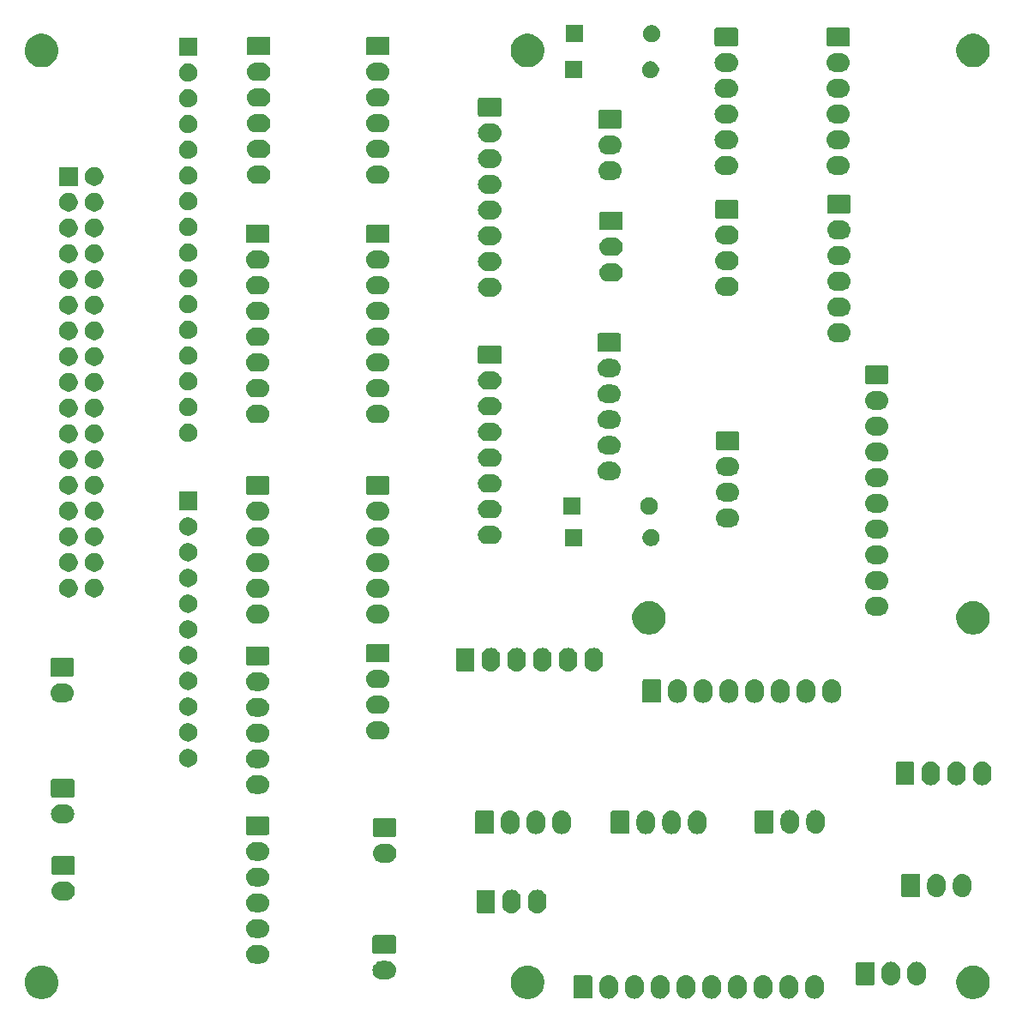
<source format=gbr>
G04 #@! TF.GenerationSoftware,KiCad,Pcbnew,(5.1.5-0-10_14)*
G04 #@! TF.CreationDate,2021-10-24T13:59:18+10:00*
G04 #@! TF.ProjectId,OH - UIP - Input Distribution,4f48202d-2055-4495-9020-2d20496e7075,rev?*
G04 #@! TF.SameCoordinates,Original*
G04 #@! TF.FileFunction,Soldermask,Top*
G04 #@! TF.FilePolarity,Negative*
%FSLAX46Y46*%
G04 Gerber Fmt 4.6, Leading zero omitted, Abs format (unit mm)*
G04 Created by KiCad (PCBNEW (5.1.5-0-10_14)) date 2021-10-24 13:59:18*
%MOMM*%
%LPD*%
G04 APERTURE LIST*
%ADD10C,0.100000*%
G04 APERTURE END LIST*
D10*
G36*
X225657618Y-130763844D02*
G01*
X225831579Y-130798447D01*
X226132042Y-130922903D01*
X226402451Y-131103585D01*
X226632415Y-131333549D01*
X226813097Y-131603958D01*
X226937553Y-131904421D01*
X226948132Y-131957604D01*
X227001000Y-132223389D01*
X227001000Y-132548611D01*
X226979831Y-132655034D01*
X226937553Y-132867579D01*
X226813097Y-133168042D01*
X226632415Y-133438451D01*
X226402451Y-133668415D01*
X226132042Y-133849097D01*
X226132041Y-133849098D01*
X226132040Y-133849098D01*
X226068589Y-133875380D01*
X225831579Y-133973553D01*
X225733812Y-133993000D01*
X225512611Y-134037000D01*
X225187389Y-134037000D01*
X224966188Y-133993000D01*
X224868421Y-133973553D01*
X224631411Y-133875380D01*
X224567960Y-133849098D01*
X224567959Y-133849098D01*
X224567958Y-133849097D01*
X224297549Y-133668415D01*
X224067585Y-133438451D01*
X223886903Y-133168042D01*
X223762447Y-132867579D01*
X223720169Y-132655034D01*
X223699000Y-132548611D01*
X223699000Y-132223389D01*
X223751868Y-131957604D01*
X223762447Y-131904421D01*
X223886903Y-131603958D01*
X224067585Y-131333549D01*
X224297549Y-131103585D01*
X224567958Y-130922903D01*
X224868421Y-130798447D01*
X225042382Y-130763844D01*
X225187389Y-130735000D01*
X225512611Y-130735000D01*
X225657618Y-130763844D01*
G37*
G36*
X181657618Y-130763844D02*
G01*
X181831579Y-130798447D01*
X182132042Y-130922903D01*
X182402451Y-131103585D01*
X182632415Y-131333549D01*
X182813097Y-131603958D01*
X182937553Y-131904421D01*
X182948132Y-131957604D01*
X183001000Y-132223389D01*
X183001000Y-132548611D01*
X182979831Y-132655034D01*
X182937553Y-132867579D01*
X182813097Y-133168042D01*
X182632415Y-133438451D01*
X182402451Y-133668415D01*
X182132042Y-133849097D01*
X182132041Y-133849098D01*
X182132040Y-133849098D01*
X182068589Y-133875380D01*
X181831579Y-133973553D01*
X181733812Y-133993000D01*
X181512611Y-134037000D01*
X181187389Y-134037000D01*
X180966188Y-133993000D01*
X180868421Y-133973553D01*
X180631411Y-133875380D01*
X180567960Y-133849098D01*
X180567959Y-133849098D01*
X180567958Y-133849097D01*
X180297549Y-133668415D01*
X180067585Y-133438451D01*
X179886903Y-133168042D01*
X179762447Y-132867579D01*
X179720169Y-132655034D01*
X179699000Y-132548611D01*
X179699000Y-132223389D01*
X179751868Y-131957604D01*
X179762447Y-131904421D01*
X179886903Y-131603958D01*
X180067585Y-131333549D01*
X180297549Y-131103585D01*
X180567958Y-130922903D01*
X180868421Y-130798447D01*
X181042382Y-130763844D01*
X181187389Y-130735000D01*
X181512611Y-130735000D01*
X181657618Y-130763844D01*
G37*
G36*
X133657618Y-130763844D02*
G01*
X133831579Y-130798447D01*
X134132042Y-130922903D01*
X134402451Y-131103585D01*
X134632415Y-131333549D01*
X134813097Y-131603958D01*
X134937553Y-131904421D01*
X134948132Y-131957604D01*
X135001000Y-132223389D01*
X135001000Y-132548611D01*
X134979831Y-132655034D01*
X134937553Y-132867579D01*
X134813097Y-133168042D01*
X134632415Y-133438451D01*
X134402451Y-133668415D01*
X134132042Y-133849097D01*
X134132041Y-133849098D01*
X134132040Y-133849098D01*
X134068589Y-133875380D01*
X133831579Y-133973553D01*
X133733812Y-133993000D01*
X133512611Y-134037000D01*
X133187389Y-134037000D01*
X132966188Y-133993000D01*
X132868421Y-133973553D01*
X132631411Y-133875380D01*
X132567960Y-133849098D01*
X132567959Y-133849098D01*
X132567958Y-133849097D01*
X132297549Y-133668415D01*
X132067585Y-133438451D01*
X131886903Y-133168042D01*
X131762447Y-132867579D01*
X131720169Y-132655034D01*
X131699000Y-132548611D01*
X131699000Y-132223389D01*
X131751868Y-131957604D01*
X131762447Y-131904421D01*
X131886903Y-131603958D01*
X132067585Y-131333549D01*
X132297549Y-131103585D01*
X132567958Y-130922903D01*
X132868421Y-130798447D01*
X133042382Y-130763844D01*
X133187389Y-130735000D01*
X133512611Y-130735000D01*
X133657618Y-130763844D01*
G37*
G36*
X197157547Y-131704326D02*
G01*
X197331156Y-131756990D01*
X197331158Y-131756991D01*
X197491155Y-131842511D01*
X197631397Y-131957603D01*
X197703949Y-132046009D01*
X197746489Y-132097844D01*
X197832010Y-132257843D01*
X197884674Y-132431452D01*
X197898000Y-132566756D01*
X197898000Y-133117243D01*
X197884674Y-133252548D01*
X197832010Y-133426157D01*
X197746489Y-133586156D01*
X197710729Y-133629729D01*
X197631397Y-133726397D01*
X197534729Y-133805729D01*
X197491156Y-133841489D01*
X197331157Y-133927010D01*
X197157548Y-133979674D01*
X196977000Y-133997456D01*
X196796453Y-133979674D01*
X196622844Y-133927010D01*
X196462845Y-133841489D01*
X196419272Y-133805729D01*
X196322604Y-133726397D01*
X196207513Y-133586157D01*
X196207512Y-133586155D01*
X196121990Y-133426157D01*
X196069326Y-133252548D01*
X196056000Y-133117244D01*
X196056000Y-132566757D01*
X196069326Y-132431453D01*
X196121990Y-132257844D01*
X196140407Y-132223389D01*
X196207511Y-132097845D01*
X196322603Y-131957603D01*
X196448388Y-131854375D01*
X196462844Y-131842511D01*
X196622843Y-131756990D01*
X196796452Y-131704326D01*
X196977000Y-131686544D01*
X197157547Y-131704326D01*
G37*
G36*
X199697547Y-131704326D02*
G01*
X199871156Y-131756990D01*
X199871158Y-131756991D01*
X200031155Y-131842511D01*
X200171397Y-131957603D01*
X200243949Y-132046009D01*
X200286489Y-132097844D01*
X200372010Y-132257843D01*
X200424674Y-132431452D01*
X200438000Y-132566756D01*
X200438000Y-133117243D01*
X200424674Y-133252548D01*
X200372010Y-133426157D01*
X200286489Y-133586156D01*
X200250729Y-133629729D01*
X200171397Y-133726397D01*
X200074729Y-133805729D01*
X200031156Y-133841489D01*
X199871157Y-133927010D01*
X199697548Y-133979674D01*
X199517000Y-133997456D01*
X199336453Y-133979674D01*
X199162844Y-133927010D01*
X199002845Y-133841489D01*
X198959272Y-133805729D01*
X198862604Y-133726397D01*
X198747513Y-133586157D01*
X198747512Y-133586155D01*
X198661990Y-133426157D01*
X198609326Y-133252548D01*
X198596000Y-133117244D01*
X198596000Y-132566757D01*
X198609326Y-132431453D01*
X198661990Y-132257844D01*
X198680407Y-132223389D01*
X198747511Y-132097845D01*
X198862603Y-131957603D01*
X198988388Y-131854375D01*
X199002844Y-131842511D01*
X199162843Y-131756990D01*
X199336452Y-131704326D01*
X199517000Y-131686544D01*
X199697547Y-131704326D01*
G37*
G36*
X202237547Y-131704326D02*
G01*
X202411156Y-131756990D01*
X202411158Y-131756991D01*
X202571155Y-131842511D01*
X202711397Y-131957603D01*
X202783949Y-132046009D01*
X202826489Y-132097844D01*
X202912010Y-132257843D01*
X202964674Y-132431452D01*
X202978000Y-132566756D01*
X202978000Y-133117243D01*
X202964674Y-133252548D01*
X202912010Y-133426157D01*
X202826489Y-133586156D01*
X202790729Y-133629729D01*
X202711397Y-133726397D01*
X202614729Y-133805729D01*
X202571156Y-133841489D01*
X202411157Y-133927010D01*
X202237548Y-133979674D01*
X202057000Y-133997456D01*
X201876453Y-133979674D01*
X201702844Y-133927010D01*
X201542845Y-133841489D01*
X201499272Y-133805729D01*
X201402604Y-133726397D01*
X201287513Y-133586157D01*
X201287512Y-133586155D01*
X201201990Y-133426157D01*
X201149326Y-133252548D01*
X201136000Y-133117244D01*
X201136000Y-132566757D01*
X201149326Y-132431453D01*
X201201990Y-132257844D01*
X201220407Y-132223389D01*
X201287511Y-132097845D01*
X201402603Y-131957603D01*
X201528388Y-131854375D01*
X201542844Y-131842511D01*
X201702843Y-131756990D01*
X201876452Y-131704326D01*
X202057000Y-131686544D01*
X202237547Y-131704326D01*
G37*
G36*
X204777547Y-131704326D02*
G01*
X204951156Y-131756990D01*
X204951158Y-131756991D01*
X205111155Y-131842511D01*
X205251397Y-131957603D01*
X205323949Y-132046009D01*
X205366489Y-132097844D01*
X205452010Y-132257843D01*
X205504674Y-132431452D01*
X205518000Y-132566756D01*
X205518000Y-133117243D01*
X205504674Y-133252548D01*
X205452010Y-133426157D01*
X205366489Y-133586156D01*
X205330729Y-133629729D01*
X205251397Y-133726397D01*
X205154729Y-133805729D01*
X205111156Y-133841489D01*
X204951157Y-133927010D01*
X204777548Y-133979674D01*
X204597000Y-133997456D01*
X204416453Y-133979674D01*
X204242844Y-133927010D01*
X204082845Y-133841489D01*
X204039272Y-133805729D01*
X203942604Y-133726397D01*
X203827513Y-133586157D01*
X203827512Y-133586155D01*
X203741990Y-133426157D01*
X203689326Y-133252548D01*
X203676000Y-133117244D01*
X203676000Y-132566757D01*
X203689326Y-132431453D01*
X203741990Y-132257844D01*
X203760407Y-132223389D01*
X203827511Y-132097845D01*
X203942603Y-131957603D01*
X204068388Y-131854375D01*
X204082844Y-131842511D01*
X204242843Y-131756990D01*
X204416452Y-131704326D01*
X204597000Y-131686544D01*
X204777547Y-131704326D01*
G37*
G36*
X207317547Y-131704326D02*
G01*
X207491156Y-131756990D01*
X207491158Y-131756991D01*
X207651155Y-131842511D01*
X207791397Y-131957603D01*
X207863949Y-132046009D01*
X207906489Y-132097844D01*
X207992010Y-132257843D01*
X208044674Y-132431452D01*
X208058000Y-132566756D01*
X208058000Y-133117243D01*
X208044674Y-133252548D01*
X207992010Y-133426157D01*
X207906489Y-133586156D01*
X207870729Y-133629729D01*
X207791397Y-133726397D01*
X207694729Y-133805729D01*
X207651156Y-133841489D01*
X207491157Y-133927010D01*
X207317548Y-133979674D01*
X207137000Y-133997456D01*
X206956453Y-133979674D01*
X206782844Y-133927010D01*
X206622845Y-133841489D01*
X206579272Y-133805729D01*
X206482604Y-133726397D01*
X206367513Y-133586157D01*
X206367512Y-133586155D01*
X206281990Y-133426157D01*
X206229326Y-133252548D01*
X206216000Y-133117244D01*
X206216000Y-132566757D01*
X206229326Y-132431453D01*
X206281990Y-132257844D01*
X206300407Y-132223389D01*
X206367511Y-132097845D01*
X206482603Y-131957603D01*
X206608388Y-131854375D01*
X206622844Y-131842511D01*
X206782843Y-131756990D01*
X206956452Y-131704326D01*
X207137000Y-131686544D01*
X207317547Y-131704326D01*
G37*
G36*
X209857547Y-131704326D02*
G01*
X210031156Y-131756990D01*
X210031158Y-131756991D01*
X210191155Y-131842511D01*
X210331397Y-131957603D01*
X210403949Y-132046009D01*
X210446489Y-132097844D01*
X210532010Y-132257843D01*
X210584674Y-132431452D01*
X210598000Y-132566756D01*
X210598000Y-133117243D01*
X210584674Y-133252548D01*
X210532010Y-133426157D01*
X210446489Y-133586156D01*
X210410729Y-133629729D01*
X210331397Y-133726397D01*
X210234729Y-133805729D01*
X210191156Y-133841489D01*
X210031157Y-133927010D01*
X209857548Y-133979674D01*
X209677000Y-133997456D01*
X209496453Y-133979674D01*
X209322844Y-133927010D01*
X209162845Y-133841489D01*
X209119272Y-133805729D01*
X209022604Y-133726397D01*
X208907513Y-133586157D01*
X208907512Y-133586155D01*
X208821990Y-133426157D01*
X208769326Y-133252548D01*
X208756000Y-133117244D01*
X208756000Y-132566757D01*
X208769326Y-132431453D01*
X208821990Y-132257844D01*
X208840407Y-132223389D01*
X208907511Y-132097845D01*
X209022603Y-131957603D01*
X209148388Y-131854375D01*
X209162844Y-131842511D01*
X209322843Y-131756990D01*
X209496452Y-131704326D01*
X209677000Y-131686544D01*
X209857547Y-131704326D01*
G37*
G36*
X189537547Y-131704326D02*
G01*
X189711156Y-131756990D01*
X189711158Y-131756991D01*
X189871155Y-131842511D01*
X190011397Y-131957603D01*
X190083949Y-132046009D01*
X190126489Y-132097844D01*
X190212010Y-132257843D01*
X190264674Y-132431452D01*
X190278000Y-132566756D01*
X190278000Y-133117243D01*
X190264674Y-133252548D01*
X190212010Y-133426157D01*
X190126489Y-133586156D01*
X190090729Y-133629729D01*
X190011397Y-133726397D01*
X189914729Y-133805729D01*
X189871156Y-133841489D01*
X189711157Y-133927010D01*
X189537548Y-133979674D01*
X189357000Y-133997456D01*
X189176453Y-133979674D01*
X189002844Y-133927010D01*
X188842845Y-133841489D01*
X188799272Y-133805729D01*
X188702604Y-133726397D01*
X188587513Y-133586157D01*
X188587512Y-133586155D01*
X188501990Y-133426157D01*
X188449326Y-133252548D01*
X188436000Y-133117244D01*
X188436000Y-132566757D01*
X188449326Y-132431453D01*
X188501990Y-132257844D01*
X188520407Y-132223389D01*
X188587511Y-132097845D01*
X188702603Y-131957603D01*
X188828388Y-131854375D01*
X188842844Y-131842511D01*
X189002843Y-131756990D01*
X189176452Y-131704326D01*
X189357000Y-131686544D01*
X189537547Y-131704326D01*
G37*
G36*
X192077547Y-131704326D02*
G01*
X192251156Y-131756990D01*
X192251158Y-131756991D01*
X192411155Y-131842511D01*
X192551397Y-131957603D01*
X192623949Y-132046009D01*
X192666489Y-132097844D01*
X192752010Y-132257843D01*
X192804674Y-132431452D01*
X192818000Y-132566756D01*
X192818000Y-133117243D01*
X192804674Y-133252548D01*
X192752010Y-133426157D01*
X192666489Y-133586156D01*
X192630729Y-133629729D01*
X192551397Y-133726397D01*
X192454729Y-133805729D01*
X192411156Y-133841489D01*
X192251157Y-133927010D01*
X192077548Y-133979674D01*
X191897000Y-133997456D01*
X191716453Y-133979674D01*
X191542844Y-133927010D01*
X191382845Y-133841489D01*
X191339272Y-133805729D01*
X191242604Y-133726397D01*
X191127513Y-133586157D01*
X191127512Y-133586155D01*
X191041990Y-133426157D01*
X190989326Y-133252548D01*
X190976000Y-133117244D01*
X190976000Y-132566757D01*
X190989326Y-132431453D01*
X191041990Y-132257844D01*
X191060407Y-132223389D01*
X191127511Y-132097845D01*
X191242603Y-131957603D01*
X191368388Y-131854375D01*
X191382844Y-131842511D01*
X191542843Y-131756990D01*
X191716452Y-131704326D01*
X191897000Y-131686544D01*
X192077547Y-131704326D01*
G37*
G36*
X194617547Y-131704326D02*
G01*
X194791156Y-131756990D01*
X194791158Y-131756991D01*
X194951155Y-131842511D01*
X195091397Y-131957603D01*
X195163949Y-132046009D01*
X195206489Y-132097844D01*
X195292010Y-132257843D01*
X195344674Y-132431452D01*
X195358000Y-132566756D01*
X195358000Y-133117243D01*
X195344674Y-133252548D01*
X195292010Y-133426157D01*
X195206489Y-133586156D01*
X195170729Y-133629729D01*
X195091397Y-133726397D01*
X194994729Y-133805729D01*
X194951156Y-133841489D01*
X194791157Y-133927010D01*
X194617548Y-133979674D01*
X194437000Y-133997456D01*
X194256453Y-133979674D01*
X194082844Y-133927010D01*
X193922845Y-133841489D01*
X193879272Y-133805729D01*
X193782604Y-133726397D01*
X193667513Y-133586157D01*
X193667512Y-133586155D01*
X193581990Y-133426157D01*
X193529326Y-133252548D01*
X193516000Y-133117244D01*
X193516000Y-132566757D01*
X193529326Y-132431453D01*
X193581990Y-132257844D01*
X193600407Y-132223389D01*
X193667511Y-132097845D01*
X193782603Y-131957603D01*
X193908388Y-131854375D01*
X193922844Y-131842511D01*
X194082843Y-131756990D01*
X194256452Y-131704326D01*
X194437000Y-131686544D01*
X194617547Y-131704326D01*
G37*
G36*
X187596561Y-131694966D02*
G01*
X187629383Y-131704923D01*
X187659632Y-131721092D01*
X187686148Y-131742852D01*
X187707908Y-131769368D01*
X187724077Y-131799617D01*
X187734034Y-131832439D01*
X187738000Y-131872713D01*
X187738000Y-133811287D01*
X187734034Y-133851561D01*
X187724077Y-133884383D01*
X187707908Y-133914632D01*
X187686148Y-133941148D01*
X187659632Y-133962908D01*
X187629383Y-133979077D01*
X187596561Y-133989034D01*
X187556287Y-133993000D01*
X186077713Y-133993000D01*
X186037439Y-133989034D01*
X186004617Y-133979077D01*
X185974368Y-133962908D01*
X185947852Y-133941148D01*
X185926092Y-133914632D01*
X185909923Y-133884383D01*
X185899966Y-133851561D01*
X185896000Y-133811287D01*
X185896000Y-131872713D01*
X185899966Y-131832439D01*
X185909923Y-131799617D01*
X185926092Y-131769368D01*
X185947852Y-131742852D01*
X185974368Y-131721092D01*
X186004617Y-131704923D01*
X186037439Y-131694966D01*
X186077713Y-131691000D01*
X187556287Y-131691000D01*
X187596561Y-131694966D01*
G37*
G36*
X219954547Y-130370326D02*
G01*
X220128156Y-130422990D01*
X220128158Y-130422991D01*
X220288155Y-130508511D01*
X220428397Y-130623603D01*
X220507729Y-130720271D01*
X220543489Y-130763844D01*
X220629010Y-130923843D01*
X220681674Y-131097452D01*
X220695000Y-131232756D01*
X220695000Y-131783243D01*
X220681674Y-131918548D01*
X220629010Y-132092157D01*
X220543489Y-132252156D01*
X220507729Y-132295729D01*
X220428397Y-132392397D01*
X220331729Y-132471729D01*
X220288156Y-132507489D01*
X220128157Y-132593010D01*
X219954548Y-132645674D01*
X219774000Y-132663456D01*
X219593453Y-132645674D01*
X219419844Y-132593010D01*
X219259845Y-132507489D01*
X219216272Y-132471729D01*
X219119604Y-132392397D01*
X219009179Y-132257843D01*
X219004512Y-132252156D01*
X218918990Y-132092157D01*
X218866326Y-131918548D01*
X218853000Y-131783244D01*
X218853000Y-131232757D01*
X218866326Y-131097453D01*
X218918990Y-130923844D01*
X218919494Y-130922902D01*
X219004511Y-130763845D01*
X219119603Y-130623603D01*
X219225614Y-130536603D01*
X219259844Y-130508511D01*
X219419843Y-130422990D01*
X219593452Y-130370326D01*
X219774000Y-130352544D01*
X219954547Y-130370326D01*
G37*
G36*
X217414547Y-130370326D02*
G01*
X217588156Y-130422990D01*
X217588158Y-130422991D01*
X217748155Y-130508511D01*
X217888397Y-130623603D01*
X217967729Y-130720271D01*
X218003489Y-130763844D01*
X218089010Y-130923843D01*
X218141674Y-131097452D01*
X218155000Y-131232756D01*
X218155000Y-131783243D01*
X218141674Y-131918548D01*
X218089010Y-132092157D01*
X218003489Y-132252156D01*
X217967729Y-132295729D01*
X217888397Y-132392397D01*
X217791729Y-132471729D01*
X217748156Y-132507489D01*
X217588157Y-132593010D01*
X217414548Y-132645674D01*
X217234000Y-132663456D01*
X217053453Y-132645674D01*
X216879844Y-132593010D01*
X216719845Y-132507489D01*
X216676272Y-132471729D01*
X216579604Y-132392397D01*
X216469179Y-132257843D01*
X216464512Y-132252156D01*
X216378990Y-132092157D01*
X216326326Y-131918548D01*
X216313000Y-131783244D01*
X216313000Y-131232757D01*
X216326326Y-131097453D01*
X216378990Y-130923844D01*
X216379494Y-130922902D01*
X216464511Y-130763845D01*
X216579603Y-130623603D01*
X216685614Y-130536603D01*
X216719844Y-130508511D01*
X216879843Y-130422990D01*
X217053452Y-130370326D01*
X217234000Y-130352544D01*
X217414547Y-130370326D01*
G37*
G36*
X215473561Y-130360966D02*
G01*
X215506383Y-130370923D01*
X215536632Y-130387092D01*
X215563148Y-130408852D01*
X215584908Y-130435368D01*
X215601077Y-130465617D01*
X215611034Y-130498439D01*
X215615000Y-130538713D01*
X215615000Y-132477287D01*
X215611034Y-132517561D01*
X215601077Y-132550383D01*
X215584908Y-132580632D01*
X215563148Y-132607148D01*
X215536632Y-132628908D01*
X215506383Y-132645077D01*
X215473561Y-132655034D01*
X215433287Y-132659000D01*
X213954713Y-132659000D01*
X213914439Y-132655034D01*
X213881617Y-132645077D01*
X213851368Y-132628908D01*
X213824852Y-132607148D01*
X213803092Y-132580632D01*
X213786923Y-132550383D01*
X213776966Y-132517561D01*
X213773000Y-132477287D01*
X213773000Y-130538713D01*
X213776966Y-130498439D01*
X213786923Y-130465617D01*
X213803092Y-130435368D01*
X213824852Y-130408852D01*
X213851368Y-130387092D01*
X213881617Y-130370923D01*
X213914439Y-130360966D01*
X213954713Y-130357000D01*
X215433287Y-130357000D01*
X215473561Y-130360966D01*
G37*
G36*
X167516345Y-130274442D02*
G01*
X167606548Y-130283326D01*
X167780157Y-130335990D01*
X167940156Y-130421511D01*
X167983729Y-130457271D01*
X168080397Y-130536603D01*
X168151795Y-130623603D01*
X168195489Y-130676844D01*
X168281010Y-130836843D01*
X168333674Y-131010452D01*
X168351456Y-131191000D01*
X168333674Y-131371548D01*
X168281010Y-131545157D01*
X168195489Y-131705156D01*
X168170502Y-131735602D01*
X168080397Y-131845397D01*
X167991263Y-131918546D01*
X167940156Y-131960489D01*
X167780157Y-132046010D01*
X167606548Y-132098674D01*
X167516345Y-132107558D01*
X167471245Y-132112000D01*
X166920755Y-132112000D01*
X166875655Y-132107558D01*
X166785452Y-132098674D01*
X166611843Y-132046010D01*
X166451844Y-131960489D01*
X166400737Y-131918546D01*
X166311603Y-131845397D01*
X166221498Y-131735602D01*
X166196511Y-131705156D01*
X166110990Y-131545157D01*
X166058326Y-131371548D01*
X166040544Y-131191000D01*
X166058326Y-131010452D01*
X166110990Y-130836843D01*
X166196511Y-130676844D01*
X166240205Y-130623603D01*
X166311603Y-130536603D01*
X166408271Y-130457271D01*
X166451844Y-130421511D01*
X166611843Y-130335990D01*
X166785452Y-130283326D01*
X166875655Y-130274442D01*
X166920755Y-130270000D01*
X167471245Y-130270000D01*
X167516345Y-130274442D01*
G37*
G36*
X155006345Y-128687442D02*
G01*
X155096548Y-128696326D01*
X155270157Y-128748990D01*
X155430156Y-128834511D01*
X155473729Y-128870271D01*
X155570397Y-128949603D01*
X155649729Y-129046271D01*
X155685489Y-129089844D01*
X155771010Y-129249843D01*
X155823674Y-129423452D01*
X155841456Y-129604000D01*
X155823674Y-129784548D01*
X155771010Y-129958157D01*
X155685489Y-130118156D01*
X155649729Y-130161729D01*
X155570397Y-130258397D01*
X155475848Y-130335990D01*
X155430156Y-130373489D01*
X155270157Y-130459010D01*
X155096548Y-130511674D01*
X155008203Y-130520375D01*
X154961245Y-130525000D01*
X154410755Y-130525000D01*
X154363797Y-130520375D01*
X154275452Y-130511674D01*
X154101843Y-130459010D01*
X153941844Y-130373489D01*
X153896152Y-130335990D01*
X153801603Y-130258397D01*
X153722271Y-130161729D01*
X153686511Y-130118156D01*
X153600990Y-129958157D01*
X153548326Y-129784548D01*
X153530544Y-129604000D01*
X153548326Y-129423452D01*
X153600990Y-129249843D01*
X153686511Y-129089844D01*
X153722271Y-129046271D01*
X153801603Y-128949603D01*
X153898271Y-128870271D01*
X153941844Y-128834511D01*
X154101843Y-128748990D01*
X154275452Y-128696326D01*
X154365655Y-128687442D01*
X154410755Y-128683000D01*
X154961245Y-128683000D01*
X155006345Y-128687442D01*
G37*
G36*
X168205561Y-127733966D02*
G01*
X168238383Y-127743923D01*
X168268632Y-127760092D01*
X168295148Y-127781852D01*
X168316908Y-127808368D01*
X168333077Y-127838617D01*
X168343034Y-127871439D01*
X168347000Y-127911713D01*
X168347000Y-129390287D01*
X168343034Y-129430561D01*
X168333077Y-129463383D01*
X168316908Y-129493632D01*
X168295148Y-129520148D01*
X168268632Y-129541908D01*
X168238383Y-129558077D01*
X168205561Y-129568034D01*
X168165287Y-129572000D01*
X166226713Y-129572000D01*
X166186439Y-129568034D01*
X166153617Y-129558077D01*
X166123368Y-129541908D01*
X166096852Y-129520148D01*
X166075092Y-129493632D01*
X166058923Y-129463383D01*
X166048966Y-129430561D01*
X166045000Y-129390287D01*
X166045000Y-127911713D01*
X166048966Y-127871439D01*
X166058923Y-127838617D01*
X166075092Y-127808368D01*
X166096852Y-127781852D01*
X166123368Y-127760092D01*
X166153617Y-127743923D01*
X166186439Y-127733966D01*
X166226713Y-127730000D01*
X168165287Y-127730000D01*
X168205561Y-127733966D01*
G37*
G36*
X155006345Y-126147442D02*
G01*
X155096548Y-126156326D01*
X155270157Y-126208990D01*
X155430156Y-126294511D01*
X155473729Y-126330271D01*
X155570397Y-126409603D01*
X155649729Y-126506271D01*
X155685489Y-126549844D01*
X155771010Y-126709843D01*
X155823674Y-126883452D01*
X155841456Y-127064000D01*
X155823674Y-127244548D01*
X155771010Y-127418157D01*
X155685489Y-127578156D01*
X155649729Y-127621729D01*
X155570397Y-127718397D01*
X155473729Y-127797729D01*
X155430156Y-127833489D01*
X155270157Y-127919010D01*
X155096548Y-127971674D01*
X155006345Y-127980558D01*
X154961245Y-127985000D01*
X154410755Y-127985000D01*
X154365655Y-127980558D01*
X154275452Y-127971674D01*
X154101843Y-127919010D01*
X153941844Y-127833489D01*
X153898271Y-127797729D01*
X153801603Y-127718397D01*
X153722271Y-127621729D01*
X153686511Y-127578156D01*
X153600990Y-127418157D01*
X153548326Y-127244548D01*
X153530544Y-127064000D01*
X153548326Y-126883452D01*
X153600990Y-126709843D01*
X153686511Y-126549844D01*
X153722271Y-126506271D01*
X153801603Y-126409603D01*
X153898271Y-126330271D01*
X153941844Y-126294511D01*
X154101843Y-126208990D01*
X154275452Y-126156326D01*
X154365655Y-126147442D01*
X154410755Y-126143000D01*
X154961245Y-126143000D01*
X155006345Y-126147442D01*
G37*
G36*
X179948547Y-123258326D02*
G01*
X180122156Y-123310990D01*
X180122158Y-123310991D01*
X180282155Y-123396511D01*
X180422397Y-123511603D01*
X180501729Y-123608271D01*
X180537489Y-123651844D01*
X180623010Y-123811843D01*
X180675674Y-123985452D01*
X180689000Y-124120756D01*
X180689000Y-124671243D01*
X180675674Y-124806548D01*
X180623010Y-124980157D01*
X180537489Y-125140156D01*
X180506106Y-125178396D01*
X180422397Y-125280397D01*
X180325729Y-125359729D01*
X180282156Y-125395489D01*
X180122157Y-125481010D01*
X179948548Y-125533674D01*
X179768000Y-125551456D01*
X179587453Y-125533674D01*
X179413844Y-125481010D01*
X179253845Y-125395489D01*
X179210272Y-125359729D01*
X179113604Y-125280397D01*
X178998513Y-125140157D01*
X178998512Y-125140155D01*
X178912990Y-124980157D01*
X178860326Y-124806548D01*
X178847000Y-124671244D01*
X178847000Y-124120757D01*
X178860326Y-123985453D01*
X178912990Y-123811844D01*
X178930927Y-123778287D01*
X178998511Y-123651845D01*
X179113603Y-123511603D01*
X179239388Y-123408375D01*
X179253844Y-123396511D01*
X179413843Y-123310990D01*
X179587452Y-123258326D01*
X179768000Y-123240544D01*
X179948547Y-123258326D01*
G37*
G36*
X182488547Y-123258326D02*
G01*
X182662156Y-123310990D01*
X182662158Y-123310991D01*
X182822155Y-123396511D01*
X182962397Y-123511603D01*
X183041729Y-123608271D01*
X183077489Y-123651844D01*
X183163010Y-123811843D01*
X183215674Y-123985452D01*
X183229000Y-124120756D01*
X183229000Y-124671243D01*
X183215674Y-124806548D01*
X183163010Y-124980157D01*
X183077489Y-125140156D01*
X183046106Y-125178396D01*
X182962397Y-125280397D01*
X182865729Y-125359729D01*
X182822156Y-125395489D01*
X182662157Y-125481010D01*
X182488548Y-125533674D01*
X182308000Y-125551456D01*
X182127453Y-125533674D01*
X181953844Y-125481010D01*
X181793845Y-125395489D01*
X181750272Y-125359729D01*
X181653604Y-125280397D01*
X181538513Y-125140157D01*
X181538512Y-125140155D01*
X181452990Y-124980157D01*
X181400326Y-124806548D01*
X181387000Y-124671244D01*
X181387000Y-124120757D01*
X181400326Y-123985453D01*
X181452990Y-123811844D01*
X181470927Y-123778287D01*
X181538511Y-123651845D01*
X181653603Y-123511603D01*
X181779388Y-123408375D01*
X181793844Y-123396511D01*
X181953843Y-123310990D01*
X182127452Y-123258326D01*
X182308000Y-123240544D01*
X182488547Y-123258326D01*
G37*
G36*
X178007561Y-123248966D02*
G01*
X178040383Y-123258923D01*
X178070632Y-123275092D01*
X178097148Y-123296852D01*
X178118908Y-123323368D01*
X178135077Y-123353617D01*
X178145034Y-123386439D01*
X178149000Y-123426713D01*
X178149000Y-125365287D01*
X178145034Y-125405561D01*
X178135077Y-125438383D01*
X178118908Y-125468632D01*
X178097148Y-125495148D01*
X178070632Y-125516908D01*
X178040383Y-125533077D01*
X178007561Y-125543034D01*
X177967287Y-125547000D01*
X176488713Y-125547000D01*
X176448439Y-125543034D01*
X176415617Y-125533077D01*
X176385368Y-125516908D01*
X176358852Y-125495148D01*
X176337092Y-125468632D01*
X176320923Y-125438383D01*
X176310966Y-125405561D01*
X176307000Y-125365287D01*
X176307000Y-123426713D01*
X176310966Y-123386439D01*
X176320923Y-123353617D01*
X176337092Y-123323368D01*
X176358852Y-123296852D01*
X176385368Y-123275092D01*
X176415617Y-123258923D01*
X176448439Y-123248966D01*
X176488713Y-123245000D01*
X177967287Y-123245000D01*
X178007561Y-123248966D01*
G37*
G36*
X155006345Y-123607442D02*
G01*
X155096548Y-123616326D01*
X155270157Y-123668990D01*
X155430156Y-123754511D01*
X155459127Y-123778287D01*
X155570397Y-123869603D01*
X155640410Y-123954915D01*
X155685489Y-124009844D01*
X155771010Y-124169843D01*
X155823674Y-124343452D01*
X155841456Y-124524000D01*
X155823674Y-124704548D01*
X155771010Y-124878157D01*
X155685489Y-125038156D01*
X155649729Y-125081729D01*
X155570397Y-125178397D01*
X155473729Y-125257729D01*
X155430156Y-125293489D01*
X155270157Y-125379010D01*
X155096548Y-125431674D01*
X155006345Y-125440558D01*
X154961245Y-125445000D01*
X154410755Y-125445000D01*
X154365655Y-125440558D01*
X154275452Y-125431674D01*
X154101843Y-125379010D01*
X153941844Y-125293489D01*
X153898271Y-125257729D01*
X153801603Y-125178397D01*
X153722271Y-125081729D01*
X153686511Y-125038156D01*
X153600990Y-124878157D01*
X153548326Y-124704548D01*
X153530544Y-124524000D01*
X153548326Y-124343452D01*
X153600990Y-124169843D01*
X153686511Y-124009844D01*
X153731590Y-123954915D01*
X153801603Y-123869603D01*
X153912873Y-123778287D01*
X153941844Y-123754511D01*
X154101843Y-123668990D01*
X154275452Y-123616326D01*
X154365655Y-123607442D01*
X154410755Y-123603000D01*
X154961245Y-123603000D01*
X155006345Y-123607442D01*
G37*
G36*
X135829345Y-122463442D02*
G01*
X135919548Y-122472326D01*
X136093157Y-122524990D01*
X136253156Y-122610511D01*
X136287135Y-122638397D01*
X136393397Y-122725603D01*
X136472729Y-122822271D01*
X136508489Y-122865844D01*
X136594010Y-123025843D01*
X136646674Y-123199452D01*
X136664456Y-123380000D01*
X136646674Y-123560548D01*
X136594010Y-123734157D01*
X136508489Y-123894156D01*
X136491056Y-123915398D01*
X136393397Y-124034397D01*
X136296729Y-124113729D01*
X136253156Y-124149489D01*
X136093157Y-124235010D01*
X135919548Y-124287674D01*
X135829345Y-124296558D01*
X135784245Y-124301000D01*
X135233755Y-124301000D01*
X135188655Y-124296558D01*
X135098452Y-124287674D01*
X134924843Y-124235010D01*
X134764844Y-124149489D01*
X134721271Y-124113729D01*
X134624603Y-124034397D01*
X134526944Y-123915398D01*
X134509511Y-123894156D01*
X134423990Y-123734157D01*
X134371326Y-123560548D01*
X134353544Y-123380000D01*
X134371326Y-123199452D01*
X134423990Y-123025843D01*
X134509511Y-122865844D01*
X134545271Y-122822271D01*
X134624603Y-122725603D01*
X134730865Y-122638397D01*
X134764844Y-122610511D01*
X134924843Y-122524990D01*
X135098452Y-122472326D01*
X135188655Y-122463442D01*
X135233755Y-122459000D01*
X135784245Y-122459000D01*
X135829345Y-122463442D01*
G37*
G36*
X221922547Y-121671326D02*
G01*
X222096156Y-121723990D01*
X222096158Y-121723991D01*
X222256155Y-121809511D01*
X222396397Y-121924603D01*
X222475729Y-122021271D01*
X222511489Y-122064844D01*
X222597010Y-122224843D01*
X222649674Y-122398452D01*
X222663000Y-122533756D01*
X222663000Y-123084243D01*
X222649674Y-123219548D01*
X222597010Y-123393157D01*
X222511489Y-123553156D01*
X222505422Y-123560548D01*
X222396397Y-123693397D01*
X222321928Y-123754511D01*
X222256156Y-123808489D01*
X222096157Y-123894010D01*
X221922548Y-123946674D01*
X221742000Y-123964456D01*
X221561453Y-123946674D01*
X221387844Y-123894010D01*
X221227845Y-123808489D01*
X221162073Y-123754511D01*
X221087604Y-123693397D01*
X220972513Y-123553157D01*
X220972512Y-123553155D01*
X220886990Y-123393157D01*
X220834326Y-123219548D01*
X220821000Y-123084244D01*
X220821000Y-122533757D01*
X220834326Y-122398453D01*
X220886990Y-122224844D01*
X220972511Y-122064845D01*
X220972512Y-122064844D01*
X221087603Y-121924603D01*
X221213388Y-121821375D01*
X221227844Y-121809511D01*
X221387843Y-121723990D01*
X221561452Y-121671326D01*
X221742000Y-121653544D01*
X221922547Y-121671326D01*
G37*
G36*
X224462547Y-121671326D02*
G01*
X224636156Y-121723990D01*
X224636158Y-121723991D01*
X224796155Y-121809511D01*
X224936397Y-121924603D01*
X225015729Y-122021271D01*
X225051489Y-122064844D01*
X225137010Y-122224843D01*
X225189674Y-122398452D01*
X225203000Y-122533756D01*
X225203000Y-123084243D01*
X225189674Y-123219548D01*
X225137010Y-123393157D01*
X225051489Y-123553156D01*
X225045422Y-123560548D01*
X224936397Y-123693397D01*
X224861928Y-123754511D01*
X224796156Y-123808489D01*
X224636157Y-123894010D01*
X224462548Y-123946674D01*
X224282000Y-123964456D01*
X224101453Y-123946674D01*
X223927844Y-123894010D01*
X223767845Y-123808489D01*
X223702073Y-123754511D01*
X223627604Y-123693397D01*
X223512513Y-123553157D01*
X223512512Y-123553155D01*
X223426990Y-123393157D01*
X223374326Y-123219548D01*
X223361000Y-123084244D01*
X223361000Y-122533757D01*
X223374326Y-122398453D01*
X223426990Y-122224844D01*
X223512511Y-122064845D01*
X223512512Y-122064844D01*
X223627603Y-121924603D01*
X223753388Y-121821375D01*
X223767844Y-121809511D01*
X223927843Y-121723990D01*
X224101452Y-121671326D01*
X224282000Y-121653544D01*
X224462547Y-121671326D01*
G37*
G36*
X219981561Y-121661966D02*
G01*
X220014383Y-121671923D01*
X220044632Y-121688092D01*
X220071148Y-121709852D01*
X220092908Y-121736368D01*
X220109077Y-121766617D01*
X220119034Y-121799439D01*
X220123000Y-121839713D01*
X220123000Y-123778287D01*
X220119034Y-123818561D01*
X220109077Y-123851383D01*
X220092908Y-123881632D01*
X220071148Y-123908148D01*
X220044632Y-123929908D01*
X220014383Y-123946077D01*
X219981561Y-123956034D01*
X219941287Y-123960000D01*
X218462713Y-123960000D01*
X218422439Y-123956034D01*
X218389617Y-123946077D01*
X218359368Y-123929908D01*
X218332852Y-123908148D01*
X218311092Y-123881632D01*
X218294923Y-123851383D01*
X218284966Y-123818561D01*
X218281000Y-123778287D01*
X218281000Y-121839713D01*
X218284966Y-121799439D01*
X218294923Y-121766617D01*
X218311092Y-121736368D01*
X218332852Y-121709852D01*
X218359368Y-121688092D01*
X218389617Y-121671923D01*
X218422439Y-121661966D01*
X218462713Y-121658000D01*
X219941287Y-121658000D01*
X219981561Y-121661966D01*
G37*
G36*
X155006345Y-121067442D02*
G01*
X155096548Y-121076326D01*
X155270157Y-121128990D01*
X155430156Y-121214511D01*
X155473729Y-121250271D01*
X155570397Y-121329603D01*
X155649729Y-121426271D01*
X155685489Y-121469844D01*
X155771010Y-121629843D01*
X155823674Y-121803452D01*
X155841456Y-121984000D01*
X155823674Y-122164548D01*
X155771010Y-122338157D01*
X155685489Y-122498156D01*
X155656272Y-122533757D01*
X155570397Y-122638397D01*
X155473729Y-122717729D01*
X155430156Y-122753489D01*
X155270157Y-122839010D01*
X155096548Y-122891674D01*
X155006345Y-122900558D01*
X154961245Y-122905000D01*
X154410755Y-122905000D01*
X154365655Y-122900558D01*
X154275452Y-122891674D01*
X154101843Y-122839010D01*
X153941844Y-122753489D01*
X153898271Y-122717729D01*
X153801603Y-122638397D01*
X153715728Y-122533757D01*
X153686511Y-122498156D01*
X153600990Y-122338157D01*
X153548326Y-122164548D01*
X153530544Y-121984000D01*
X153548326Y-121803452D01*
X153600990Y-121629843D01*
X153686511Y-121469844D01*
X153722271Y-121426271D01*
X153801603Y-121329603D01*
X153898271Y-121250271D01*
X153941844Y-121214511D01*
X154101843Y-121128990D01*
X154275452Y-121076326D01*
X154365655Y-121067442D01*
X154410755Y-121063000D01*
X154961245Y-121063000D01*
X155006345Y-121067442D01*
G37*
G36*
X136518561Y-119922966D02*
G01*
X136551383Y-119932923D01*
X136581632Y-119949092D01*
X136608148Y-119970852D01*
X136629908Y-119997368D01*
X136646077Y-120027617D01*
X136656034Y-120060439D01*
X136660000Y-120100713D01*
X136660000Y-121579287D01*
X136656034Y-121619561D01*
X136646077Y-121652383D01*
X136629908Y-121682632D01*
X136608148Y-121709148D01*
X136581632Y-121730908D01*
X136551383Y-121747077D01*
X136518561Y-121757034D01*
X136478287Y-121761000D01*
X134539713Y-121761000D01*
X134499439Y-121757034D01*
X134466617Y-121747077D01*
X134436368Y-121730908D01*
X134409852Y-121709148D01*
X134388092Y-121682632D01*
X134371923Y-121652383D01*
X134361966Y-121619561D01*
X134358000Y-121579287D01*
X134358000Y-120100713D01*
X134361966Y-120060439D01*
X134371923Y-120027617D01*
X134388092Y-119997368D01*
X134409852Y-119970852D01*
X134436368Y-119949092D01*
X134466617Y-119932923D01*
X134499439Y-119922966D01*
X134539713Y-119919000D01*
X136478287Y-119919000D01*
X136518561Y-119922966D01*
G37*
G36*
X167579345Y-118717442D02*
G01*
X167669548Y-118726326D01*
X167843157Y-118778990D01*
X168003156Y-118864511D01*
X168046729Y-118900271D01*
X168143397Y-118979603D01*
X168222729Y-119076271D01*
X168258489Y-119119844D01*
X168344010Y-119279843D01*
X168396674Y-119453452D01*
X168414456Y-119634000D01*
X168396674Y-119814548D01*
X168344010Y-119988157D01*
X168258489Y-120148156D01*
X168229356Y-120183654D01*
X168143397Y-120288397D01*
X168050055Y-120365000D01*
X168003156Y-120403489D01*
X167843157Y-120489010D01*
X167669548Y-120541674D01*
X167579345Y-120550558D01*
X167534245Y-120555000D01*
X166983755Y-120555000D01*
X166938655Y-120550558D01*
X166848452Y-120541674D01*
X166674843Y-120489010D01*
X166514844Y-120403489D01*
X166467945Y-120365000D01*
X166374603Y-120288397D01*
X166288644Y-120183654D01*
X166259511Y-120148156D01*
X166173990Y-119988157D01*
X166121326Y-119814548D01*
X166103544Y-119634000D01*
X166121326Y-119453452D01*
X166173990Y-119279843D01*
X166259511Y-119119844D01*
X166295271Y-119076271D01*
X166374603Y-118979603D01*
X166471271Y-118900271D01*
X166514844Y-118864511D01*
X166674843Y-118778990D01*
X166848452Y-118726326D01*
X166938655Y-118717442D01*
X166983755Y-118713000D01*
X167534245Y-118713000D01*
X167579345Y-118717442D01*
G37*
G36*
X155006345Y-118527442D02*
G01*
X155096548Y-118536326D01*
X155270157Y-118588990D01*
X155430156Y-118674511D01*
X155473729Y-118710271D01*
X155570397Y-118789603D01*
X155649729Y-118886271D01*
X155685489Y-118929844D01*
X155771010Y-119089843D01*
X155823674Y-119263452D01*
X155841456Y-119444000D01*
X155823674Y-119624548D01*
X155771010Y-119798157D01*
X155685489Y-119958156D01*
X155660866Y-119988159D01*
X155570397Y-120098397D01*
X155473729Y-120177729D01*
X155430156Y-120213489D01*
X155270157Y-120299010D01*
X155096548Y-120351674D01*
X155006345Y-120360558D01*
X154961245Y-120365000D01*
X154410755Y-120365000D01*
X154365655Y-120360558D01*
X154275452Y-120351674D01*
X154101843Y-120299010D01*
X153941844Y-120213489D01*
X153898271Y-120177729D01*
X153801603Y-120098397D01*
X153711134Y-119988159D01*
X153686511Y-119958156D01*
X153600990Y-119798157D01*
X153548326Y-119624548D01*
X153530544Y-119444000D01*
X153548326Y-119263452D01*
X153600990Y-119089843D01*
X153686511Y-118929844D01*
X153722271Y-118886271D01*
X153801603Y-118789603D01*
X153898271Y-118710271D01*
X153941844Y-118674511D01*
X154101843Y-118588990D01*
X154275452Y-118536326D01*
X154365655Y-118527442D01*
X154410755Y-118523000D01*
X154961245Y-118523000D01*
X155006345Y-118527442D01*
G37*
G36*
X168268561Y-116176966D02*
G01*
X168301383Y-116186923D01*
X168331632Y-116203092D01*
X168358148Y-116224852D01*
X168379908Y-116251368D01*
X168396077Y-116281617D01*
X168406034Y-116314439D01*
X168410000Y-116354713D01*
X168410000Y-117833287D01*
X168406034Y-117873561D01*
X168396077Y-117906383D01*
X168379908Y-117936632D01*
X168358148Y-117963148D01*
X168331632Y-117984908D01*
X168301383Y-118001077D01*
X168268561Y-118011034D01*
X168228287Y-118015000D01*
X166289713Y-118015000D01*
X166249439Y-118011034D01*
X166216617Y-118001077D01*
X166186368Y-117984908D01*
X166159852Y-117963148D01*
X166138092Y-117936632D01*
X166121923Y-117906383D01*
X166111966Y-117873561D01*
X166108000Y-117833287D01*
X166108000Y-116354713D01*
X166111966Y-116314439D01*
X166121923Y-116281617D01*
X166138092Y-116251368D01*
X166159852Y-116224852D01*
X166186368Y-116203092D01*
X166216617Y-116186923D01*
X166249439Y-116176966D01*
X166289713Y-116173000D01*
X168228287Y-116173000D01*
X168268561Y-116176966D01*
G37*
G36*
X155695561Y-115986966D02*
G01*
X155728383Y-115996923D01*
X155758632Y-116013092D01*
X155785148Y-116034852D01*
X155806908Y-116061368D01*
X155823077Y-116091617D01*
X155833034Y-116124439D01*
X155837000Y-116164713D01*
X155837000Y-117643287D01*
X155833034Y-117683561D01*
X155823077Y-117716383D01*
X155806908Y-117746632D01*
X155785148Y-117773148D01*
X155758632Y-117794908D01*
X155728383Y-117811077D01*
X155695561Y-117821034D01*
X155655287Y-117825000D01*
X153716713Y-117825000D01*
X153676439Y-117821034D01*
X153643617Y-117811077D01*
X153613368Y-117794908D01*
X153586852Y-117773148D01*
X153565092Y-117746632D01*
X153548923Y-117716383D01*
X153538966Y-117683561D01*
X153535000Y-117643287D01*
X153535000Y-116164713D01*
X153538966Y-116124439D01*
X153548923Y-116091617D01*
X153565092Y-116061368D01*
X153586852Y-116034852D01*
X153613368Y-116013092D01*
X153643617Y-115996923D01*
X153676439Y-115986966D01*
X153716713Y-115983000D01*
X155655287Y-115983000D01*
X155695561Y-115986966D01*
G37*
G36*
X179822547Y-115448326D02*
G01*
X179996156Y-115500990D01*
X179996158Y-115500991D01*
X180156155Y-115586511D01*
X180296397Y-115701603D01*
X180344321Y-115760000D01*
X180411489Y-115841844D01*
X180497010Y-116001843D01*
X180549674Y-116175452D01*
X180563000Y-116310756D01*
X180563000Y-116861243D01*
X180549674Y-116996548D01*
X180497010Y-117170157D01*
X180411489Y-117330156D01*
X180375729Y-117373729D01*
X180296397Y-117470397D01*
X180221867Y-117531561D01*
X180156156Y-117585489D01*
X179996157Y-117671010D01*
X179822548Y-117723674D01*
X179642000Y-117741456D01*
X179461453Y-117723674D01*
X179287844Y-117671010D01*
X179127845Y-117585489D01*
X179062134Y-117531561D01*
X178987604Y-117470397D01*
X178872513Y-117330157D01*
X178872512Y-117330155D01*
X178786990Y-117170157D01*
X178734326Y-116996548D01*
X178721000Y-116861244D01*
X178721000Y-116310757D01*
X178734326Y-116175453D01*
X178786990Y-116001844D01*
X178872511Y-115841845D01*
X178872512Y-115841844D01*
X178987603Y-115701603D01*
X179113388Y-115598375D01*
X179127844Y-115586511D01*
X179287843Y-115500990D01*
X179461452Y-115448326D01*
X179642000Y-115430544D01*
X179822547Y-115448326D01*
G37*
G36*
X182362547Y-115448326D02*
G01*
X182536156Y-115500990D01*
X182536158Y-115500991D01*
X182696155Y-115586511D01*
X182836397Y-115701603D01*
X182884321Y-115760000D01*
X182951489Y-115841844D01*
X183037010Y-116001843D01*
X183089674Y-116175452D01*
X183103000Y-116310756D01*
X183103000Y-116861243D01*
X183089674Y-116996548D01*
X183037010Y-117170157D01*
X182951489Y-117330156D01*
X182915729Y-117373729D01*
X182836397Y-117470397D01*
X182761867Y-117531561D01*
X182696156Y-117585489D01*
X182536157Y-117671010D01*
X182362548Y-117723674D01*
X182182000Y-117741456D01*
X182001453Y-117723674D01*
X181827844Y-117671010D01*
X181667845Y-117585489D01*
X181602134Y-117531561D01*
X181527604Y-117470397D01*
X181412513Y-117330157D01*
X181412512Y-117330155D01*
X181326990Y-117170157D01*
X181274326Y-116996548D01*
X181261000Y-116861244D01*
X181261000Y-116310757D01*
X181274326Y-116175453D01*
X181326990Y-116001844D01*
X181412511Y-115841845D01*
X181412512Y-115841844D01*
X181527603Y-115701603D01*
X181653388Y-115598375D01*
X181667844Y-115586511D01*
X181827843Y-115500990D01*
X182001452Y-115448326D01*
X182182000Y-115430544D01*
X182362547Y-115448326D01*
G37*
G36*
X184902547Y-115448326D02*
G01*
X185076156Y-115500990D01*
X185076158Y-115500991D01*
X185236155Y-115586511D01*
X185376397Y-115701603D01*
X185424321Y-115760000D01*
X185491489Y-115841844D01*
X185577010Y-116001843D01*
X185629674Y-116175452D01*
X185643000Y-116310756D01*
X185643000Y-116861243D01*
X185629674Y-116996548D01*
X185577010Y-117170157D01*
X185491489Y-117330156D01*
X185455729Y-117373729D01*
X185376397Y-117470397D01*
X185301867Y-117531561D01*
X185236156Y-117585489D01*
X185076157Y-117671010D01*
X184902548Y-117723674D01*
X184722000Y-117741456D01*
X184541453Y-117723674D01*
X184367844Y-117671010D01*
X184207845Y-117585489D01*
X184142134Y-117531561D01*
X184067604Y-117470397D01*
X183952513Y-117330157D01*
X183952512Y-117330155D01*
X183866990Y-117170157D01*
X183814326Y-116996548D01*
X183801000Y-116861244D01*
X183801000Y-116310757D01*
X183814326Y-116175453D01*
X183866990Y-116001844D01*
X183952511Y-115841845D01*
X183952512Y-115841844D01*
X184067603Y-115701603D01*
X184193388Y-115598375D01*
X184207844Y-115586511D01*
X184367843Y-115500990D01*
X184541452Y-115448326D01*
X184722000Y-115430544D01*
X184902547Y-115448326D01*
G37*
G36*
X198300547Y-115448326D02*
G01*
X198474156Y-115500990D01*
X198474158Y-115500991D01*
X198634155Y-115586511D01*
X198774397Y-115701603D01*
X198822321Y-115760000D01*
X198889489Y-115841844D01*
X198975010Y-116001843D01*
X199027674Y-116175452D01*
X199041000Y-116310756D01*
X199041000Y-116861243D01*
X199027674Y-116996548D01*
X198975010Y-117170157D01*
X198889489Y-117330156D01*
X198853729Y-117373729D01*
X198774397Y-117470397D01*
X198699867Y-117531561D01*
X198634156Y-117585489D01*
X198474157Y-117671010D01*
X198300548Y-117723674D01*
X198120000Y-117741456D01*
X197939453Y-117723674D01*
X197765844Y-117671010D01*
X197605845Y-117585489D01*
X197540134Y-117531561D01*
X197465604Y-117470397D01*
X197350513Y-117330157D01*
X197350512Y-117330155D01*
X197264990Y-117170157D01*
X197212326Y-116996548D01*
X197199000Y-116861244D01*
X197199000Y-116310757D01*
X197212326Y-116175453D01*
X197264990Y-116001844D01*
X197350511Y-115841845D01*
X197350512Y-115841844D01*
X197465603Y-115701603D01*
X197591388Y-115598375D01*
X197605844Y-115586511D01*
X197765843Y-115500990D01*
X197939452Y-115448326D01*
X198120000Y-115430544D01*
X198300547Y-115448326D01*
G37*
G36*
X193220547Y-115448326D02*
G01*
X193394156Y-115500990D01*
X193394158Y-115500991D01*
X193554155Y-115586511D01*
X193694397Y-115701603D01*
X193742321Y-115760000D01*
X193809489Y-115841844D01*
X193895010Y-116001843D01*
X193947674Y-116175452D01*
X193961000Y-116310756D01*
X193961000Y-116861243D01*
X193947674Y-116996548D01*
X193895010Y-117170157D01*
X193809489Y-117330156D01*
X193773729Y-117373729D01*
X193694397Y-117470397D01*
X193619867Y-117531561D01*
X193554156Y-117585489D01*
X193394157Y-117671010D01*
X193220548Y-117723674D01*
X193040000Y-117741456D01*
X192859453Y-117723674D01*
X192685844Y-117671010D01*
X192525845Y-117585489D01*
X192460134Y-117531561D01*
X192385604Y-117470397D01*
X192270513Y-117330157D01*
X192270512Y-117330155D01*
X192184990Y-117170157D01*
X192132326Y-116996548D01*
X192119000Y-116861244D01*
X192119000Y-116310757D01*
X192132326Y-116175453D01*
X192184990Y-116001844D01*
X192270511Y-115841845D01*
X192270512Y-115841844D01*
X192385603Y-115701603D01*
X192511388Y-115598375D01*
X192525844Y-115586511D01*
X192685843Y-115500990D01*
X192859452Y-115448326D01*
X193040000Y-115430544D01*
X193220547Y-115448326D01*
G37*
G36*
X195760547Y-115448326D02*
G01*
X195934156Y-115500990D01*
X195934158Y-115500991D01*
X196094155Y-115586511D01*
X196234397Y-115701603D01*
X196282321Y-115760000D01*
X196349489Y-115841844D01*
X196435010Y-116001843D01*
X196487674Y-116175452D01*
X196501000Y-116310756D01*
X196501000Y-116861243D01*
X196487674Y-116996548D01*
X196435010Y-117170157D01*
X196349489Y-117330156D01*
X196313729Y-117373729D01*
X196234397Y-117470397D01*
X196159867Y-117531561D01*
X196094156Y-117585489D01*
X195934157Y-117671010D01*
X195760548Y-117723674D01*
X195580000Y-117741456D01*
X195399453Y-117723674D01*
X195225844Y-117671010D01*
X195065845Y-117585489D01*
X195000134Y-117531561D01*
X194925604Y-117470397D01*
X194810513Y-117330157D01*
X194810512Y-117330155D01*
X194724990Y-117170157D01*
X194672326Y-116996548D01*
X194659000Y-116861244D01*
X194659000Y-116310757D01*
X194672326Y-116175453D01*
X194724990Y-116001844D01*
X194810511Y-115841845D01*
X194810512Y-115841844D01*
X194925603Y-115701603D01*
X195051388Y-115598375D01*
X195065844Y-115586511D01*
X195225843Y-115500990D01*
X195399452Y-115448326D01*
X195580000Y-115430544D01*
X195760547Y-115448326D01*
G37*
G36*
X177881561Y-115438966D02*
G01*
X177914383Y-115448923D01*
X177944632Y-115465092D01*
X177971148Y-115486852D01*
X177992908Y-115513368D01*
X178009077Y-115543617D01*
X178019034Y-115576439D01*
X178023000Y-115616713D01*
X178023000Y-117555287D01*
X178019034Y-117595561D01*
X178009077Y-117628383D01*
X177992908Y-117658632D01*
X177971148Y-117685148D01*
X177944632Y-117706908D01*
X177914383Y-117723077D01*
X177881561Y-117733034D01*
X177841287Y-117737000D01*
X176362713Y-117737000D01*
X176322439Y-117733034D01*
X176289617Y-117723077D01*
X176259368Y-117706908D01*
X176232852Y-117685148D01*
X176211092Y-117658632D01*
X176194923Y-117628383D01*
X176184966Y-117595561D01*
X176181000Y-117555287D01*
X176181000Y-115616713D01*
X176184966Y-115576439D01*
X176194923Y-115543617D01*
X176211092Y-115513368D01*
X176232852Y-115486852D01*
X176259368Y-115465092D01*
X176289617Y-115448923D01*
X176322439Y-115438966D01*
X176362713Y-115435000D01*
X177841287Y-115435000D01*
X177881561Y-115438966D01*
G37*
G36*
X191279561Y-115438966D02*
G01*
X191312383Y-115448923D01*
X191342632Y-115465092D01*
X191369148Y-115486852D01*
X191390908Y-115513368D01*
X191407077Y-115543617D01*
X191417034Y-115576439D01*
X191421000Y-115616713D01*
X191421000Y-117555287D01*
X191417034Y-117595561D01*
X191407077Y-117628383D01*
X191390908Y-117658632D01*
X191369148Y-117685148D01*
X191342632Y-117706908D01*
X191312383Y-117723077D01*
X191279561Y-117733034D01*
X191239287Y-117737000D01*
X189760713Y-117737000D01*
X189720439Y-117733034D01*
X189687617Y-117723077D01*
X189657368Y-117706908D01*
X189630852Y-117685148D01*
X189609092Y-117658632D01*
X189592923Y-117628383D01*
X189582966Y-117595561D01*
X189579000Y-117555287D01*
X189579000Y-115616713D01*
X189582966Y-115576439D01*
X189592923Y-115543617D01*
X189609092Y-115513368D01*
X189630852Y-115486852D01*
X189657368Y-115465092D01*
X189687617Y-115448923D01*
X189720439Y-115438966D01*
X189760713Y-115435000D01*
X191239287Y-115435000D01*
X191279561Y-115438966D01*
G37*
G36*
X209984547Y-115384326D02*
G01*
X210158156Y-115436990D01*
X210158158Y-115436991D01*
X210318155Y-115522511D01*
X210458397Y-115637603D01*
X210537729Y-115734271D01*
X210573489Y-115777844D01*
X210659010Y-115937843D01*
X210711674Y-116111452D01*
X210725000Y-116246756D01*
X210725000Y-116797243D01*
X210711674Y-116932548D01*
X210659010Y-117106157D01*
X210573489Y-117266156D01*
X210537729Y-117309729D01*
X210458397Y-117406397D01*
X210361729Y-117485729D01*
X210318156Y-117521489D01*
X210158157Y-117607010D01*
X209984548Y-117659674D01*
X209804000Y-117677456D01*
X209623453Y-117659674D01*
X209449844Y-117607010D01*
X209289845Y-117521489D01*
X209246272Y-117485729D01*
X209149604Y-117406397D01*
X209034513Y-117266157D01*
X209034512Y-117266155D01*
X208948990Y-117106157D01*
X208896326Y-116932548D01*
X208883000Y-116797244D01*
X208883000Y-116246757D01*
X208896326Y-116111453D01*
X208948990Y-115937844D01*
X209034511Y-115777845D01*
X209049156Y-115760000D01*
X209149603Y-115637603D01*
X209253043Y-115552713D01*
X209289844Y-115522511D01*
X209449843Y-115436990D01*
X209623452Y-115384326D01*
X209804000Y-115366544D01*
X209984547Y-115384326D01*
G37*
G36*
X207444547Y-115384326D02*
G01*
X207618156Y-115436990D01*
X207618158Y-115436991D01*
X207778155Y-115522511D01*
X207918397Y-115637603D01*
X207997729Y-115734271D01*
X208033489Y-115777844D01*
X208119010Y-115937843D01*
X208171674Y-116111452D01*
X208185000Y-116246756D01*
X208185000Y-116797243D01*
X208171674Y-116932548D01*
X208119010Y-117106157D01*
X208033489Y-117266156D01*
X207997729Y-117309729D01*
X207918397Y-117406397D01*
X207821729Y-117485729D01*
X207778156Y-117521489D01*
X207618157Y-117607010D01*
X207444548Y-117659674D01*
X207264000Y-117677456D01*
X207083453Y-117659674D01*
X206909844Y-117607010D01*
X206749845Y-117521489D01*
X206706272Y-117485729D01*
X206609604Y-117406397D01*
X206494513Y-117266157D01*
X206494512Y-117266155D01*
X206408990Y-117106157D01*
X206356326Y-116932548D01*
X206343000Y-116797244D01*
X206343000Y-116246757D01*
X206356326Y-116111453D01*
X206408990Y-115937844D01*
X206494511Y-115777845D01*
X206509156Y-115760000D01*
X206609603Y-115637603D01*
X206713043Y-115552713D01*
X206749844Y-115522511D01*
X206909843Y-115436990D01*
X207083452Y-115384326D01*
X207264000Y-115366544D01*
X207444547Y-115384326D01*
G37*
G36*
X205503561Y-115374966D02*
G01*
X205536383Y-115384923D01*
X205566632Y-115401092D01*
X205593148Y-115422852D01*
X205614908Y-115449368D01*
X205631077Y-115479617D01*
X205641034Y-115512439D01*
X205645000Y-115552713D01*
X205645000Y-117491287D01*
X205641034Y-117531561D01*
X205631077Y-117564383D01*
X205614908Y-117594632D01*
X205593148Y-117621148D01*
X205566632Y-117642908D01*
X205536383Y-117659077D01*
X205503561Y-117669034D01*
X205463287Y-117673000D01*
X203984713Y-117673000D01*
X203944439Y-117669034D01*
X203911617Y-117659077D01*
X203881368Y-117642908D01*
X203854852Y-117621148D01*
X203833092Y-117594632D01*
X203816923Y-117564383D01*
X203806966Y-117531561D01*
X203803000Y-117491287D01*
X203803000Y-115552713D01*
X203806966Y-115512439D01*
X203816923Y-115479617D01*
X203833092Y-115449368D01*
X203854852Y-115422852D01*
X203881368Y-115401092D01*
X203911617Y-115384923D01*
X203944439Y-115374966D01*
X203984713Y-115371000D01*
X205463287Y-115371000D01*
X205503561Y-115374966D01*
G37*
G36*
X135765345Y-114843442D02*
G01*
X135855548Y-114852326D01*
X136029157Y-114904990D01*
X136189156Y-114990511D01*
X136232729Y-115026271D01*
X136329397Y-115105603D01*
X136408729Y-115202271D01*
X136444489Y-115245844D01*
X136530010Y-115405843D01*
X136582674Y-115579452D01*
X136600456Y-115760000D01*
X136582674Y-115940548D01*
X136530010Y-116114157D01*
X136444489Y-116274156D01*
X136430977Y-116290620D01*
X136329397Y-116414397D01*
X136232729Y-116493729D01*
X136189156Y-116529489D01*
X136029157Y-116615010D01*
X135855548Y-116667674D01*
X135765345Y-116676558D01*
X135720245Y-116681000D01*
X135169755Y-116681000D01*
X135124655Y-116676558D01*
X135034452Y-116667674D01*
X134860843Y-116615010D01*
X134700844Y-116529489D01*
X134657271Y-116493729D01*
X134560603Y-116414397D01*
X134459023Y-116290620D01*
X134445511Y-116274156D01*
X134359990Y-116114157D01*
X134307326Y-115940548D01*
X134289544Y-115760000D01*
X134307326Y-115579452D01*
X134359990Y-115405843D01*
X134445511Y-115245844D01*
X134481271Y-115202271D01*
X134560603Y-115105603D01*
X134657271Y-115026271D01*
X134700844Y-114990511D01*
X134860843Y-114904990D01*
X135034452Y-114852326D01*
X135124655Y-114843442D01*
X135169755Y-114839000D01*
X135720245Y-114839000D01*
X135765345Y-114843442D01*
G37*
G36*
X136454561Y-112302966D02*
G01*
X136487383Y-112312923D01*
X136517632Y-112329092D01*
X136544148Y-112350852D01*
X136565908Y-112377368D01*
X136582077Y-112407617D01*
X136592034Y-112440439D01*
X136596000Y-112480713D01*
X136596000Y-113959287D01*
X136592034Y-113999561D01*
X136582077Y-114032383D01*
X136565908Y-114062632D01*
X136544148Y-114089148D01*
X136517632Y-114110908D01*
X136487383Y-114127077D01*
X136454561Y-114137034D01*
X136414287Y-114141000D01*
X134475713Y-114141000D01*
X134435439Y-114137034D01*
X134402617Y-114127077D01*
X134372368Y-114110908D01*
X134345852Y-114089148D01*
X134324092Y-114062632D01*
X134307923Y-114032383D01*
X134297966Y-113999561D01*
X134294000Y-113959287D01*
X134294000Y-112480713D01*
X134297966Y-112440439D01*
X134307923Y-112407617D01*
X134324092Y-112377368D01*
X134345852Y-112350852D01*
X134372368Y-112329092D01*
X134402617Y-112312923D01*
X134435439Y-112302966D01*
X134475713Y-112299000D01*
X136414287Y-112299000D01*
X136454561Y-112302966D01*
G37*
G36*
X155006345Y-111923442D02*
G01*
X155096548Y-111932326D01*
X155270157Y-111984990D01*
X155430156Y-112070511D01*
X155473729Y-112106271D01*
X155570397Y-112185603D01*
X155649729Y-112282271D01*
X155685489Y-112325844D01*
X155771010Y-112485843D01*
X155823674Y-112659452D01*
X155841456Y-112840000D01*
X155823674Y-113020548D01*
X155771010Y-113194157D01*
X155685489Y-113354156D01*
X155649729Y-113397729D01*
X155570397Y-113494397D01*
X155473729Y-113573729D01*
X155430156Y-113609489D01*
X155270157Y-113695010D01*
X155096548Y-113747674D01*
X155006345Y-113756558D01*
X154961245Y-113761000D01*
X154410755Y-113761000D01*
X154365655Y-113756558D01*
X154275452Y-113747674D01*
X154101843Y-113695010D01*
X153941844Y-113609489D01*
X153898271Y-113573729D01*
X153801603Y-113494397D01*
X153722271Y-113397729D01*
X153686511Y-113354156D01*
X153600990Y-113194157D01*
X153548326Y-113020548D01*
X153530544Y-112840000D01*
X153548326Y-112659452D01*
X153600990Y-112485843D01*
X153686511Y-112325844D01*
X153722271Y-112282271D01*
X153801603Y-112185603D01*
X153898271Y-112106271D01*
X153941844Y-112070511D01*
X154101843Y-111984990D01*
X154275452Y-111932326D01*
X154365655Y-111923442D01*
X154410755Y-111919000D01*
X154961245Y-111919000D01*
X155006345Y-111923442D01*
G37*
G36*
X223890547Y-110622326D02*
G01*
X224064156Y-110674990D01*
X224064158Y-110674991D01*
X224224155Y-110760511D01*
X224364397Y-110875603D01*
X224443729Y-110972271D01*
X224479489Y-111015844D01*
X224565010Y-111175843D01*
X224617674Y-111349452D01*
X224631000Y-111484756D01*
X224631000Y-112035243D01*
X224617674Y-112170548D01*
X224565010Y-112344157D01*
X224479489Y-112504156D01*
X224443729Y-112547729D01*
X224364397Y-112644397D01*
X224267729Y-112723729D01*
X224224156Y-112759489D01*
X224064157Y-112845010D01*
X223890548Y-112897674D01*
X223710000Y-112915456D01*
X223529453Y-112897674D01*
X223355844Y-112845010D01*
X223195845Y-112759489D01*
X223152272Y-112723729D01*
X223055604Y-112644397D01*
X222940513Y-112504157D01*
X222940512Y-112504155D01*
X222854990Y-112344157D01*
X222802326Y-112170548D01*
X222789000Y-112035244D01*
X222789000Y-111484757D01*
X222802326Y-111349453D01*
X222854990Y-111175844D01*
X222866127Y-111155009D01*
X222940511Y-111015845D01*
X223055603Y-110875603D01*
X223181388Y-110772375D01*
X223195844Y-110760511D01*
X223355843Y-110674990D01*
X223529452Y-110622326D01*
X223710000Y-110604544D01*
X223890547Y-110622326D01*
G37*
G36*
X221350547Y-110622326D02*
G01*
X221524156Y-110674990D01*
X221524158Y-110674991D01*
X221684155Y-110760511D01*
X221824397Y-110875603D01*
X221903729Y-110972271D01*
X221939489Y-111015844D01*
X222025010Y-111175843D01*
X222077674Y-111349452D01*
X222091000Y-111484756D01*
X222091000Y-112035243D01*
X222077674Y-112170548D01*
X222025010Y-112344157D01*
X221939489Y-112504156D01*
X221903729Y-112547729D01*
X221824397Y-112644397D01*
X221727729Y-112723729D01*
X221684156Y-112759489D01*
X221524157Y-112845010D01*
X221350548Y-112897674D01*
X221170000Y-112915456D01*
X220989453Y-112897674D01*
X220815844Y-112845010D01*
X220655845Y-112759489D01*
X220612272Y-112723729D01*
X220515604Y-112644397D01*
X220400513Y-112504157D01*
X220400512Y-112504155D01*
X220314990Y-112344157D01*
X220262326Y-112170548D01*
X220249000Y-112035244D01*
X220249000Y-111484757D01*
X220262326Y-111349453D01*
X220314990Y-111175844D01*
X220326127Y-111155009D01*
X220400511Y-111015845D01*
X220515603Y-110875603D01*
X220641388Y-110772375D01*
X220655844Y-110760511D01*
X220815843Y-110674990D01*
X220989452Y-110622326D01*
X221170000Y-110604544D01*
X221350547Y-110622326D01*
G37*
G36*
X226430547Y-110622326D02*
G01*
X226604156Y-110674990D01*
X226604158Y-110674991D01*
X226764155Y-110760511D01*
X226904397Y-110875603D01*
X226983729Y-110972271D01*
X227019489Y-111015844D01*
X227105010Y-111175843D01*
X227157674Y-111349452D01*
X227171000Y-111484756D01*
X227171000Y-112035243D01*
X227157674Y-112170548D01*
X227105010Y-112344157D01*
X227019489Y-112504156D01*
X226983729Y-112547729D01*
X226904397Y-112644397D01*
X226807729Y-112723729D01*
X226764156Y-112759489D01*
X226604157Y-112845010D01*
X226430548Y-112897674D01*
X226250000Y-112915456D01*
X226069453Y-112897674D01*
X225895844Y-112845010D01*
X225735845Y-112759489D01*
X225692272Y-112723729D01*
X225595604Y-112644397D01*
X225480513Y-112504157D01*
X225480512Y-112504155D01*
X225394990Y-112344157D01*
X225342326Y-112170548D01*
X225329000Y-112035244D01*
X225329000Y-111484757D01*
X225342326Y-111349453D01*
X225394990Y-111175844D01*
X225406127Y-111155009D01*
X225480511Y-111015845D01*
X225595603Y-110875603D01*
X225721388Y-110772375D01*
X225735844Y-110760511D01*
X225895843Y-110674990D01*
X226069452Y-110622326D01*
X226250000Y-110604544D01*
X226430547Y-110622326D01*
G37*
G36*
X219409561Y-110612966D02*
G01*
X219442383Y-110622923D01*
X219472632Y-110639092D01*
X219499148Y-110660852D01*
X219520908Y-110687368D01*
X219537077Y-110717617D01*
X219547034Y-110750439D01*
X219551000Y-110790713D01*
X219551000Y-112729287D01*
X219547034Y-112769561D01*
X219537077Y-112802383D01*
X219520908Y-112832632D01*
X219499148Y-112859148D01*
X219472632Y-112880908D01*
X219442383Y-112897077D01*
X219409561Y-112907034D01*
X219369287Y-112911000D01*
X217890713Y-112911000D01*
X217850439Y-112907034D01*
X217817617Y-112897077D01*
X217787368Y-112880908D01*
X217760852Y-112859148D01*
X217739092Y-112832632D01*
X217722923Y-112802383D01*
X217712966Y-112769561D01*
X217709000Y-112729287D01*
X217709000Y-110790713D01*
X217712966Y-110750439D01*
X217722923Y-110717617D01*
X217739092Y-110687368D01*
X217760852Y-110660852D01*
X217787368Y-110639092D01*
X217817617Y-110622923D01*
X217850439Y-110612966D01*
X217890713Y-110609000D01*
X219369287Y-110609000D01*
X219409561Y-110612966D01*
G37*
G36*
X155006345Y-109383442D02*
G01*
X155096548Y-109392326D01*
X155270157Y-109444990D01*
X155430156Y-109530511D01*
X155473729Y-109566271D01*
X155570397Y-109645603D01*
X155649729Y-109742271D01*
X155685489Y-109785844D01*
X155771010Y-109945843D01*
X155823674Y-110119452D01*
X155841456Y-110300000D01*
X155823674Y-110480548D01*
X155778597Y-110629146D01*
X155771009Y-110654159D01*
X155766400Y-110662782D01*
X155685489Y-110814156D01*
X155649729Y-110857729D01*
X155570397Y-110954397D01*
X155495521Y-111015845D01*
X155430156Y-111069489D01*
X155270157Y-111155010D01*
X155096548Y-111207674D01*
X155006345Y-111216558D01*
X154961245Y-111221000D01*
X154410755Y-111221000D01*
X154365655Y-111216558D01*
X154275452Y-111207674D01*
X154101843Y-111155010D01*
X153941844Y-111069489D01*
X153876479Y-111015845D01*
X153801603Y-110954397D01*
X153722271Y-110857729D01*
X153686511Y-110814156D01*
X153605600Y-110662782D01*
X153600991Y-110654159D01*
X153593403Y-110629146D01*
X153548326Y-110480548D01*
X153530544Y-110300000D01*
X153548326Y-110119452D01*
X153600990Y-109945843D01*
X153686511Y-109785844D01*
X153722271Y-109742271D01*
X153801603Y-109645603D01*
X153898271Y-109566271D01*
X153941844Y-109530511D01*
X154101843Y-109444990D01*
X154275452Y-109392326D01*
X154365655Y-109383442D01*
X154410755Y-109379000D01*
X154961245Y-109379000D01*
X155006345Y-109383442D01*
G37*
G36*
X147941512Y-109339927D02*
G01*
X148090812Y-109369624D01*
X148254784Y-109437544D01*
X148402354Y-109536147D01*
X148527853Y-109661646D01*
X148626456Y-109809216D01*
X148694376Y-109973188D01*
X148729000Y-110147259D01*
X148729000Y-110324741D01*
X148694376Y-110498812D01*
X148626456Y-110662784D01*
X148527853Y-110810354D01*
X148402354Y-110935853D01*
X148254784Y-111034456D01*
X148090812Y-111102376D01*
X147941512Y-111132073D01*
X147916742Y-111137000D01*
X147739258Y-111137000D01*
X147714488Y-111132073D01*
X147565188Y-111102376D01*
X147401216Y-111034456D01*
X147253646Y-110935853D01*
X147128147Y-110810354D01*
X147029544Y-110662784D01*
X146961624Y-110498812D01*
X146927000Y-110324741D01*
X146927000Y-110147259D01*
X146961624Y-109973188D01*
X147029544Y-109809216D01*
X147128147Y-109661646D01*
X147253646Y-109536147D01*
X147401216Y-109437544D01*
X147565188Y-109369624D01*
X147714488Y-109339927D01*
X147739258Y-109335000D01*
X147916742Y-109335000D01*
X147941512Y-109339927D01*
G37*
G36*
X155006345Y-106843442D02*
G01*
X155096548Y-106852326D01*
X155270157Y-106904990D01*
X155430156Y-106990511D01*
X155473729Y-107026271D01*
X155570397Y-107105603D01*
X155649729Y-107202271D01*
X155685489Y-107245844D01*
X155771010Y-107405843D01*
X155823674Y-107579452D01*
X155841456Y-107760000D01*
X155823674Y-107940548D01*
X155771010Y-108114157D01*
X155685489Y-108274156D01*
X155684805Y-108274989D01*
X155570397Y-108414397D01*
X155473729Y-108493729D01*
X155430156Y-108529489D01*
X155270157Y-108615010D01*
X155096548Y-108667674D01*
X155006345Y-108676558D01*
X154961245Y-108681000D01*
X154410755Y-108681000D01*
X154365655Y-108676558D01*
X154275452Y-108667674D01*
X154101843Y-108615010D01*
X153941844Y-108529489D01*
X153898271Y-108493729D01*
X153801603Y-108414397D01*
X153687195Y-108274989D01*
X153686511Y-108274156D01*
X153600990Y-108114157D01*
X153548326Y-107940548D01*
X153530544Y-107760000D01*
X153548326Y-107579452D01*
X153600990Y-107405843D01*
X153686511Y-107245844D01*
X153722271Y-107202271D01*
X153801603Y-107105603D01*
X153898271Y-107026271D01*
X153941844Y-106990511D01*
X154101843Y-106904990D01*
X154275452Y-106852326D01*
X154365655Y-106843442D01*
X154410755Y-106839000D01*
X154961245Y-106839000D01*
X155006345Y-106843442D01*
G37*
G36*
X147941512Y-106799927D02*
G01*
X148090812Y-106829624D01*
X148254784Y-106897544D01*
X148402354Y-106996147D01*
X148527853Y-107121646D01*
X148626456Y-107269216D01*
X148694376Y-107433188D01*
X148729000Y-107607259D01*
X148729000Y-107784741D01*
X148694376Y-107958812D01*
X148626456Y-108122784D01*
X148527853Y-108270354D01*
X148402354Y-108395853D01*
X148254784Y-108494456D01*
X148090812Y-108562376D01*
X147941512Y-108592073D01*
X147916742Y-108597000D01*
X147739258Y-108597000D01*
X147714488Y-108592073D01*
X147565188Y-108562376D01*
X147401216Y-108494456D01*
X147253646Y-108395853D01*
X147128147Y-108270354D01*
X147029544Y-108122784D01*
X146961624Y-107958812D01*
X146927000Y-107784741D01*
X146927000Y-107607259D01*
X146961624Y-107433188D01*
X147029544Y-107269216D01*
X147128147Y-107121646D01*
X147253646Y-106996147D01*
X147401216Y-106897544D01*
X147565188Y-106829624D01*
X147714488Y-106799927D01*
X147739258Y-106795000D01*
X147916742Y-106795000D01*
X147941512Y-106799927D01*
G37*
G36*
X166880345Y-106588942D02*
G01*
X166970548Y-106597826D01*
X167144157Y-106650490D01*
X167304156Y-106736011D01*
X167347729Y-106771771D01*
X167444397Y-106851103D01*
X167523729Y-106947771D01*
X167559489Y-106991344D01*
X167645010Y-107151343D01*
X167697674Y-107324952D01*
X167715456Y-107505500D01*
X167697674Y-107686048D01*
X167645010Y-107859657D01*
X167559489Y-108019656D01*
X167523729Y-108063229D01*
X167444397Y-108159897D01*
X167347729Y-108239229D01*
X167304156Y-108274989D01*
X167144157Y-108360510D01*
X166970548Y-108413174D01*
X166880345Y-108422058D01*
X166835245Y-108426500D01*
X166284755Y-108426500D01*
X166239655Y-108422058D01*
X166149452Y-108413174D01*
X165975843Y-108360510D01*
X165815844Y-108274989D01*
X165772271Y-108239229D01*
X165675603Y-108159897D01*
X165596271Y-108063229D01*
X165560511Y-108019656D01*
X165474990Y-107859657D01*
X165422326Y-107686048D01*
X165404544Y-107505500D01*
X165422326Y-107324952D01*
X165474990Y-107151343D01*
X165560511Y-106991344D01*
X165596271Y-106947771D01*
X165675603Y-106851103D01*
X165772271Y-106771771D01*
X165815844Y-106736011D01*
X165975843Y-106650490D01*
X166149452Y-106597826D01*
X166239655Y-106588942D01*
X166284755Y-106584500D01*
X166835245Y-106584500D01*
X166880345Y-106588942D01*
G37*
G36*
X155006345Y-104303442D02*
G01*
X155096548Y-104312326D01*
X155270157Y-104364990D01*
X155430156Y-104450511D01*
X155461698Y-104476397D01*
X155570397Y-104565603D01*
X155624467Y-104631489D01*
X155685489Y-104705844D01*
X155771010Y-104865843D01*
X155823674Y-105039452D01*
X155841456Y-105220000D01*
X155823674Y-105400548D01*
X155771010Y-105574157D01*
X155685489Y-105734156D01*
X155684805Y-105734989D01*
X155570397Y-105874397D01*
X155473729Y-105953729D01*
X155430156Y-105989489D01*
X155270157Y-106075010D01*
X155096548Y-106127674D01*
X155006345Y-106136558D01*
X154961245Y-106141000D01*
X154410755Y-106141000D01*
X154365655Y-106136558D01*
X154275452Y-106127674D01*
X154101843Y-106075010D01*
X153941844Y-105989489D01*
X153898271Y-105953729D01*
X153801603Y-105874397D01*
X153687195Y-105734989D01*
X153686511Y-105734156D01*
X153600990Y-105574157D01*
X153548326Y-105400548D01*
X153530544Y-105220000D01*
X153548326Y-105039452D01*
X153600990Y-104865843D01*
X153686511Y-104705844D01*
X153747533Y-104631489D01*
X153801603Y-104565603D01*
X153910302Y-104476397D01*
X153941844Y-104450511D01*
X154101843Y-104364990D01*
X154275452Y-104312326D01*
X154365655Y-104303442D01*
X154410755Y-104299000D01*
X154961245Y-104299000D01*
X155006345Y-104303442D01*
G37*
G36*
X147941512Y-104259927D02*
G01*
X148090812Y-104289624D01*
X148254784Y-104357544D01*
X148402354Y-104456147D01*
X148527853Y-104581646D01*
X148626456Y-104729216D01*
X148694376Y-104893188D01*
X148729000Y-105067259D01*
X148729000Y-105244741D01*
X148694376Y-105418812D01*
X148626456Y-105582784D01*
X148527853Y-105730354D01*
X148402354Y-105855853D01*
X148254784Y-105954456D01*
X148090812Y-106022376D01*
X147941512Y-106052073D01*
X147916742Y-106057000D01*
X147739258Y-106057000D01*
X147714488Y-106052073D01*
X147565188Y-106022376D01*
X147401216Y-105954456D01*
X147253646Y-105855853D01*
X147128147Y-105730354D01*
X147029544Y-105582784D01*
X146961624Y-105418812D01*
X146927000Y-105244741D01*
X146927000Y-105067259D01*
X146961624Y-104893188D01*
X147029544Y-104729216D01*
X147128147Y-104581646D01*
X147253646Y-104456147D01*
X147401216Y-104357544D01*
X147565188Y-104289624D01*
X147714488Y-104259927D01*
X147739258Y-104255000D01*
X147916742Y-104255000D01*
X147941512Y-104259927D01*
G37*
G36*
X166880345Y-104048942D02*
G01*
X166970548Y-104057826D01*
X167144157Y-104110490D01*
X167304156Y-104196011D01*
X167328705Y-104216158D01*
X167444397Y-104311103D01*
X167523729Y-104407771D01*
X167559489Y-104451344D01*
X167645010Y-104611343D01*
X167697674Y-104784952D01*
X167715456Y-104965500D01*
X167697674Y-105146048D01*
X167645010Y-105319657D01*
X167559489Y-105479656D01*
X167523729Y-105523229D01*
X167444397Y-105619897D01*
X167347729Y-105699229D01*
X167304156Y-105734989D01*
X167144157Y-105820510D01*
X166970548Y-105873174D01*
X166880345Y-105882058D01*
X166835245Y-105886500D01*
X166284755Y-105886500D01*
X166239655Y-105882058D01*
X166149452Y-105873174D01*
X165975843Y-105820510D01*
X165815844Y-105734989D01*
X165772271Y-105699229D01*
X165675603Y-105619897D01*
X165596271Y-105523229D01*
X165560511Y-105479656D01*
X165474990Y-105319657D01*
X165422326Y-105146048D01*
X165404544Y-104965500D01*
X165422326Y-104784952D01*
X165474990Y-104611343D01*
X165560511Y-104451344D01*
X165596271Y-104407771D01*
X165675603Y-104311103D01*
X165791295Y-104216158D01*
X165815844Y-104196011D01*
X165975843Y-104110490D01*
X166149452Y-104057826D01*
X166239655Y-104048942D01*
X166284755Y-104044500D01*
X166835245Y-104044500D01*
X166880345Y-104048942D01*
G37*
G36*
X209032547Y-102494326D02*
G01*
X209206156Y-102546990D01*
X209206158Y-102546991D01*
X209366155Y-102632511D01*
X209506397Y-102747603D01*
X209585729Y-102844271D01*
X209621489Y-102887844D01*
X209707010Y-103047843D01*
X209759674Y-103221452D01*
X209759674Y-103221454D01*
X209768972Y-103315853D01*
X209773000Y-103356756D01*
X209773000Y-103907243D01*
X209759674Y-104042548D01*
X209707010Y-104216157D01*
X209621489Y-104376156D01*
X209585729Y-104419729D01*
X209506397Y-104516397D01*
X209414896Y-104591489D01*
X209366156Y-104631489D01*
X209206157Y-104717010D01*
X209032548Y-104769674D01*
X208852000Y-104787456D01*
X208671453Y-104769674D01*
X208497844Y-104717010D01*
X208337845Y-104631489D01*
X208289105Y-104591489D01*
X208197604Y-104516397D01*
X208082513Y-104376157D01*
X208082512Y-104376155D01*
X207996990Y-104216157D01*
X207944326Y-104042548D01*
X207931000Y-103907244D01*
X207931000Y-103356757D01*
X207944326Y-103221453D01*
X207996990Y-103047844D01*
X208082511Y-102887845D01*
X208104913Y-102860548D01*
X208197603Y-102747603D01*
X208323388Y-102644375D01*
X208337844Y-102632511D01*
X208497843Y-102546990D01*
X208671452Y-102494326D01*
X208852000Y-102476544D01*
X209032547Y-102494326D01*
G37*
G36*
X196332547Y-102494326D02*
G01*
X196506156Y-102546990D01*
X196506158Y-102546991D01*
X196666155Y-102632511D01*
X196806397Y-102747603D01*
X196885729Y-102844271D01*
X196921489Y-102887844D01*
X197007010Y-103047843D01*
X197059674Y-103221452D01*
X197059674Y-103221454D01*
X197068972Y-103315853D01*
X197073000Y-103356756D01*
X197073000Y-103907243D01*
X197059674Y-104042548D01*
X197007010Y-104216157D01*
X196921489Y-104376156D01*
X196885729Y-104419729D01*
X196806397Y-104516397D01*
X196714896Y-104591489D01*
X196666156Y-104631489D01*
X196506157Y-104717010D01*
X196332548Y-104769674D01*
X196152000Y-104787456D01*
X195971453Y-104769674D01*
X195797844Y-104717010D01*
X195637845Y-104631489D01*
X195589105Y-104591489D01*
X195497604Y-104516397D01*
X195382513Y-104376157D01*
X195382512Y-104376155D01*
X195296990Y-104216157D01*
X195244326Y-104042548D01*
X195231000Y-103907244D01*
X195231000Y-103356757D01*
X195244326Y-103221453D01*
X195296990Y-103047844D01*
X195382511Y-102887845D01*
X195404913Y-102860548D01*
X195497603Y-102747603D01*
X195623388Y-102644375D01*
X195637844Y-102632511D01*
X195797843Y-102546990D01*
X195971452Y-102494326D01*
X196152000Y-102476544D01*
X196332547Y-102494326D01*
G37*
G36*
X198872547Y-102494326D02*
G01*
X199046156Y-102546990D01*
X199046158Y-102546991D01*
X199206155Y-102632511D01*
X199346397Y-102747603D01*
X199425729Y-102844271D01*
X199461489Y-102887844D01*
X199547010Y-103047843D01*
X199599674Y-103221452D01*
X199599674Y-103221454D01*
X199608972Y-103315853D01*
X199613000Y-103356756D01*
X199613000Y-103907243D01*
X199599674Y-104042548D01*
X199547010Y-104216157D01*
X199461489Y-104376156D01*
X199425729Y-104419729D01*
X199346397Y-104516397D01*
X199254896Y-104591489D01*
X199206156Y-104631489D01*
X199046157Y-104717010D01*
X198872548Y-104769674D01*
X198692000Y-104787456D01*
X198511453Y-104769674D01*
X198337844Y-104717010D01*
X198177845Y-104631489D01*
X198129105Y-104591489D01*
X198037604Y-104516397D01*
X197922513Y-104376157D01*
X197922512Y-104376155D01*
X197836990Y-104216157D01*
X197784326Y-104042548D01*
X197771000Y-103907244D01*
X197771000Y-103356757D01*
X197784326Y-103221453D01*
X197836990Y-103047844D01*
X197922511Y-102887845D01*
X197944913Y-102860548D01*
X198037603Y-102747603D01*
X198163388Y-102644375D01*
X198177844Y-102632511D01*
X198337843Y-102546990D01*
X198511452Y-102494326D01*
X198692000Y-102476544D01*
X198872547Y-102494326D01*
G37*
G36*
X201412547Y-102494326D02*
G01*
X201586156Y-102546990D01*
X201586158Y-102546991D01*
X201746155Y-102632511D01*
X201886397Y-102747603D01*
X201965729Y-102844271D01*
X202001489Y-102887844D01*
X202087010Y-103047843D01*
X202139674Y-103221452D01*
X202139674Y-103221454D01*
X202148972Y-103315853D01*
X202153000Y-103356756D01*
X202153000Y-103907243D01*
X202139674Y-104042548D01*
X202087010Y-104216157D01*
X202001489Y-104376156D01*
X201965729Y-104419729D01*
X201886397Y-104516397D01*
X201794896Y-104591489D01*
X201746156Y-104631489D01*
X201586157Y-104717010D01*
X201412548Y-104769674D01*
X201232000Y-104787456D01*
X201051453Y-104769674D01*
X200877844Y-104717010D01*
X200717845Y-104631489D01*
X200669105Y-104591489D01*
X200577604Y-104516397D01*
X200462513Y-104376157D01*
X200462512Y-104376155D01*
X200376990Y-104216157D01*
X200324326Y-104042548D01*
X200311000Y-103907244D01*
X200311000Y-103356757D01*
X200324326Y-103221453D01*
X200376990Y-103047844D01*
X200462511Y-102887845D01*
X200484913Y-102860548D01*
X200577603Y-102747603D01*
X200703388Y-102644375D01*
X200717844Y-102632511D01*
X200877843Y-102546990D01*
X201051452Y-102494326D01*
X201232000Y-102476544D01*
X201412547Y-102494326D01*
G37*
G36*
X203952547Y-102494326D02*
G01*
X204126156Y-102546990D01*
X204126158Y-102546991D01*
X204286155Y-102632511D01*
X204426397Y-102747603D01*
X204505729Y-102844271D01*
X204541489Y-102887844D01*
X204627010Y-103047843D01*
X204679674Y-103221452D01*
X204679674Y-103221454D01*
X204688972Y-103315853D01*
X204693000Y-103356756D01*
X204693000Y-103907243D01*
X204679674Y-104042548D01*
X204627010Y-104216157D01*
X204541489Y-104376156D01*
X204505729Y-104419729D01*
X204426397Y-104516397D01*
X204334896Y-104591489D01*
X204286156Y-104631489D01*
X204126157Y-104717010D01*
X203952548Y-104769674D01*
X203772000Y-104787456D01*
X203591453Y-104769674D01*
X203417844Y-104717010D01*
X203257845Y-104631489D01*
X203209105Y-104591489D01*
X203117604Y-104516397D01*
X203002513Y-104376157D01*
X203002512Y-104376155D01*
X202916990Y-104216157D01*
X202864326Y-104042548D01*
X202851000Y-103907244D01*
X202851000Y-103356757D01*
X202864326Y-103221453D01*
X202916990Y-103047844D01*
X203002511Y-102887845D01*
X203024913Y-102860548D01*
X203117603Y-102747603D01*
X203243388Y-102644375D01*
X203257844Y-102632511D01*
X203417843Y-102546990D01*
X203591452Y-102494326D01*
X203772000Y-102476544D01*
X203952547Y-102494326D01*
G37*
G36*
X206492547Y-102494326D02*
G01*
X206666156Y-102546990D01*
X206666158Y-102546991D01*
X206826155Y-102632511D01*
X206966397Y-102747603D01*
X207045729Y-102844271D01*
X207081489Y-102887844D01*
X207167010Y-103047843D01*
X207219674Y-103221452D01*
X207219674Y-103221454D01*
X207228972Y-103315853D01*
X207233000Y-103356756D01*
X207233000Y-103907243D01*
X207219674Y-104042548D01*
X207167010Y-104216157D01*
X207081489Y-104376156D01*
X207045729Y-104419729D01*
X206966397Y-104516397D01*
X206874896Y-104591489D01*
X206826156Y-104631489D01*
X206666157Y-104717010D01*
X206492548Y-104769674D01*
X206312000Y-104787456D01*
X206131453Y-104769674D01*
X205957844Y-104717010D01*
X205797845Y-104631489D01*
X205749105Y-104591489D01*
X205657604Y-104516397D01*
X205542513Y-104376157D01*
X205542512Y-104376155D01*
X205456990Y-104216157D01*
X205404326Y-104042548D01*
X205391000Y-103907244D01*
X205391000Y-103356757D01*
X205404326Y-103221453D01*
X205456990Y-103047844D01*
X205542511Y-102887845D01*
X205564913Y-102860548D01*
X205657603Y-102747603D01*
X205783388Y-102644375D01*
X205797844Y-102632511D01*
X205957843Y-102546990D01*
X206131452Y-102494326D01*
X206312000Y-102476544D01*
X206492547Y-102494326D01*
G37*
G36*
X211572547Y-102494326D02*
G01*
X211746156Y-102546990D01*
X211746158Y-102546991D01*
X211906155Y-102632511D01*
X212046397Y-102747603D01*
X212125729Y-102844271D01*
X212161489Y-102887844D01*
X212247010Y-103047843D01*
X212299674Y-103221452D01*
X212299674Y-103221454D01*
X212308972Y-103315853D01*
X212313000Y-103356756D01*
X212313000Y-103907243D01*
X212299674Y-104042548D01*
X212247010Y-104216157D01*
X212161489Y-104376156D01*
X212125729Y-104419729D01*
X212046397Y-104516397D01*
X211954896Y-104591489D01*
X211906156Y-104631489D01*
X211746157Y-104717010D01*
X211572548Y-104769674D01*
X211392000Y-104787456D01*
X211211453Y-104769674D01*
X211037844Y-104717010D01*
X210877845Y-104631489D01*
X210829105Y-104591489D01*
X210737604Y-104516397D01*
X210622513Y-104376157D01*
X210622512Y-104376155D01*
X210536990Y-104216157D01*
X210484326Y-104042548D01*
X210471000Y-103907244D01*
X210471000Y-103356757D01*
X210484326Y-103221453D01*
X210536990Y-103047844D01*
X210622511Y-102887845D01*
X210644913Y-102860548D01*
X210737603Y-102747603D01*
X210863388Y-102644375D01*
X210877844Y-102632511D01*
X211037843Y-102546990D01*
X211211452Y-102494326D01*
X211392000Y-102476544D01*
X211572547Y-102494326D01*
G37*
G36*
X194391561Y-102484966D02*
G01*
X194424383Y-102494923D01*
X194454632Y-102511092D01*
X194481148Y-102532852D01*
X194502908Y-102559368D01*
X194519077Y-102589617D01*
X194529034Y-102622439D01*
X194533000Y-102662713D01*
X194533000Y-104601287D01*
X194529034Y-104641561D01*
X194519077Y-104674383D01*
X194502908Y-104704632D01*
X194481148Y-104731148D01*
X194454632Y-104752908D01*
X194424383Y-104769077D01*
X194391561Y-104779034D01*
X194351287Y-104783000D01*
X192872713Y-104783000D01*
X192832439Y-104779034D01*
X192799617Y-104769077D01*
X192769368Y-104752908D01*
X192742852Y-104731148D01*
X192721092Y-104704632D01*
X192704923Y-104674383D01*
X192694966Y-104641561D01*
X192691000Y-104601287D01*
X192691000Y-102662713D01*
X192694966Y-102622439D01*
X192704923Y-102589617D01*
X192721092Y-102559368D01*
X192742852Y-102532852D01*
X192769368Y-102511092D01*
X192799617Y-102494923D01*
X192832439Y-102484966D01*
X192872713Y-102481000D01*
X194351287Y-102481000D01*
X194391561Y-102484966D01*
G37*
G36*
X135702345Y-102905442D02*
G01*
X135792548Y-102914326D01*
X135966157Y-102966990D01*
X136126156Y-103052511D01*
X136169729Y-103088271D01*
X136266397Y-103167603D01*
X136345729Y-103264271D01*
X136381489Y-103307844D01*
X136467010Y-103467843D01*
X136519674Y-103641452D01*
X136537456Y-103822000D01*
X136519674Y-104002548D01*
X136467010Y-104176157D01*
X136381489Y-104336156D01*
X136348661Y-104376157D01*
X136266397Y-104476397D01*
X136169729Y-104555729D01*
X136126156Y-104591489D01*
X135966157Y-104677010D01*
X135792548Y-104729674D01*
X135703970Y-104738398D01*
X135657245Y-104743000D01*
X135106755Y-104743000D01*
X135060030Y-104738398D01*
X134971452Y-104729674D01*
X134797843Y-104677010D01*
X134637844Y-104591489D01*
X134594271Y-104555729D01*
X134497603Y-104476397D01*
X134415339Y-104376157D01*
X134382511Y-104336156D01*
X134296990Y-104176157D01*
X134244326Y-104002548D01*
X134226544Y-103822000D01*
X134244326Y-103641452D01*
X134296990Y-103467843D01*
X134382511Y-103307844D01*
X134418271Y-103264271D01*
X134497603Y-103167603D01*
X134594271Y-103088271D01*
X134637844Y-103052511D01*
X134797843Y-102966990D01*
X134971452Y-102914326D01*
X135061655Y-102905442D01*
X135106755Y-102901000D01*
X135657245Y-102901000D01*
X135702345Y-102905442D01*
G37*
G36*
X155006345Y-101763442D02*
G01*
X155096548Y-101772326D01*
X155270157Y-101824990D01*
X155430156Y-101910511D01*
X155464073Y-101938346D01*
X155570397Y-102025603D01*
X155626842Y-102094383D01*
X155685489Y-102165844D01*
X155771010Y-102325843D01*
X155823674Y-102499452D01*
X155841456Y-102680000D01*
X155823674Y-102860548D01*
X155771010Y-103034157D01*
X155685489Y-103194156D01*
X155663086Y-103221454D01*
X155570397Y-103334397D01*
X155473729Y-103413729D01*
X155430156Y-103449489D01*
X155270157Y-103535010D01*
X155096548Y-103587674D01*
X155006345Y-103596558D01*
X154961245Y-103601000D01*
X154410755Y-103601000D01*
X154365655Y-103596558D01*
X154275452Y-103587674D01*
X154101843Y-103535010D01*
X153941844Y-103449489D01*
X153898271Y-103413729D01*
X153801603Y-103334397D01*
X153708914Y-103221454D01*
X153686511Y-103194156D01*
X153600990Y-103034157D01*
X153548326Y-102860548D01*
X153530544Y-102680000D01*
X153548326Y-102499452D01*
X153600990Y-102325843D01*
X153686511Y-102165844D01*
X153745158Y-102094383D01*
X153801603Y-102025603D01*
X153907927Y-101938346D01*
X153941844Y-101910511D01*
X154101843Y-101824990D01*
X154275452Y-101772326D01*
X154365655Y-101763442D01*
X154410755Y-101759000D01*
X154961245Y-101759000D01*
X155006345Y-101763442D01*
G37*
G36*
X147941512Y-101719927D02*
G01*
X148090812Y-101749624D01*
X148254784Y-101817544D01*
X148402354Y-101916147D01*
X148527853Y-102041646D01*
X148626456Y-102189216D01*
X148694376Y-102353188D01*
X148720810Y-102486085D01*
X148728671Y-102525602D01*
X148729000Y-102527259D01*
X148729000Y-102704741D01*
X148694376Y-102878812D01*
X148626456Y-103042784D01*
X148527853Y-103190354D01*
X148402354Y-103315853D01*
X148254784Y-103414456D01*
X148090812Y-103482376D01*
X147941512Y-103512073D01*
X147916742Y-103517000D01*
X147739258Y-103517000D01*
X147714488Y-103512073D01*
X147565188Y-103482376D01*
X147401216Y-103414456D01*
X147253646Y-103315853D01*
X147128147Y-103190354D01*
X147029544Y-103042784D01*
X146961624Y-102878812D01*
X146927000Y-102704741D01*
X146927000Y-102527259D01*
X146927330Y-102525602D01*
X146935190Y-102486085D01*
X146961624Y-102353188D01*
X147029544Y-102189216D01*
X147128147Y-102041646D01*
X147253646Y-101916147D01*
X147401216Y-101817544D01*
X147565188Y-101749624D01*
X147714488Y-101719927D01*
X147739258Y-101715000D01*
X147916742Y-101715000D01*
X147941512Y-101719927D01*
G37*
G36*
X166880345Y-101508942D02*
G01*
X166970548Y-101517826D01*
X167144157Y-101570490D01*
X167304156Y-101656011D01*
X167347729Y-101691771D01*
X167444397Y-101771103D01*
X167523729Y-101867771D01*
X167559489Y-101911344D01*
X167645010Y-102071343D01*
X167697674Y-102244952D01*
X167715456Y-102425500D01*
X167697674Y-102606048D01*
X167645010Y-102779657D01*
X167559489Y-102939656D01*
X167523729Y-102983229D01*
X167444397Y-103079897D01*
X167347729Y-103159229D01*
X167304156Y-103194989D01*
X167144157Y-103280510D01*
X166970548Y-103333174D01*
X166880345Y-103342058D01*
X166835245Y-103346500D01*
X166284755Y-103346500D01*
X166239655Y-103342058D01*
X166149452Y-103333174D01*
X165975843Y-103280510D01*
X165815844Y-103194989D01*
X165772271Y-103159229D01*
X165675603Y-103079897D01*
X165596271Y-102983229D01*
X165560511Y-102939656D01*
X165474990Y-102779657D01*
X165422326Y-102606048D01*
X165404544Y-102425500D01*
X165422326Y-102244952D01*
X165474990Y-102071343D01*
X165560511Y-101911344D01*
X165596271Y-101867771D01*
X165675603Y-101771103D01*
X165772271Y-101691771D01*
X165815844Y-101656011D01*
X165975843Y-101570490D01*
X166149452Y-101517826D01*
X166239655Y-101508942D01*
X166284755Y-101504500D01*
X166835245Y-101504500D01*
X166880345Y-101508942D01*
G37*
G36*
X136391561Y-100364966D02*
G01*
X136424383Y-100374923D01*
X136454632Y-100391092D01*
X136481148Y-100412852D01*
X136502908Y-100439368D01*
X136519077Y-100469617D01*
X136529034Y-100502439D01*
X136533000Y-100542713D01*
X136533000Y-102021287D01*
X136529034Y-102061561D01*
X136519077Y-102094383D01*
X136502908Y-102124632D01*
X136481148Y-102151148D01*
X136454632Y-102172908D01*
X136424383Y-102189077D01*
X136391561Y-102199034D01*
X136351287Y-102203000D01*
X134412713Y-102203000D01*
X134372439Y-102199034D01*
X134339617Y-102189077D01*
X134309368Y-102172908D01*
X134282852Y-102151148D01*
X134261092Y-102124632D01*
X134244923Y-102094383D01*
X134234966Y-102061561D01*
X134231000Y-102021287D01*
X134231000Y-100542713D01*
X134234966Y-100502439D01*
X134244923Y-100469617D01*
X134261092Y-100439368D01*
X134282852Y-100412852D01*
X134309368Y-100391092D01*
X134339617Y-100374923D01*
X134372439Y-100364966D01*
X134412713Y-100361000D01*
X136351287Y-100361000D01*
X136391561Y-100364966D01*
G37*
G36*
X177916547Y-99382326D02*
G01*
X178090156Y-99434990D01*
X178090158Y-99434991D01*
X178250155Y-99520511D01*
X178390397Y-99635603D01*
X178469729Y-99732271D01*
X178505489Y-99775844D01*
X178591010Y-99935843D01*
X178643674Y-100109452D01*
X178657000Y-100244756D01*
X178657000Y-100795243D01*
X178643674Y-100930548D01*
X178591010Y-101104157D01*
X178505489Y-101264156D01*
X178469729Y-101307729D01*
X178390397Y-101404397D01*
X178293729Y-101483729D01*
X178250156Y-101519489D01*
X178090157Y-101605010D01*
X177916548Y-101657674D01*
X177736000Y-101675456D01*
X177555453Y-101657674D01*
X177381844Y-101605010D01*
X177221845Y-101519489D01*
X177178272Y-101483729D01*
X177081604Y-101404397D01*
X176966513Y-101264157D01*
X176966512Y-101264155D01*
X176880990Y-101104157D01*
X176828326Y-100930548D01*
X176815608Y-100801415D01*
X176815000Y-100795245D01*
X176815000Y-100244756D01*
X176828326Y-100109455D01*
X176828326Y-100109453D01*
X176880990Y-99935844D01*
X176966511Y-99775845D01*
X176966512Y-99775844D01*
X177081603Y-99635603D01*
X177207388Y-99532375D01*
X177221844Y-99520511D01*
X177381843Y-99434990D01*
X177555452Y-99382326D01*
X177736000Y-99364544D01*
X177916547Y-99382326D01*
G37*
G36*
X180456547Y-99382326D02*
G01*
X180630156Y-99434990D01*
X180630158Y-99434991D01*
X180790155Y-99520511D01*
X180930397Y-99635603D01*
X181009729Y-99732271D01*
X181045489Y-99775844D01*
X181131010Y-99935843D01*
X181183674Y-100109452D01*
X181197000Y-100244756D01*
X181197000Y-100795243D01*
X181183674Y-100930548D01*
X181131010Y-101104157D01*
X181045489Y-101264156D01*
X181009729Y-101307729D01*
X180930397Y-101404397D01*
X180833729Y-101483729D01*
X180790156Y-101519489D01*
X180630157Y-101605010D01*
X180456548Y-101657674D01*
X180276000Y-101675456D01*
X180095453Y-101657674D01*
X179921844Y-101605010D01*
X179761845Y-101519489D01*
X179718272Y-101483729D01*
X179621604Y-101404397D01*
X179506513Y-101264157D01*
X179506512Y-101264155D01*
X179420990Y-101104157D01*
X179368326Y-100930548D01*
X179355608Y-100801415D01*
X179355000Y-100795245D01*
X179355000Y-100244756D01*
X179368326Y-100109455D01*
X179368326Y-100109453D01*
X179420990Y-99935844D01*
X179506511Y-99775845D01*
X179506512Y-99775844D01*
X179621603Y-99635603D01*
X179747388Y-99532375D01*
X179761844Y-99520511D01*
X179921843Y-99434990D01*
X180095452Y-99382326D01*
X180276000Y-99364544D01*
X180456547Y-99382326D01*
G37*
G36*
X182996547Y-99382326D02*
G01*
X183170156Y-99434990D01*
X183170158Y-99434991D01*
X183330155Y-99520511D01*
X183470397Y-99635603D01*
X183549729Y-99732271D01*
X183585489Y-99775844D01*
X183671010Y-99935843D01*
X183723674Y-100109452D01*
X183737000Y-100244756D01*
X183737000Y-100795243D01*
X183723674Y-100930548D01*
X183671010Y-101104157D01*
X183585489Y-101264156D01*
X183549729Y-101307729D01*
X183470397Y-101404397D01*
X183373729Y-101483729D01*
X183330156Y-101519489D01*
X183170157Y-101605010D01*
X182996548Y-101657674D01*
X182816000Y-101675456D01*
X182635453Y-101657674D01*
X182461844Y-101605010D01*
X182301845Y-101519489D01*
X182258272Y-101483729D01*
X182161604Y-101404397D01*
X182046513Y-101264157D01*
X182046512Y-101264155D01*
X181960990Y-101104157D01*
X181908326Y-100930548D01*
X181895608Y-100801415D01*
X181895000Y-100795245D01*
X181895000Y-100244756D01*
X181908326Y-100109455D01*
X181908326Y-100109453D01*
X181960990Y-99935844D01*
X182046511Y-99775845D01*
X182046512Y-99775844D01*
X182161603Y-99635603D01*
X182287388Y-99532375D01*
X182301844Y-99520511D01*
X182461843Y-99434990D01*
X182635452Y-99382326D01*
X182816000Y-99364544D01*
X182996547Y-99382326D01*
G37*
G36*
X185536547Y-99382326D02*
G01*
X185710156Y-99434990D01*
X185710158Y-99434991D01*
X185870155Y-99520511D01*
X186010397Y-99635603D01*
X186089729Y-99732271D01*
X186125489Y-99775844D01*
X186211010Y-99935843D01*
X186263674Y-100109452D01*
X186277000Y-100244756D01*
X186277000Y-100795243D01*
X186263674Y-100930548D01*
X186211010Y-101104157D01*
X186125489Y-101264156D01*
X186089729Y-101307729D01*
X186010397Y-101404397D01*
X185913729Y-101483729D01*
X185870156Y-101519489D01*
X185710157Y-101605010D01*
X185536548Y-101657674D01*
X185356000Y-101675456D01*
X185175453Y-101657674D01*
X185001844Y-101605010D01*
X184841845Y-101519489D01*
X184798272Y-101483729D01*
X184701604Y-101404397D01*
X184586513Y-101264157D01*
X184586512Y-101264155D01*
X184500990Y-101104157D01*
X184448326Y-100930548D01*
X184435608Y-100801415D01*
X184435000Y-100795245D01*
X184435000Y-100244756D01*
X184448326Y-100109455D01*
X184448326Y-100109453D01*
X184500990Y-99935844D01*
X184586511Y-99775845D01*
X184586512Y-99775844D01*
X184701603Y-99635603D01*
X184827388Y-99532375D01*
X184841844Y-99520511D01*
X185001843Y-99434990D01*
X185175452Y-99382326D01*
X185356000Y-99364544D01*
X185536547Y-99382326D01*
G37*
G36*
X188076547Y-99382326D02*
G01*
X188250156Y-99434990D01*
X188250158Y-99434991D01*
X188410155Y-99520511D01*
X188550397Y-99635603D01*
X188629729Y-99732271D01*
X188665489Y-99775844D01*
X188751010Y-99935843D01*
X188803674Y-100109452D01*
X188817000Y-100244756D01*
X188817000Y-100795243D01*
X188803674Y-100930548D01*
X188751010Y-101104157D01*
X188665489Y-101264156D01*
X188629729Y-101307729D01*
X188550397Y-101404397D01*
X188453729Y-101483729D01*
X188410156Y-101519489D01*
X188250157Y-101605010D01*
X188076548Y-101657674D01*
X187896000Y-101675456D01*
X187715453Y-101657674D01*
X187541844Y-101605010D01*
X187381845Y-101519489D01*
X187338272Y-101483729D01*
X187241604Y-101404397D01*
X187126513Y-101264157D01*
X187126512Y-101264155D01*
X187040990Y-101104157D01*
X186988326Y-100930548D01*
X186975608Y-100801415D01*
X186975000Y-100795245D01*
X186975000Y-100244756D01*
X186988326Y-100109455D01*
X186988326Y-100109453D01*
X187040990Y-99935844D01*
X187126511Y-99775845D01*
X187126512Y-99775844D01*
X187241603Y-99635603D01*
X187367388Y-99532375D01*
X187381844Y-99520511D01*
X187541843Y-99434990D01*
X187715452Y-99382326D01*
X187896000Y-99364544D01*
X188076547Y-99382326D01*
G37*
G36*
X175975561Y-99372966D02*
G01*
X176008383Y-99382923D01*
X176038632Y-99399092D01*
X176065148Y-99420852D01*
X176086908Y-99447368D01*
X176103077Y-99477617D01*
X176113034Y-99510439D01*
X176117000Y-99550713D01*
X176117000Y-101489287D01*
X176113034Y-101529561D01*
X176103077Y-101562383D01*
X176086908Y-101592632D01*
X176065148Y-101619148D01*
X176038632Y-101640908D01*
X176008383Y-101657077D01*
X175975561Y-101667034D01*
X175935287Y-101671000D01*
X174456713Y-101671000D01*
X174416439Y-101667034D01*
X174383617Y-101657077D01*
X174353368Y-101640908D01*
X174326852Y-101619148D01*
X174305092Y-101592632D01*
X174288923Y-101562383D01*
X174278966Y-101529561D01*
X174275000Y-101489287D01*
X174275000Y-99550713D01*
X174278966Y-99510439D01*
X174288923Y-99477617D01*
X174305092Y-99447368D01*
X174326852Y-99420852D01*
X174353368Y-99399092D01*
X174383617Y-99382923D01*
X174416439Y-99372966D01*
X174456713Y-99369000D01*
X175935287Y-99369000D01*
X175975561Y-99372966D01*
G37*
G36*
X155695561Y-99222966D02*
G01*
X155728383Y-99232923D01*
X155758632Y-99249092D01*
X155785148Y-99270852D01*
X155806908Y-99297368D01*
X155823077Y-99327617D01*
X155833034Y-99360439D01*
X155837000Y-99400713D01*
X155837000Y-100879287D01*
X155833034Y-100919561D01*
X155823077Y-100952383D01*
X155806908Y-100982632D01*
X155785148Y-101009148D01*
X155758632Y-101030908D01*
X155728383Y-101047077D01*
X155695561Y-101057034D01*
X155655287Y-101061000D01*
X153716713Y-101061000D01*
X153676439Y-101057034D01*
X153643617Y-101047077D01*
X153613368Y-101030908D01*
X153586852Y-101009148D01*
X153565092Y-100982632D01*
X153548923Y-100952383D01*
X153538966Y-100919561D01*
X153535000Y-100879287D01*
X153535000Y-99400713D01*
X153538966Y-99360439D01*
X153548923Y-99327617D01*
X153565092Y-99297368D01*
X153586852Y-99270852D01*
X153613368Y-99249092D01*
X153643617Y-99232923D01*
X153676439Y-99222966D01*
X153716713Y-99219000D01*
X155655287Y-99219000D01*
X155695561Y-99222966D01*
G37*
G36*
X147941512Y-99179927D02*
G01*
X148090812Y-99209624D01*
X148254784Y-99277544D01*
X148402354Y-99376147D01*
X148527853Y-99501646D01*
X148626456Y-99649216D01*
X148694376Y-99813188D01*
X148729000Y-99987259D01*
X148729000Y-100164741D01*
X148694376Y-100338812D01*
X148626456Y-100502784D01*
X148527853Y-100650354D01*
X148402354Y-100775853D01*
X148254784Y-100874456D01*
X148090812Y-100942376D01*
X147941512Y-100972073D01*
X147916742Y-100977000D01*
X147739258Y-100977000D01*
X147714488Y-100972073D01*
X147565188Y-100942376D01*
X147401216Y-100874456D01*
X147253646Y-100775853D01*
X147128147Y-100650354D01*
X147029544Y-100502784D01*
X146961624Y-100338812D01*
X146927000Y-100164741D01*
X146927000Y-99987259D01*
X146961624Y-99813188D01*
X147029544Y-99649216D01*
X147128147Y-99501646D01*
X147253646Y-99376147D01*
X147401216Y-99277544D01*
X147565188Y-99209624D01*
X147714488Y-99179927D01*
X147739258Y-99175000D01*
X147916742Y-99175000D01*
X147941512Y-99179927D01*
G37*
G36*
X167569561Y-98968466D02*
G01*
X167602383Y-98978423D01*
X167632632Y-98994592D01*
X167659148Y-99016352D01*
X167680908Y-99042868D01*
X167697077Y-99073117D01*
X167707034Y-99105939D01*
X167711000Y-99146213D01*
X167711000Y-100624787D01*
X167707034Y-100665061D01*
X167697077Y-100697883D01*
X167680908Y-100728132D01*
X167659148Y-100754648D01*
X167632632Y-100776408D01*
X167602383Y-100792577D01*
X167569561Y-100802534D01*
X167529287Y-100806500D01*
X165590713Y-100806500D01*
X165550439Y-100802534D01*
X165517617Y-100792577D01*
X165487368Y-100776408D01*
X165460852Y-100754648D01*
X165439092Y-100728132D01*
X165422923Y-100697883D01*
X165412966Y-100665061D01*
X165409000Y-100624787D01*
X165409000Y-99146213D01*
X165412966Y-99105939D01*
X165422923Y-99073117D01*
X165439092Y-99042868D01*
X165460852Y-99016352D01*
X165487368Y-98994592D01*
X165517617Y-98978423D01*
X165550439Y-98968466D01*
X165590713Y-98964500D01*
X167529287Y-98964500D01*
X167569561Y-98968466D01*
G37*
G36*
X147941512Y-96639927D02*
G01*
X148090812Y-96669624D01*
X148254784Y-96737544D01*
X148402354Y-96836147D01*
X148527853Y-96961646D01*
X148626456Y-97109216D01*
X148694376Y-97273188D01*
X148729000Y-97447259D01*
X148729000Y-97624741D01*
X148694376Y-97798812D01*
X148626456Y-97962784D01*
X148527853Y-98110354D01*
X148402354Y-98235853D01*
X148254784Y-98334456D01*
X148090812Y-98402376D01*
X147941512Y-98432073D01*
X147916742Y-98437000D01*
X147739258Y-98437000D01*
X147714488Y-98432073D01*
X147565188Y-98402376D01*
X147401216Y-98334456D01*
X147253646Y-98235853D01*
X147128147Y-98110354D01*
X147029544Y-97962784D01*
X146961624Y-97798812D01*
X146927000Y-97624741D01*
X146927000Y-97447259D01*
X146961624Y-97273188D01*
X147029544Y-97109216D01*
X147128147Y-96961646D01*
X147253646Y-96836147D01*
X147401216Y-96737544D01*
X147565188Y-96669624D01*
X147714488Y-96639927D01*
X147739258Y-96635000D01*
X147916742Y-96635000D01*
X147941512Y-96639927D01*
G37*
G36*
X225725256Y-94777298D02*
G01*
X225831579Y-94798447D01*
X226044037Y-94886450D01*
X226066714Y-94895843D01*
X226132042Y-94922903D01*
X226402451Y-95103585D01*
X226632415Y-95333549D01*
X226790643Y-95570354D01*
X226813098Y-95603960D01*
X226813180Y-95604159D01*
X226937543Y-95904396D01*
X226937553Y-95904422D01*
X227001000Y-96223389D01*
X227001000Y-96548611D01*
X226963419Y-96737544D01*
X226937553Y-96867579D01*
X226813097Y-97168042D01*
X226632415Y-97438451D01*
X226402451Y-97668415D01*
X226132042Y-97849097D01*
X225831579Y-97973553D01*
X225725256Y-97994702D01*
X225512611Y-98037000D01*
X225187389Y-98037000D01*
X224974744Y-97994702D01*
X224868421Y-97973553D01*
X224567958Y-97849097D01*
X224297549Y-97668415D01*
X224067585Y-97438451D01*
X223886903Y-97168042D01*
X223762447Y-96867579D01*
X223736581Y-96737544D01*
X223699000Y-96548611D01*
X223699000Y-96223389D01*
X223762447Y-95904422D01*
X223762458Y-95904396D01*
X223886820Y-95604159D01*
X223886902Y-95603960D01*
X223909357Y-95570354D01*
X224067585Y-95333549D01*
X224297549Y-95103585D01*
X224567958Y-94922903D01*
X224633287Y-94895843D01*
X224655963Y-94886450D01*
X224868421Y-94798447D01*
X224974744Y-94777298D01*
X225187389Y-94735000D01*
X225512611Y-94735000D01*
X225725256Y-94777298D01*
G37*
G36*
X193725256Y-94777298D02*
G01*
X193831579Y-94798447D01*
X194044037Y-94886450D01*
X194066714Y-94895843D01*
X194132042Y-94922903D01*
X194402451Y-95103585D01*
X194632415Y-95333549D01*
X194790643Y-95570354D01*
X194813098Y-95603960D01*
X194813180Y-95604159D01*
X194937543Y-95904396D01*
X194937553Y-95904422D01*
X195001000Y-96223389D01*
X195001000Y-96548611D01*
X194963419Y-96737544D01*
X194937553Y-96867579D01*
X194813097Y-97168042D01*
X194632415Y-97438451D01*
X194402451Y-97668415D01*
X194132042Y-97849097D01*
X193831579Y-97973553D01*
X193725256Y-97994702D01*
X193512611Y-98037000D01*
X193187389Y-98037000D01*
X192974744Y-97994702D01*
X192868421Y-97973553D01*
X192567958Y-97849097D01*
X192297549Y-97668415D01*
X192067585Y-97438451D01*
X191886903Y-97168042D01*
X191762447Y-96867579D01*
X191736581Y-96737544D01*
X191699000Y-96548611D01*
X191699000Y-96223389D01*
X191762447Y-95904422D01*
X191762458Y-95904396D01*
X191886820Y-95604159D01*
X191886902Y-95603960D01*
X191909357Y-95570354D01*
X192067585Y-95333549D01*
X192297549Y-95103585D01*
X192567958Y-94922903D01*
X192633287Y-94895843D01*
X192655963Y-94886450D01*
X192868421Y-94798447D01*
X192974744Y-94777298D01*
X193187389Y-94735000D01*
X193512611Y-94735000D01*
X193725256Y-94777298D01*
G37*
G36*
X166880345Y-95095442D02*
G01*
X166970548Y-95104326D01*
X167144157Y-95156990D01*
X167304156Y-95242511D01*
X167347729Y-95278271D01*
X167444397Y-95357603D01*
X167523729Y-95454271D01*
X167559489Y-95497844D01*
X167645010Y-95657843D01*
X167697674Y-95831452D01*
X167715456Y-96012000D01*
X167697674Y-96192548D01*
X167645010Y-96366157D01*
X167559489Y-96526156D01*
X167541062Y-96548609D01*
X167444397Y-96666397D01*
X167357703Y-96737544D01*
X167304156Y-96781489D01*
X167144157Y-96867010D01*
X166970548Y-96919674D01*
X166880345Y-96928558D01*
X166835245Y-96933000D01*
X166284755Y-96933000D01*
X166239655Y-96928558D01*
X166149452Y-96919674D01*
X165975843Y-96867010D01*
X165815844Y-96781489D01*
X165762297Y-96737544D01*
X165675603Y-96666397D01*
X165578938Y-96548609D01*
X165560511Y-96526156D01*
X165474990Y-96366157D01*
X165422326Y-96192548D01*
X165404544Y-96012000D01*
X165422326Y-95831452D01*
X165474990Y-95657843D01*
X165560511Y-95497844D01*
X165596271Y-95454271D01*
X165675603Y-95357603D01*
X165772271Y-95278271D01*
X165815844Y-95242511D01*
X165975843Y-95156990D01*
X166149452Y-95104326D01*
X166239655Y-95095442D01*
X166284755Y-95091000D01*
X166835245Y-95091000D01*
X166880345Y-95095442D01*
G37*
G36*
X155006345Y-95095442D02*
G01*
X155096548Y-95104326D01*
X155270157Y-95156990D01*
X155430156Y-95242511D01*
X155473729Y-95278271D01*
X155570397Y-95357603D01*
X155649729Y-95454271D01*
X155685489Y-95497844D01*
X155771010Y-95657843D01*
X155823674Y-95831452D01*
X155841456Y-96012000D01*
X155823674Y-96192548D01*
X155771010Y-96366157D01*
X155685489Y-96526156D01*
X155667062Y-96548609D01*
X155570397Y-96666397D01*
X155483703Y-96737544D01*
X155430156Y-96781489D01*
X155270157Y-96867010D01*
X155096548Y-96919674D01*
X155006345Y-96928558D01*
X154961245Y-96933000D01*
X154410755Y-96933000D01*
X154365655Y-96928558D01*
X154275452Y-96919674D01*
X154101843Y-96867010D01*
X153941844Y-96781489D01*
X153888297Y-96737544D01*
X153801603Y-96666397D01*
X153704938Y-96548609D01*
X153686511Y-96526156D01*
X153600990Y-96366157D01*
X153548326Y-96192548D01*
X153530544Y-96012000D01*
X153548326Y-95831452D01*
X153600990Y-95657843D01*
X153686511Y-95497844D01*
X153722271Y-95454271D01*
X153801603Y-95357603D01*
X153898271Y-95278271D01*
X153941844Y-95242511D01*
X154101843Y-95156990D01*
X154275452Y-95104326D01*
X154365655Y-95095442D01*
X154410755Y-95091000D01*
X154961245Y-95091000D01*
X155006345Y-95095442D01*
G37*
G36*
X216156345Y-94333442D02*
G01*
X216246548Y-94342326D01*
X216420157Y-94394990D01*
X216580156Y-94480511D01*
X216623729Y-94516271D01*
X216720397Y-94595603D01*
X216799729Y-94692271D01*
X216835489Y-94735844D01*
X216921010Y-94895843D01*
X216973674Y-95069452D01*
X216991456Y-95250000D01*
X216973674Y-95430548D01*
X216921010Y-95604157D01*
X216835489Y-95764156D01*
X216810622Y-95794456D01*
X216720397Y-95904397D01*
X216623729Y-95983729D01*
X216580156Y-96019489D01*
X216420157Y-96105010D01*
X216246548Y-96157674D01*
X216156345Y-96166558D01*
X216111245Y-96171000D01*
X215560755Y-96171000D01*
X215515655Y-96166558D01*
X215425452Y-96157674D01*
X215251843Y-96105010D01*
X215091844Y-96019489D01*
X215048271Y-95983729D01*
X214951603Y-95904397D01*
X214861378Y-95794456D01*
X214836511Y-95764156D01*
X214750990Y-95604157D01*
X214698326Y-95430548D01*
X214680544Y-95250000D01*
X214698326Y-95069452D01*
X214750990Y-94895843D01*
X214836511Y-94735844D01*
X214872271Y-94692271D01*
X214951603Y-94595603D01*
X215048271Y-94516271D01*
X215091844Y-94480511D01*
X215251843Y-94394990D01*
X215425452Y-94342326D01*
X215515655Y-94333442D01*
X215560755Y-94329000D01*
X216111245Y-94329000D01*
X216156345Y-94333442D01*
G37*
G36*
X147941512Y-94099927D02*
G01*
X148090812Y-94129624D01*
X148254784Y-94197544D01*
X148402354Y-94296147D01*
X148527853Y-94421646D01*
X148626456Y-94569216D01*
X148694376Y-94733188D01*
X148729000Y-94907259D01*
X148729000Y-95084741D01*
X148694376Y-95258812D01*
X148626456Y-95422784D01*
X148527853Y-95570354D01*
X148402354Y-95695853D01*
X148254784Y-95794456D01*
X148090812Y-95862376D01*
X147941512Y-95892073D01*
X147916742Y-95897000D01*
X147739258Y-95897000D01*
X147714488Y-95892073D01*
X147565188Y-95862376D01*
X147401216Y-95794456D01*
X147253646Y-95695853D01*
X147128147Y-95570354D01*
X147029544Y-95422784D01*
X146961624Y-95258812D01*
X146927000Y-95084741D01*
X146927000Y-94907259D01*
X146961624Y-94733188D01*
X147029544Y-94569216D01*
X147128147Y-94421646D01*
X147253646Y-94296147D01*
X147401216Y-94197544D01*
X147565188Y-94129624D01*
X147714488Y-94099927D01*
X147739258Y-94095000D01*
X147916742Y-94095000D01*
X147941512Y-94099927D01*
G37*
G36*
X166880345Y-92555442D02*
G01*
X166970548Y-92564326D01*
X167144157Y-92616990D01*
X167304156Y-92702511D01*
X167347729Y-92738271D01*
X167444397Y-92817603D01*
X167523729Y-92914271D01*
X167559489Y-92957844D01*
X167645010Y-93117843D01*
X167697674Y-93291452D01*
X167715456Y-93472000D01*
X167697674Y-93652548D01*
X167645010Y-93826157D01*
X167559489Y-93986156D01*
X167523729Y-94029729D01*
X167444397Y-94126397D01*
X167376135Y-94182417D01*
X167304156Y-94241489D01*
X167144157Y-94327010D01*
X166970548Y-94379674D01*
X166880345Y-94388558D01*
X166835245Y-94393000D01*
X166284755Y-94393000D01*
X166239655Y-94388558D01*
X166149452Y-94379674D01*
X165975843Y-94327010D01*
X165815844Y-94241489D01*
X165743865Y-94182417D01*
X165675603Y-94126397D01*
X165596271Y-94029729D01*
X165560511Y-93986156D01*
X165474990Y-93826157D01*
X165422326Y-93652548D01*
X165404544Y-93472000D01*
X165422326Y-93291452D01*
X165474990Y-93117843D01*
X165560511Y-92957844D01*
X165596271Y-92914271D01*
X165675603Y-92817603D01*
X165772271Y-92738271D01*
X165815844Y-92702511D01*
X165975843Y-92616990D01*
X166149452Y-92564326D01*
X166239655Y-92555442D01*
X166284755Y-92551000D01*
X166835245Y-92551000D01*
X166880345Y-92555442D01*
G37*
G36*
X155006345Y-92555442D02*
G01*
X155096548Y-92564326D01*
X155270157Y-92616990D01*
X155430156Y-92702511D01*
X155473729Y-92738271D01*
X155570397Y-92817603D01*
X155649729Y-92914271D01*
X155685489Y-92957844D01*
X155771010Y-93117843D01*
X155823674Y-93291452D01*
X155841456Y-93472000D01*
X155823674Y-93652548D01*
X155771010Y-93826157D01*
X155685489Y-93986156D01*
X155649729Y-94029729D01*
X155570397Y-94126397D01*
X155502135Y-94182417D01*
X155430156Y-94241489D01*
X155270157Y-94327010D01*
X155096548Y-94379674D01*
X155006345Y-94388558D01*
X154961245Y-94393000D01*
X154410755Y-94393000D01*
X154365655Y-94388558D01*
X154275452Y-94379674D01*
X154101843Y-94327010D01*
X153941844Y-94241489D01*
X153869865Y-94182417D01*
X153801603Y-94126397D01*
X153722271Y-94029729D01*
X153686511Y-93986156D01*
X153600990Y-93826157D01*
X153548326Y-93652548D01*
X153530544Y-93472000D01*
X153548326Y-93291452D01*
X153600990Y-93117843D01*
X153686511Y-92957844D01*
X153722271Y-92914271D01*
X153801603Y-92817603D01*
X153898271Y-92738271D01*
X153941844Y-92702511D01*
X154101843Y-92616990D01*
X154275452Y-92564326D01*
X154365655Y-92555442D01*
X154410755Y-92551000D01*
X154961245Y-92551000D01*
X155006345Y-92555442D01*
G37*
G36*
X138823778Y-92592547D02*
G01*
X138990224Y-92661491D01*
X139140022Y-92761583D01*
X139267417Y-92888978D01*
X139367509Y-93038776D01*
X139436453Y-93205222D01*
X139471600Y-93381918D01*
X139471600Y-93562082D01*
X139436453Y-93738778D01*
X139367509Y-93905224D01*
X139267417Y-94055022D01*
X139140022Y-94182417D01*
X138990224Y-94282509D01*
X138823778Y-94351453D01*
X138647082Y-94386600D01*
X138466918Y-94386600D01*
X138290222Y-94351453D01*
X138123776Y-94282509D01*
X137973978Y-94182417D01*
X137846583Y-94055022D01*
X137746491Y-93905224D01*
X137677547Y-93738778D01*
X137642400Y-93562082D01*
X137642400Y-93381918D01*
X137677547Y-93205222D01*
X137746491Y-93038776D01*
X137846583Y-92888978D01*
X137973978Y-92761583D01*
X138123776Y-92661491D01*
X138290222Y-92592547D01*
X138466918Y-92557400D01*
X138647082Y-92557400D01*
X138823778Y-92592547D01*
G37*
G36*
X136283778Y-92592547D02*
G01*
X136450224Y-92661491D01*
X136600022Y-92761583D01*
X136727417Y-92888978D01*
X136827509Y-93038776D01*
X136896453Y-93205222D01*
X136931600Y-93381918D01*
X136931600Y-93562082D01*
X136896453Y-93738778D01*
X136827509Y-93905224D01*
X136727417Y-94055022D01*
X136600022Y-94182417D01*
X136450224Y-94282509D01*
X136283778Y-94351453D01*
X136107082Y-94386600D01*
X135926918Y-94386600D01*
X135750222Y-94351453D01*
X135583776Y-94282509D01*
X135433978Y-94182417D01*
X135306583Y-94055022D01*
X135206491Y-93905224D01*
X135137547Y-93738778D01*
X135102400Y-93562082D01*
X135102400Y-93381918D01*
X135137547Y-93205222D01*
X135206491Y-93038776D01*
X135306583Y-92888978D01*
X135433978Y-92761583D01*
X135583776Y-92661491D01*
X135750222Y-92592547D01*
X135926918Y-92557400D01*
X136107082Y-92557400D01*
X136283778Y-92592547D01*
G37*
G36*
X216156345Y-91793442D02*
G01*
X216246548Y-91802326D01*
X216420157Y-91854990D01*
X216580156Y-91940511D01*
X216623729Y-91976271D01*
X216720397Y-92055603D01*
X216799729Y-92152271D01*
X216835489Y-92195844D01*
X216921010Y-92355843D01*
X216973674Y-92529452D01*
X216991456Y-92710000D01*
X216973674Y-92890548D01*
X216921010Y-93064157D01*
X216835489Y-93224156D01*
X216810622Y-93254456D01*
X216720397Y-93364397D01*
X216623729Y-93443729D01*
X216580156Y-93479489D01*
X216420157Y-93565010D01*
X216246548Y-93617674D01*
X216156345Y-93626558D01*
X216111245Y-93631000D01*
X215560755Y-93631000D01*
X215515655Y-93626558D01*
X215425452Y-93617674D01*
X215251843Y-93565010D01*
X215091844Y-93479489D01*
X215048271Y-93443729D01*
X214951603Y-93364397D01*
X214861378Y-93254456D01*
X214836511Y-93224156D01*
X214750990Y-93064157D01*
X214698326Y-92890548D01*
X214680544Y-92710000D01*
X214698326Y-92529452D01*
X214750990Y-92355843D01*
X214836511Y-92195844D01*
X214872271Y-92152271D01*
X214951603Y-92055603D01*
X215048271Y-91976271D01*
X215091844Y-91940511D01*
X215251843Y-91854990D01*
X215425452Y-91802326D01*
X215515655Y-91793442D01*
X215560755Y-91789000D01*
X216111245Y-91789000D01*
X216156345Y-91793442D01*
G37*
G36*
X147941512Y-91559927D02*
G01*
X148090812Y-91589624D01*
X148254784Y-91657544D01*
X148402354Y-91756147D01*
X148527853Y-91881646D01*
X148626456Y-92029216D01*
X148694376Y-92193188D01*
X148729000Y-92367259D01*
X148729000Y-92544741D01*
X148694376Y-92718812D01*
X148626456Y-92882784D01*
X148527853Y-93030354D01*
X148402354Y-93155853D01*
X148254784Y-93254456D01*
X148090812Y-93322376D01*
X147941512Y-93352073D01*
X147916742Y-93357000D01*
X147739258Y-93357000D01*
X147714488Y-93352073D01*
X147565188Y-93322376D01*
X147401216Y-93254456D01*
X147253646Y-93155853D01*
X147128147Y-93030354D01*
X147029544Y-92882784D01*
X146961624Y-92718812D01*
X146927000Y-92544741D01*
X146927000Y-92367259D01*
X146961624Y-92193188D01*
X147029544Y-92029216D01*
X147128147Y-91881646D01*
X147253646Y-91756147D01*
X147401216Y-91657544D01*
X147565188Y-91589624D01*
X147714488Y-91559927D01*
X147739258Y-91555000D01*
X147916742Y-91555000D01*
X147941512Y-91559927D01*
G37*
G36*
X166880345Y-90015442D02*
G01*
X166970548Y-90024326D01*
X167144157Y-90076990D01*
X167304156Y-90162511D01*
X167347729Y-90198271D01*
X167444397Y-90277603D01*
X167523729Y-90374271D01*
X167559489Y-90417844D01*
X167645010Y-90577843D01*
X167697674Y-90751452D01*
X167715456Y-90932000D01*
X167697674Y-91112548D01*
X167645010Y-91286157D01*
X167559489Y-91446156D01*
X167523729Y-91489729D01*
X167444397Y-91586397D01*
X167376135Y-91642417D01*
X167304156Y-91701489D01*
X167144157Y-91787010D01*
X166970548Y-91839674D01*
X166880345Y-91848558D01*
X166835245Y-91853000D01*
X166284755Y-91853000D01*
X166239655Y-91848558D01*
X166149452Y-91839674D01*
X165975843Y-91787010D01*
X165815844Y-91701489D01*
X165743865Y-91642417D01*
X165675603Y-91586397D01*
X165596271Y-91489729D01*
X165560511Y-91446156D01*
X165474990Y-91286157D01*
X165422326Y-91112548D01*
X165404544Y-90932000D01*
X165422326Y-90751452D01*
X165474990Y-90577843D01*
X165560511Y-90417844D01*
X165596271Y-90374271D01*
X165675603Y-90277603D01*
X165772271Y-90198271D01*
X165815844Y-90162511D01*
X165975843Y-90076990D01*
X166149452Y-90024326D01*
X166239655Y-90015442D01*
X166284755Y-90011000D01*
X166835245Y-90011000D01*
X166880345Y-90015442D01*
G37*
G36*
X155006345Y-90015442D02*
G01*
X155096548Y-90024326D01*
X155270157Y-90076990D01*
X155430156Y-90162511D01*
X155473729Y-90198271D01*
X155570397Y-90277603D01*
X155649729Y-90374271D01*
X155685489Y-90417844D01*
X155771010Y-90577843D01*
X155823674Y-90751452D01*
X155841456Y-90932000D01*
X155823674Y-91112548D01*
X155771010Y-91286157D01*
X155685489Y-91446156D01*
X155649729Y-91489729D01*
X155570397Y-91586397D01*
X155502135Y-91642417D01*
X155430156Y-91701489D01*
X155270157Y-91787010D01*
X155096548Y-91839674D01*
X155006345Y-91848558D01*
X154961245Y-91853000D01*
X154410755Y-91853000D01*
X154365655Y-91848558D01*
X154275452Y-91839674D01*
X154101843Y-91787010D01*
X153941844Y-91701489D01*
X153869865Y-91642417D01*
X153801603Y-91586397D01*
X153722271Y-91489729D01*
X153686511Y-91446156D01*
X153600990Y-91286157D01*
X153548326Y-91112548D01*
X153530544Y-90932000D01*
X153548326Y-90751452D01*
X153600990Y-90577843D01*
X153686511Y-90417844D01*
X153722271Y-90374271D01*
X153801603Y-90277603D01*
X153898271Y-90198271D01*
X153941844Y-90162511D01*
X154101843Y-90076990D01*
X154275452Y-90024326D01*
X154365655Y-90015442D01*
X154410755Y-90011000D01*
X154961245Y-90011000D01*
X155006345Y-90015442D01*
G37*
G36*
X138823778Y-90052547D02*
G01*
X138990224Y-90121491D01*
X139140022Y-90221583D01*
X139267417Y-90348978D01*
X139367509Y-90498776D01*
X139436453Y-90665222D01*
X139471600Y-90841918D01*
X139471600Y-91022082D01*
X139436453Y-91198778D01*
X139367509Y-91365224D01*
X139267417Y-91515022D01*
X139140022Y-91642417D01*
X138990224Y-91742509D01*
X138823778Y-91811453D01*
X138647082Y-91846600D01*
X138466918Y-91846600D01*
X138290222Y-91811453D01*
X138123776Y-91742509D01*
X137973978Y-91642417D01*
X137846583Y-91515022D01*
X137746491Y-91365224D01*
X137677547Y-91198778D01*
X137642400Y-91022082D01*
X137642400Y-90841918D01*
X137677547Y-90665222D01*
X137746491Y-90498776D01*
X137846583Y-90348978D01*
X137973978Y-90221583D01*
X138123776Y-90121491D01*
X138290222Y-90052547D01*
X138466918Y-90017400D01*
X138647082Y-90017400D01*
X138823778Y-90052547D01*
G37*
G36*
X136283778Y-90052547D02*
G01*
X136450224Y-90121491D01*
X136600022Y-90221583D01*
X136727417Y-90348978D01*
X136827509Y-90498776D01*
X136896453Y-90665222D01*
X136931600Y-90841918D01*
X136931600Y-91022082D01*
X136896453Y-91198778D01*
X136827509Y-91365224D01*
X136727417Y-91515022D01*
X136600022Y-91642417D01*
X136450224Y-91742509D01*
X136283778Y-91811453D01*
X136107082Y-91846600D01*
X135926918Y-91846600D01*
X135750222Y-91811453D01*
X135583776Y-91742509D01*
X135433978Y-91642417D01*
X135306583Y-91515022D01*
X135206491Y-91365224D01*
X135137547Y-91198778D01*
X135102400Y-91022082D01*
X135102400Y-90841918D01*
X135137547Y-90665222D01*
X135206491Y-90498776D01*
X135306583Y-90348978D01*
X135433978Y-90221583D01*
X135583776Y-90121491D01*
X135750222Y-90052547D01*
X135926918Y-90017400D01*
X136107082Y-90017400D01*
X136283778Y-90052547D01*
G37*
G36*
X216156345Y-89253442D02*
G01*
X216246548Y-89262326D01*
X216420157Y-89314990D01*
X216580156Y-89400511D01*
X216623729Y-89436271D01*
X216720397Y-89515603D01*
X216799729Y-89612271D01*
X216835489Y-89655844D01*
X216921010Y-89815843D01*
X216973674Y-89989452D01*
X216991456Y-90170000D01*
X216973674Y-90350548D01*
X216921010Y-90524157D01*
X216835489Y-90684156D01*
X216810622Y-90714456D01*
X216720397Y-90824397D01*
X216623729Y-90903729D01*
X216580156Y-90939489D01*
X216420157Y-91025010D01*
X216246548Y-91077674D01*
X216156345Y-91086558D01*
X216111245Y-91091000D01*
X215560755Y-91091000D01*
X215515655Y-91086558D01*
X215425452Y-91077674D01*
X215251843Y-91025010D01*
X215091844Y-90939489D01*
X215048271Y-90903729D01*
X214951603Y-90824397D01*
X214861378Y-90714456D01*
X214836511Y-90684156D01*
X214750990Y-90524157D01*
X214698326Y-90350548D01*
X214680544Y-90170000D01*
X214698326Y-89989452D01*
X214750990Y-89815843D01*
X214836511Y-89655844D01*
X214872271Y-89612271D01*
X214951603Y-89515603D01*
X215048271Y-89436271D01*
X215091844Y-89400511D01*
X215251843Y-89314990D01*
X215425452Y-89262326D01*
X215515655Y-89253442D01*
X215560755Y-89249000D01*
X216111245Y-89249000D01*
X216156345Y-89253442D01*
G37*
G36*
X147941512Y-89019927D02*
G01*
X148090812Y-89049624D01*
X148254784Y-89117544D01*
X148402354Y-89216147D01*
X148527853Y-89341646D01*
X148626456Y-89489216D01*
X148694376Y-89653188D01*
X148729000Y-89827259D01*
X148729000Y-90004741D01*
X148694376Y-90178812D01*
X148626456Y-90342784D01*
X148527853Y-90490354D01*
X148402354Y-90615853D01*
X148254784Y-90714456D01*
X148090812Y-90782376D01*
X147941512Y-90812073D01*
X147916742Y-90817000D01*
X147739258Y-90817000D01*
X147714488Y-90812073D01*
X147565188Y-90782376D01*
X147401216Y-90714456D01*
X147253646Y-90615853D01*
X147128147Y-90490354D01*
X147029544Y-90342784D01*
X146961624Y-90178812D01*
X146927000Y-90004741D01*
X146927000Y-89827259D01*
X146961624Y-89653188D01*
X147029544Y-89489216D01*
X147128147Y-89341646D01*
X147253646Y-89216147D01*
X147401216Y-89117544D01*
X147565188Y-89049624D01*
X147714488Y-89019927D01*
X147739258Y-89015000D01*
X147916742Y-89015000D01*
X147941512Y-89019927D01*
G37*
G36*
X166880345Y-87475442D02*
G01*
X166970548Y-87484326D01*
X167144157Y-87536990D01*
X167304156Y-87622511D01*
X167347729Y-87658271D01*
X167444397Y-87737603D01*
X167523729Y-87834271D01*
X167559489Y-87877844D01*
X167645010Y-88037843D01*
X167697674Y-88211452D01*
X167715456Y-88392000D01*
X167697674Y-88572548D01*
X167645010Y-88746157D01*
X167559489Y-88906156D01*
X167523729Y-88949729D01*
X167444397Y-89046397D01*
X167357703Y-89117544D01*
X167304156Y-89161489D01*
X167144157Y-89247010D01*
X166970548Y-89299674D01*
X166880345Y-89308558D01*
X166835245Y-89313000D01*
X166284755Y-89313000D01*
X166239655Y-89308558D01*
X166149452Y-89299674D01*
X165975843Y-89247010D01*
X165815844Y-89161489D01*
X165762297Y-89117544D01*
X165675603Y-89046397D01*
X165596271Y-88949729D01*
X165560511Y-88906156D01*
X165474990Y-88746157D01*
X165422326Y-88572548D01*
X165404544Y-88392000D01*
X165422326Y-88211452D01*
X165474990Y-88037843D01*
X165560511Y-87877844D01*
X165596271Y-87834271D01*
X165675603Y-87737603D01*
X165772271Y-87658271D01*
X165815844Y-87622511D01*
X165975843Y-87536990D01*
X166149452Y-87484326D01*
X166239655Y-87475442D01*
X166284755Y-87471000D01*
X166835245Y-87471000D01*
X166880345Y-87475442D01*
G37*
G36*
X155006345Y-87475442D02*
G01*
X155096548Y-87484326D01*
X155270157Y-87536990D01*
X155430156Y-87622511D01*
X155473729Y-87658271D01*
X155570397Y-87737603D01*
X155649729Y-87834271D01*
X155685489Y-87877844D01*
X155771010Y-88037843D01*
X155823674Y-88211452D01*
X155841456Y-88392000D01*
X155823674Y-88572548D01*
X155771010Y-88746157D01*
X155685489Y-88906156D01*
X155649729Y-88949729D01*
X155570397Y-89046397D01*
X155483703Y-89117544D01*
X155430156Y-89161489D01*
X155270157Y-89247010D01*
X155096548Y-89299674D01*
X155006345Y-89308558D01*
X154961245Y-89313000D01*
X154410755Y-89313000D01*
X154365655Y-89308558D01*
X154275452Y-89299674D01*
X154101843Y-89247010D01*
X153941844Y-89161489D01*
X153888297Y-89117544D01*
X153801603Y-89046397D01*
X153722271Y-88949729D01*
X153686511Y-88906156D01*
X153600990Y-88746157D01*
X153548326Y-88572548D01*
X153530544Y-88392000D01*
X153548326Y-88211452D01*
X153600990Y-88037843D01*
X153686511Y-87877844D01*
X153722271Y-87834271D01*
X153801603Y-87737603D01*
X153898271Y-87658271D01*
X153941844Y-87622511D01*
X154101843Y-87536990D01*
X154275452Y-87484326D01*
X154365655Y-87475442D01*
X154410755Y-87471000D01*
X154961245Y-87471000D01*
X155006345Y-87475442D01*
G37*
G36*
X136283778Y-87512547D02*
G01*
X136450224Y-87581491D01*
X136600022Y-87681583D01*
X136727417Y-87808978D01*
X136827509Y-87958776D01*
X136896453Y-88125222D01*
X136931600Y-88301918D01*
X136931600Y-88482082D01*
X136896453Y-88658778D01*
X136827509Y-88825224D01*
X136727417Y-88975022D01*
X136600022Y-89102417D01*
X136450224Y-89202509D01*
X136283778Y-89271453D01*
X136107082Y-89306600D01*
X135926918Y-89306600D01*
X135750222Y-89271453D01*
X135583776Y-89202509D01*
X135433978Y-89102417D01*
X135306583Y-88975022D01*
X135206491Y-88825224D01*
X135137547Y-88658778D01*
X135102400Y-88482082D01*
X135102400Y-88301918D01*
X135137547Y-88125222D01*
X135206491Y-87958776D01*
X135306583Y-87808978D01*
X135433978Y-87681583D01*
X135583776Y-87581491D01*
X135750222Y-87512547D01*
X135926918Y-87477400D01*
X136107082Y-87477400D01*
X136283778Y-87512547D01*
G37*
G36*
X138823778Y-87512547D02*
G01*
X138990224Y-87581491D01*
X139140022Y-87681583D01*
X139267417Y-87808978D01*
X139367509Y-87958776D01*
X139436453Y-88125222D01*
X139471600Y-88301918D01*
X139471600Y-88482082D01*
X139436453Y-88658778D01*
X139367509Y-88825224D01*
X139267417Y-88975022D01*
X139140022Y-89102417D01*
X138990224Y-89202509D01*
X138823778Y-89271453D01*
X138647082Y-89306600D01*
X138466918Y-89306600D01*
X138290222Y-89271453D01*
X138123776Y-89202509D01*
X137973978Y-89102417D01*
X137846583Y-88975022D01*
X137746491Y-88825224D01*
X137677547Y-88658778D01*
X137642400Y-88482082D01*
X137642400Y-88301918D01*
X137677547Y-88125222D01*
X137746491Y-87958776D01*
X137846583Y-87808978D01*
X137973978Y-87681583D01*
X138123776Y-87581491D01*
X138290222Y-87512547D01*
X138466918Y-87477400D01*
X138647082Y-87477400D01*
X138823778Y-87512547D01*
G37*
G36*
X186779000Y-89306500D02*
G01*
X185077000Y-89306500D01*
X185077000Y-87604500D01*
X186779000Y-87604500D01*
X186779000Y-89306500D01*
G37*
G36*
X193796228Y-87637203D02*
G01*
X193951100Y-87701353D01*
X194090481Y-87794485D01*
X194209015Y-87913019D01*
X194302147Y-88052400D01*
X194366297Y-88207272D01*
X194399000Y-88371684D01*
X194399000Y-88539316D01*
X194366297Y-88703728D01*
X194302147Y-88858600D01*
X194209015Y-88997981D01*
X194090481Y-89116515D01*
X193951100Y-89209647D01*
X193796228Y-89273797D01*
X193631816Y-89306500D01*
X193464184Y-89306500D01*
X193299772Y-89273797D01*
X193144900Y-89209647D01*
X193005519Y-89116515D01*
X192886985Y-88997981D01*
X192793853Y-88858600D01*
X192729703Y-88703728D01*
X192697000Y-88539316D01*
X192697000Y-88371684D01*
X192729703Y-88207272D01*
X192793853Y-88052400D01*
X192886985Y-87913019D01*
X193005519Y-87794485D01*
X193144900Y-87701353D01*
X193299772Y-87637203D01*
X193464184Y-87604500D01*
X193631816Y-87604500D01*
X193796228Y-87637203D01*
G37*
G36*
X177930345Y-87284942D02*
G01*
X178020548Y-87293826D01*
X178194157Y-87346490D01*
X178354156Y-87432011D01*
X178375410Y-87449454D01*
X178494397Y-87547103D01*
X178573729Y-87643771D01*
X178609489Y-87687344D01*
X178695010Y-87847343D01*
X178747674Y-88020952D01*
X178765456Y-88201500D01*
X178747674Y-88382048D01*
X178695010Y-88555657D01*
X178609489Y-88715656D01*
X178573729Y-88759229D01*
X178494397Y-88855897D01*
X178433155Y-88906156D01*
X178354156Y-88970989D01*
X178194157Y-89056510D01*
X178020548Y-89109174D01*
X177946012Y-89116515D01*
X177885245Y-89122500D01*
X177334755Y-89122500D01*
X177273988Y-89116515D01*
X177199452Y-89109174D01*
X177025843Y-89056510D01*
X176865844Y-88970989D01*
X176786845Y-88906156D01*
X176725603Y-88855897D01*
X176646271Y-88759229D01*
X176610511Y-88715656D01*
X176524990Y-88555657D01*
X176472326Y-88382048D01*
X176454544Y-88201500D01*
X176472326Y-88020952D01*
X176524990Y-87847343D01*
X176610511Y-87687344D01*
X176646271Y-87643771D01*
X176725603Y-87547103D01*
X176844590Y-87449454D01*
X176865844Y-87432011D01*
X177025843Y-87346490D01*
X177199452Y-87293826D01*
X177289655Y-87284942D01*
X177334755Y-87280500D01*
X177885245Y-87280500D01*
X177930345Y-87284942D01*
G37*
G36*
X216156345Y-86713442D02*
G01*
X216246548Y-86722326D01*
X216420157Y-86774990D01*
X216580156Y-86860511D01*
X216623729Y-86896271D01*
X216720397Y-86975603D01*
X216793479Y-87064655D01*
X216835489Y-87115844D01*
X216921010Y-87275843D01*
X216973674Y-87449452D01*
X216991456Y-87630000D01*
X216973674Y-87810548D01*
X216921010Y-87984157D01*
X216835489Y-88144156D01*
X216810622Y-88174456D01*
X216720397Y-88284397D01*
X216623729Y-88363729D01*
X216580156Y-88399489D01*
X216420157Y-88485010D01*
X216246548Y-88537674D01*
X216156345Y-88546558D01*
X216111245Y-88551000D01*
X215560755Y-88551000D01*
X215515655Y-88546558D01*
X215425452Y-88537674D01*
X215251843Y-88485010D01*
X215091844Y-88399489D01*
X215048271Y-88363729D01*
X214951603Y-88284397D01*
X214861378Y-88174456D01*
X214836511Y-88144156D01*
X214750990Y-87984157D01*
X214698326Y-87810548D01*
X214680544Y-87630000D01*
X214698326Y-87449452D01*
X214750990Y-87275843D01*
X214836511Y-87115844D01*
X214878521Y-87064655D01*
X214951603Y-86975603D01*
X215048271Y-86896271D01*
X215091844Y-86860511D01*
X215251843Y-86774990D01*
X215425452Y-86722326D01*
X215515655Y-86713442D01*
X215560755Y-86709000D01*
X216111245Y-86709000D01*
X216156345Y-86713442D01*
G37*
G36*
X147941512Y-86479927D02*
G01*
X148090812Y-86509624D01*
X148254784Y-86577544D01*
X148402354Y-86676147D01*
X148527853Y-86801646D01*
X148626456Y-86949216D01*
X148694376Y-87113188D01*
X148729000Y-87287259D01*
X148729000Y-87464741D01*
X148694376Y-87638812D01*
X148626456Y-87802784D01*
X148527853Y-87950354D01*
X148402354Y-88075853D01*
X148254784Y-88174456D01*
X148090812Y-88242376D01*
X147941512Y-88272073D01*
X147916742Y-88277000D01*
X147739258Y-88277000D01*
X147714488Y-88272073D01*
X147565188Y-88242376D01*
X147401216Y-88174456D01*
X147253646Y-88075853D01*
X147128147Y-87950354D01*
X147029544Y-87802784D01*
X146961624Y-87638812D01*
X146927000Y-87464741D01*
X146927000Y-87287259D01*
X146961624Y-87113188D01*
X147029544Y-86949216D01*
X147128147Y-86801646D01*
X147253646Y-86676147D01*
X147401216Y-86577544D01*
X147565188Y-86509624D01*
X147714488Y-86479927D01*
X147739258Y-86475000D01*
X147916742Y-86475000D01*
X147941512Y-86479927D01*
G37*
G36*
X201424345Y-85633942D02*
G01*
X201514548Y-85642826D01*
X201688157Y-85695490D01*
X201848156Y-85781011D01*
X201891729Y-85816771D01*
X201988397Y-85896103D01*
X202067729Y-85992771D01*
X202103489Y-86036344D01*
X202189010Y-86196343D01*
X202241674Y-86369952D01*
X202259456Y-86550500D01*
X202241674Y-86731048D01*
X202189010Y-86904657D01*
X202103489Y-87064656D01*
X202067729Y-87108229D01*
X201988397Y-87204897D01*
X201901950Y-87275841D01*
X201848156Y-87319989D01*
X201688157Y-87405510D01*
X201514548Y-87458174D01*
X201424345Y-87467058D01*
X201379245Y-87471500D01*
X200828755Y-87471500D01*
X200783655Y-87467058D01*
X200693452Y-87458174D01*
X200519843Y-87405510D01*
X200359844Y-87319989D01*
X200306050Y-87275841D01*
X200219603Y-87204897D01*
X200140271Y-87108229D01*
X200104511Y-87064656D01*
X200018990Y-86904657D01*
X199966326Y-86731048D01*
X199948544Y-86550500D01*
X199966326Y-86369952D01*
X200018990Y-86196343D01*
X200104511Y-86036344D01*
X200140271Y-85992771D01*
X200219603Y-85896103D01*
X200316271Y-85816771D01*
X200359844Y-85781011D01*
X200519843Y-85695490D01*
X200693452Y-85642826D01*
X200783655Y-85633942D01*
X200828755Y-85629500D01*
X201379245Y-85629500D01*
X201424345Y-85633942D01*
G37*
G36*
X166880345Y-84935442D02*
G01*
X166970548Y-84944326D01*
X167144157Y-84996990D01*
X167304156Y-85082511D01*
X167313281Y-85090000D01*
X167444397Y-85197603D01*
X167523729Y-85294271D01*
X167559489Y-85337844D01*
X167645010Y-85497843D01*
X167697674Y-85671452D01*
X167715456Y-85852000D01*
X167697674Y-86032548D01*
X167645010Y-86206157D01*
X167559489Y-86366156D01*
X167523729Y-86409729D01*
X167444397Y-86506397D01*
X167357703Y-86577544D01*
X167304156Y-86621489D01*
X167144157Y-86707010D01*
X166970548Y-86759674D01*
X166880345Y-86768558D01*
X166835245Y-86773000D01*
X166284755Y-86773000D01*
X166239655Y-86768558D01*
X166149452Y-86759674D01*
X165975843Y-86707010D01*
X165815844Y-86621489D01*
X165762297Y-86577544D01*
X165675603Y-86506397D01*
X165596271Y-86409729D01*
X165560511Y-86366156D01*
X165474990Y-86206157D01*
X165422326Y-86032548D01*
X165404544Y-85852000D01*
X165422326Y-85671452D01*
X165474990Y-85497843D01*
X165560511Y-85337844D01*
X165596271Y-85294271D01*
X165675603Y-85197603D01*
X165806719Y-85090000D01*
X165815844Y-85082511D01*
X165975843Y-84996990D01*
X166149452Y-84944326D01*
X166239655Y-84935442D01*
X166284755Y-84931000D01*
X166835245Y-84931000D01*
X166880345Y-84935442D01*
G37*
G36*
X155006345Y-84935442D02*
G01*
X155096548Y-84944326D01*
X155270157Y-84996990D01*
X155430156Y-85082511D01*
X155439281Y-85090000D01*
X155570397Y-85197603D01*
X155649729Y-85294271D01*
X155685489Y-85337844D01*
X155771010Y-85497843D01*
X155823674Y-85671452D01*
X155841456Y-85852000D01*
X155823674Y-86032548D01*
X155771010Y-86206157D01*
X155685489Y-86366156D01*
X155649729Y-86409729D01*
X155570397Y-86506397D01*
X155483703Y-86577544D01*
X155430156Y-86621489D01*
X155270157Y-86707010D01*
X155096548Y-86759674D01*
X155006345Y-86768558D01*
X154961245Y-86773000D01*
X154410755Y-86773000D01*
X154365655Y-86768558D01*
X154275452Y-86759674D01*
X154101843Y-86707010D01*
X153941844Y-86621489D01*
X153888297Y-86577544D01*
X153801603Y-86506397D01*
X153722271Y-86409729D01*
X153686511Y-86366156D01*
X153600990Y-86206157D01*
X153548326Y-86032548D01*
X153530544Y-85852000D01*
X153548326Y-85671452D01*
X153600990Y-85497843D01*
X153686511Y-85337844D01*
X153722271Y-85294271D01*
X153801603Y-85197603D01*
X153932719Y-85090000D01*
X153941844Y-85082511D01*
X154101843Y-84996990D01*
X154275452Y-84944326D01*
X154365655Y-84935442D01*
X154410755Y-84931000D01*
X154961245Y-84931000D01*
X155006345Y-84935442D01*
G37*
G36*
X136283778Y-84972547D02*
G01*
X136450224Y-85041491D01*
X136600022Y-85141583D01*
X136727417Y-85268978D01*
X136827509Y-85418776D01*
X136896453Y-85585222D01*
X136931600Y-85761918D01*
X136931600Y-85942082D01*
X136896453Y-86118778D01*
X136827509Y-86285224D01*
X136727417Y-86435022D01*
X136600022Y-86562417D01*
X136450224Y-86662509D01*
X136283778Y-86731453D01*
X136107082Y-86766600D01*
X135926918Y-86766600D01*
X135750222Y-86731453D01*
X135583776Y-86662509D01*
X135433978Y-86562417D01*
X135306583Y-86435022D01*
X135206491Y-86285224D01*
X135137547Y-86118778D01*
X135102400Y-85942082D01*
X135102400Y-85761918D01*
X135137547Y-85585222D01*
X135206491Y-85418776D01*
X135306583Y-85268978D01*
X135433978Y-85141583D01*
X135583776Y-85041491D01*
X135750222Y-84972547D01*
X135926918Y-84937400D01*
X136107082Y-84937400D01*
X136283778Y-84972547D01*
G37*
G36*
X138823778Y-84972547D02*
G01*
X138990224Y-85041491D01*
X139140022Y-85141583D01*
X139267417Y-85268978D01*
X139367509Y-85418776D01*
X139436453Y-85585222D01*
X139471600Y-85761918D01*
X139471600Y-85942082D01*
X139436453Y-86118778D01*
X139367509Y-86285224D01*
X139267417Y-86435022D01*
X139140022Y-86562417D01*
X138990224Y-86662509D01*
X138823778Y-86731453D01*
X138647082Y-86766600D01*
X138466918Y-86766600D01*
X138290222Y-86731453D01*
X138123776Y-86662509D01*
X137973978Y-86562417D01*
X137846583Y-86435022D01*
X137746491Y-86285224D01*
X137677547Y-86118778D01*
X137642400Y-85942082D01*
X137642400Y-85761918D01*
X137677547Y-85585222D01*
X137746491Y-85418776D01*
X137846583Y-85268978D01*
X137973978Y-85141583D01*
X138123776Y-85041491D01*
X138290222Y-84972547D01*
X138466918Y-84937400D01*
X138647082Y-84937400D01*
X138823778Y-84972547D01*
G37*
G36*
X177930345Y-84744942D02*
G01*
X178020548Y-84753826D01*
X178194157Y-84806490D01*
X178354156Y-84892011D01*
X178375410Y-84909454D01*
X178494397Y-85007103D01*
X178562428Y-85090000D01*
X178609489Y-85147344D01*
X178695010Y-85307343D01*
X178747674Y-85480952D01*
X178765456Y-85661500D01*
X178747674Y-85842048D01*
X178695010Y-86015657D01*
X178609489Y-86175656D01*
X178573729Y-86219229D01*
X178494397Y-86315897D01*
X178428527Y-86369954D01*
X178354156Y-86430989D01*
X178194157Y-86516510D01*
X178020548Y-86569174D01*
X177935564Y-86577544D01*
X177885245Y-86582500D01*
X177334755Y-86582500D01*
X177284436Y-86577544D01*
X177199452Y-86569174D01*
X177025843Y-86516510D01*
X176865844Y-86430989D01*
X176791473Y-86369954D01*
X176725603Y-86315897D01*
X176646271Y-86219229D01*
X176610511Y-86175656D01*
X176524990Y-86015657D01*
X176472326Y-85842048D01*
X176454544Y-85661500D01*
X176472326Y-85480952D01*
X176524990Y-85307343D01*
X176610511Y-85147344D01*
X176657572Y-85090000D01*
X176725603Y-85007103D01*
X176844590Y-84909454D01*
X176865844Y-84892011D01*
X177025843Y-84806490D01*
X177199452Y-84753826D01*
X177289655Y-84744942D01*
X177334755Y-84740500D01*
X177885245Y-84740500D01*
X177930345Y-84744942D01*
G37*
G36*
X193606228Y-84525703D02*
G01*
X193761100Y-84589853D01*
X193900481Y-84682985D01*
X194019015Y-84801519D01*
X194112147Y-84940900D01*
X194176297Y-85095772D01*
X194209000Y-85260184D01*
X194209000Y-85427816D01*
X194176297Y-85592228D01*
X194112147Y-85747100D01*
X194019015Y-85886481D01*
X193900481Y-86005015D01*
X193761100Y-86098147D01*
X193606228Y-86162297D01*
X193441816Y-86195000D01*
X193274184Y-86195000D01*
X193109772Y-86162297D01*
X192954900Y-86098147D01*
X192815519Y-86005015D01*
X192696985Y-85886481D01*
X192603853Y-85747100D01*
X192539703Y-85592228D01*
X192507000Y-85427816D01*
X192507000Y-85260184D01*
X192539703Y-85095772D01*
X192603853Y-84940900D01*
X192696985Y-84801519D01*
X192815519Y-84682985D01*
X192954900Y-84589853D01*
X193109772Y-84525703D01*
X193274184Y-84493000D01*
X193441816Y-84493000D01*
X193606228Y-84525703D01*
G37*
G36*
X186589000Y-86195000D02*
G01*
X184887000Y-86195000D01*
X184887000Y-84493000D01*
X186589000Y-84493000D01*
X186589000Y-86195000D01*
G37*
G36*
X216156345Y-84173442D02*
G01*
X216246548Y-84182326D01*
X216420157Y-84234990D01*
X216580156Y-84320511D01*
X216623729Y-84356271D01*
X216720397Y-84435603D01*
X216793479Y-84524655D01*
X216835489Y-84575844D01*
X216921010Y-84735843D01*
X216973674Y-84909452D01*
X216991456Y-85090000D01*
X216973674Y-85270548D01*
X216921010Y-85444157D01*
X216835489Y-85604156D01*
X216803753Y-85642826D01*
X216720397Y-85744397D01*
X216623729Y-85823729D01*
X216580156Y-85859489D01*
X216420157Y-85945010D01*
X216246548Y-85997674D01*
X216172012Y-86005015D01*
X216111245Y-86011000D01*
X215560755Y-86011000D01*
X215499988Y-86005015D01*
X215425452Y-85997674D01*
X215251843Y-85945010D01*
X215091844Y-85859489D01*
X215048271Y-85823729D01*
X214951603Y-85744397D01*
X214868247Y-85642826D01*
X214836511Y-85604156D01*
X214750990Y-85444157D01*
X214698326Y-85270548D01*
X214680544Y-85090000D01*
X214698326Y-84909452D01*
X214750990Y-84735843D01*
X214836511Y-84575844D01*
X214878521Y-84524655D01*
X214951603Y-84435603D01*
X215048271Y-84356271D01*
X215091844Y-84320511D01*
X215251843Y-84234990D01*
X215425452Y-84182326D01*
X215515655Y-84173442D01*
X215560755Y-84169000D01*
X216111245Y-84169000D01*
X216156345Y-84173442D01*
G37*
G36*
X148729000Y-85737000D02*
G01*
X146927000Y-85737000D01*
X146927000Y-83935000D01*
X148729000Y-83935000D01*
X148729000Y-85737000D01*
G37*
G36*
X201424345Y-83093942D02*
G01*
X201514548Y-83102826D01*
X201688157Y-83155490D01*
X201848156Y-83241011D01*
X201891729Y-83276771D01*
X201988397Y-83356103D01*
X202067729Y-83452771D01*
X202103489Y-83496344D01*
X202189010Y-83656343D01*
X202241674Y-83829952D01*
X202259456Y-84010500D01*
X202241674Y-84191048D01*
X202189010Y-84364657D01*
X202103489Y-84524656D01*
X202067729Y-84568229D01*
X201988397Y-84664897D01*
X201901950Y-84735841D01*
X201848156Y-84779989D01*
X201688157Y-84865510D01*
X201514548Y-84918174D01*
X201424345Y-84927058D01*
X201379245Y-84931500D01*
X200828755Y-84931500D01*
X200783655Y-84927058D01*
X200693452Y-84918174D01*
X200519843Y-84865510D01*
X200359844Y-84779989D01*
X200306050Y-84735841D01*
X200219603Y-84664897D01*
X200140271Y-84568229D01*
X200104511Y-84524656D01*
X200018990Y-84364657D01*
X199966326Y-84191048D01*
X199948544Y-84010500D01*
X199966326Y-83829952D01*
X200018990Y-83656343D01*
X200104511Y-83496344D01*
X200140271Y-83452771D01*
X200219603Y-83356103D01*
X200316271Y-83276771D01*
X200359844Y-83241011D01*
X200519843Y-83155490D01*
X200693452Y-83102826D01*
X200783655Y-83093942D01*
X200828755Y-83089500D01*
X201379245Y-83089500D01*
X201424345Y-83093942D01*
G37*
G36*
X167569561Y-82394966D02*
G01*
X167602383Y-82404923D01*
X167632632Y-82421092D01*
X167659148Y-82442852D01*
X167680908Y-82469368D01*
X167697077Y-82499617D01*
X167707034Y-82532439D01*
X167711000Y-82572713D01*
X167711000Y-84051287D01*
X167707034Y-84091561D01*
X167697077Y-84124383D01*
X167680908Y-84154632D01*
X167659148Y-84181148D01*
X167632632Y-84202908D01*
X167602383Y-84219077D01*
X167569561Y-84229034D01*
X167529287Y-84233000D01*
X165590713Y-84233000D01*
X165550439Y-84229034D01*
X165517617Y-84219077D01*
X165487368Y-84202908D01*
X165460852Y-84181148D01*
X165439092Y-84154632D01*
X165422923Y-84124383D01*
X165412966Y-84091561D01*
X165409000Y-84051287D01*
X165409000Y-82572713D01*
X165412966Y-82532439D01*
X165422923Y-82499617D01*
X165439092Y-82469368D01*
X165460852Y-82442852D01*
X165487368Y-82421092D01*
X165517617Y-82404923D01*
X165550439Y-82394966D01*
X165590713Y-82391000D01*
X167529287Y-82391000D01*
X167569561Y-82394966D01*
G37*
G36*
X155695561Y-82394966D02*
G01*
X155728383Y-82404923D01*
X155758632Y-82421092D01*
X155785148Y-82442852D01*
X155806908Y-82469368D01*
X155823077Y-82499617D01*
X155833034Y-82532439D01*
X155837000Y-82572713D01*
X155837000Y-84051287D01*
X155833034Y-84091561D01*
X155823077Y-84124383D01*
X155806908Y-84154632D01*
X155785148Y-84181148D01*
X155758632Y-84202908D01*
X155728383Y-84219077D01*
X155695561Y-84229034D01*
X155655287Y-84233000D01*
X153716713Y-84233000D01*
X153676439Y-84229034D01*
X153643617Y-84219077D01*
X153613368Y-84202908D01*
X153586852Y-84181148D01*
X153565092Y-84154632D01*
X153548923Y-84124383D01*
X153538966Y-84091561D01*
X153535000Y-84051287D01*
X153535000Y-82572713D01*
X153538966Y-82532439D01*
X153548923Y-82499617D01*
X153565092Y-82469368D01*
X153586852Y-82442852D01*
X153613368Y-82421092D01*
X153643617Y-82404923D01*
X153676439Y-82394966D01*
X153716713Y-82391000D01*
X155655287Y-82391000D01*
X155695561Y-82394966D01*
G37*
G36*
X136283778Y-82432547D02*
G01*
X136450224Y-82501491D01*
X136600022Y-82601583D01*
X136727417Y-82728978D01*
X136827509Y-82878776D01*
X136896453Y-83045222D01*
X136931600Y-83221918D01*
X136931600Y-83402082D01*
X136896453Y-83578778D01*
X136827509Y-83745224D01*
X136727417Y-83895022D01*
X136600022Y-84022417D01*
X136450224Y-84122509D01*
X136283778Y-84191453D01*
X136107082Y-84226600D01*
X135926918Y-84226600D01*
X135750222Y-84191453D01*
X135583776Y-84122509D01*
X135433978Y-84022417D01*
X135306583Y-83895022D01*
X135206491Y-83745224D01*
X135137547Y-83578778D01*
X135102400Y-83402082D01*
X135102400Y-83221918D01*
X135137547Y-83045222D01*
X135206491Y-82878776D01*
X135306583Y-82728978D01*
X135433978Y-82601583D01*
X135583776Y-82501491D01*
X135750222Y-82432547D01*
X135926918Y-82397400D01*
X136107082Y-82397400D01*
X136283778Y-82432547D01*
G37*
G36*
X138823778Y-82432547D02*
G01*
X138990224Y-82501491D01*
X139140022Y-82601583D01*
X139267417Y-82728978D01*
X139367509Y-82878776D01*
X139436453Y-83045222D01*
X139471600Y-83221918D01*
X139471600Y-83402082D01*
X139436453Y-83578778D01*
X139367509Y-83745224D01*
X139267417Y-83895022D01*
X139140022Y-84022417D01*
X138990224Y-84122509D01*
X138823778Y-84191453D01*
X138647082Y-84226600D01*
X138466918Y-84226600D01*
X138290222Y-84191453D01*
X138123776Y-84122509D01*
X137973978Y-84022417D01*
X137846583Y-83895022D01*
X137746491Y-83745224D01*
X137677547Y-83578778D01*
X137642400Y-83402082D01*
X137642400Y-83221918D01*
X137677547Y-83045222D01*
X137746491Y-82878776D01*
X137846583Y-82728978D01*
X137973978Y-82601583D01*
X138123776Y-82501491D01*
X138290222Y-82432547D01*
X138466918Y-82397400D01*
X138647082Y-82397400D01*
X138823778Y-82432547D01*
G37*
G36*
X177930345Y-82204942D02*
G01*
X178020548Y-82213826D01*
X178194157Y-82266490D01*
X178354156Y-82352011D01*
X178375410Y-82369454D01*
X178494397Y-82467103D01*
X178548016Y-82532439D01*
X178609489Y-82607344D01*
X178695010Y-82767343D01*
X178747674Y-82940952D01*
X178765456Y-83121500D01*
X178747674Y-83302048D01*
X178695010Y-83475657D01*
X178609489Y-83635656D01*
X178592513Y-83656341D01*
X178494397Y-83775897D01*
X178428527Y-83829954D01*
X178354156Y-83890989D01*
X178194157Y-83976510D01*
X178020548Y-84029174D01*
X177930345Y-84038058D01*
X177885245Y-84042500D01*
X177334755Y-84042500D01*
X177289655Y-84038058D01*
X177199452Y-84029174D01*
X177025843Y-83976510D01*
X176865844Y-83890989D01*
X176791473Y-83829954D01*
X176725603Y-83775897D01*
X176627487Y-83656341D01*
X176610511Y-83635656D01*
X176524990Y-83475657D01*
X176472326Y-83302048D01*
X176454544Y-83121500D01*
X176472326Y-82940952D01*
X176524990Y-82767343D01*
X176610511Y-82607344D01*
X176671984Y-82532439D01*
X176725603Y-82467103D01*
X176844590Y-82369454D01*
X176865844Y-82352011D01*
X177025843Y-82266490D01*
X177199452Y-82213826D01*
X177289655Y-82204942D01*
X177334755Y-82200500D01*
X177885245Y-82200500D01*
X177930345Y-82204942D01*
G37*
G36*
X216156345Y-81633442D02*
G01*
X216246548Y-81642326D01*
X216420157Y-81694990D01*
X216580156Y-81780511D01*
X216623729Y-81816271D01*
X216720397Y-81895603D01*
X216793479Y-81984655D01*
X216835489Y-82035844D01*
X216921010Y-82195843D01*
X216973674Y-82369452D01*
X216991456Y-82550000D01*
X216973674Y-82730548D01*
X216921010Y-82904157D01*
X216835489Y-83064156D01*
X216803753Y-83102826D01*
X216720397Y-83204397D01*
X216623729Y-83283729D01*
X216580156Y-83319489D01*
X216420157Y-83405010D01*
X216246548Y-83457674D01*
X216156345Y-83466558D01*
X216111245Y-83471000D01*
X215560755Y-83471000D01*
X215515655Y-83466558D01*
X215425452Y-83457674D01*
X215251843Y-83405010D01*
X215091844Y-83319489D01*
X215048271Y-83283729D01*
X214951603Y-83204397D01*
X214868247Y-83102826D01*
X214836511Y-83064156D01*
X214750990Y-82904157D01*
X214698326Y-82730548D01*
X214680544Y-82550000D01*
X214698326Y-82369452D01*
X214750990Y-82195843D01*
X214836511Y-82035844D01*
X214878521Y-81984655D01*
X214951603Y-81895603D01*
X215048271Y-81816271D01*
X215091844Y-81780511D01*
X215251843Y-81694990D01*
X215425452Y-81642326D01*
X215515655Y-81633442D01*
X215560755Y-81629000D01*
X216111245Y-81629000D01*
X216156345Y-81633442D01*
G37*
G36*
X189740345Y-80998442D02*
G01*
X189830548Y-81007326D01*
X190004157Y-81059990D01*
X190164156Y-81145511D01*
X190207729Y-81181271D01*
X190304397Y-81260603D01*
X190378574Y-81350989D01*
X190419489Y-81400844D01*
X190505010Y-81560843D01*
X190557674Y-81734452D01*
X190575456Y-81915000D01*
X190557674Y-82095548D01*
X190505010Y-82269157D01*
X190419489Y-82429156D01*
X190388346Y-82467103D01*
X190304397Y-82569397D01*
X190207729Y-82648729D01*
X190164156Y-82684489D01*
X190004157Y-82770010D01*
X189830548Y-82822674D01*
X189740345Y-82831558D01*
X189695245Y-82836000D01*
X189144755Y-82836000D01*
X189099655Y-82831558D01*
X189009452Y-82822674D01*
X188835843Y-82770010D01*
X188675844Y-82684489D01*
X188632271Y-82648729D01*
X188535603Y-82569397D01*
X188451654Y-82467103D01*
X188420511Y-82429156D01*
X188334990Y-82269157D01*
X188282326Y-82095548D01*
X188264544Y-81915000D01*
X188282326Y-81734452D01*
X188334990Y-81560843D01*
X188420511Y-81400844D01*
X188461426Y-81350989D01*
X188535603Y-81260603D01*
X188632271Y-81181271D01*
X188675844Y-81145511D01*
X188835843Y-81059990D01*
X189009452Y-81007326D01*
X189099655Y-80998442D01*
X189144755Y-80994000D01*
X189695245Y-80994000D01*
X189740345Y-80998442D01*
G37*
G36*
X201424345Y-80553942D02*
G01*
X201514548Y-80562826D01*
X201688157Y-80615490D01*
X201848156Y-80701011D01*
X201891729Y-80736771D01*
X201988397Y-80816103D01*
X202067729Y-80912771D01*
X202103489Y-80956344D01*
X202189010Y-81116343D01*
X202241674Y-81289952D01*
X202259456Y-81470500D01*
X202241674Y-81651048D01*
X202189010Y-81824657D01*
X202103489Y-81984656D01*
X202067729Y-82028229D01*
X201988397Y-82124897D01*
X201901950Y-82195841D01*
X201848156Y-82239989D01*
X201688157Y-82325510D01*
X201514548Y-82378174D01*
X201424345Y-82387058D01*
X201379245Y-82391500D01*
X200828755Y-82391500D01*
X200783655Y-82387058D01*
X200693452Y-82378174D01*
X200519843Y-82325510D01*
X200359844Y-82239989D01*
X200306050Y-82195841D01*
X200219603Y-82124897D01*
X200140271Y-82028229D01*
X200104511Y-81984656D01*
X200018990Y-81824657D01*
X199966326Y-81651048D01*
X199948544Y-81470500D01*
X199966326Y-81289952D01*
X200018990Y-81116343D01*
X200104511Y-80956344D01*
X200140271Y-80912771D01*
X200219603Y-80816103D01*
X200316271Y-80736771D01*
X200359844Y-80701011D01*
X200519843Y-80615490D01*
X200693452Y-80562826D01*
X200783655Y-80553942D01*
X200828755Y-80549500D01*
X201379245Y-80549500D01*
X201424345Y-80553942D01*
G37*
G36*
X138823778Y-79892547D02*
G01*
X138990224Y-79961491D01*
X139140022Y-80061583D01*
X139267417Y-80188978D01*
X139367509Y-80338776D01*
X139436453Y-80505222D01*
X139471600Y-80681918D01*
X139471600Y-80862082D01*
X139436453Y-81038778D01*
X139367509Y-81205224D01*
X139267417Y-81355022D01*
X139140022Y-81482417D01*
X138990224Y-81582509D01*
X138823778Y-81651453D01*
X138647082Y-81686600D01*
X138466918Y-81686600D01*
X138290222Y-81651453D01*
X138123776Y-81582509D01*
X137973978Y-81482417D01*
X137846583Y-81355022D01*
X137746491Y-81205224D01*
X137677547Y-81038778D01*
X137642400Y-80862082D01*
X137642400Y-80681918D01*
X137677547Y-80505222D01*
X137746491Y-80338776D01*
X137846583Y-80188978D01*
X137973978Y-80061583D01*
X138123776Y-79961491D01*
X138290222Y-79892547D01*
X138466918Y-79857400D01*
X138647082Y-79857400D01*
X138823778Y-79892547D01*
G37*
G36*
X136283778Y-79892547D02*
G01*
X136450224Y-79961491D01*
X136600022Y-80061583D01*
X136727417Y-80188978D01*
X136827509Y-80338776D01*
X136896453Y-80505222D01*
X136931600Y-80681918D01*
X136931600Y-80862082D01*
X136896453Y-81038778D01*
X136827509Y-81205224D01*
X136727417Y-81355022D01*
X136600022Y-81482417D01*
X136450224Y-81582509D01*
X136283778Y-81651453D01*
X136107082Y-81686600D01*
X135926918Y-81686600D01*
X135750222Y-81651453D01*
X135583776Y-81582509D01*
X135433978Y-81482417D01*
X135306583Y-81355022D01*
X135206491Y-81205224D01*
X135137547Y-81038778D01*
X135102400Y-80862082D01*
X135102400Y-80681918D01*
X135137547Y-80505222D01*
X135206491Y-80338776D01*
X135306583Y-80188978D01*
X135433978Y-80061583D01*
X135583776Y-79961491D01*
X135750222Y-79892547D01*
X135926918Y-79857400D01*
X136107082Y-79857400D01*
X136283778Y-79892547D01*
G37*
G36*
X177930345Y-79664942D02*
G01*
X178020548Y-79673826D01*
X178194157Y-79726490D01*
X178354156Y-79812011D01*
X178375410Y-79829454D01*
X178494397Y-79927103D01*
X178562428Y-80010000D01*
X178609489Y-80067344D01*
X178695010Y-80227343D01*
X178747674Y-80400952D01*
X178765456Y-80581500D01*
X178747674Y-80762048D01*
X178695010Y-80935657D01*
X178609489Y-81095656D01*
X178592513Y-81116341D01*
X178494397Y-81235897D01*
X178428527Y-81289954D01*
X178354156Y-81350989D01*
X178194157Y-81436510D01*
X178020548Y-81489174D01*
X177930345Y-81498058D01*
X177885245Y-81502500D01*
X177334755Y-81502500D01*
X177289655Y-81498058D01*
X177199452Y-81489174D01*
X177025843Y-81436510D01*
X176865844Y-81350989D01*
X176791473Y-81289954D01*
X176725603Y-81235897D01*
X176627487Y-81116341D01*
X176610511Y-81095656D01*
X176524990Y-80935657D01*
X176472326Y-80762048D01*
X176454544Y-80581500D01*
X176472326Y-80400952D01*
X176524990Y-80227343D01*
X176610511Y-80067344D01*
X176657572Y-80010000D01*
X176725603Y-79927103D01*
X176844590Y-79829454D01*
X176865844Y-79812011D01*
X177025843Y-79726490D01*
X177199452Y-79673826D01*
X177289655Y-79664942D01*
X177334755Y-79660500D01*
X177885245Y-79660500D01*
X177930345Y-79664942D01*
G37*
G36*
X216156345Y-79093442D02*
G01*
X216246548Y-79102326D01*
X216420157Y-79154990D01*
X216580156Y-79240511D01*
X216623729Y-79276271D01*
X216720397Y-79355603D01*
X216799729Y-79452271D01*
X216835489Y-79495844D01*
X216921010Y-79655843D01*
X216973674Y-79829452D01*
X216991456Y-80010000D01*
X216973674Y-80190548D01*
X216921010Y-80364157D01*
X216835489Y-80524156D01*
X216803753Y-80562826D01*
X216720397Y-80664397D01*
X216623729Y-80743729D01*
X216580156Y-80779489D01*
X216420157Y-80865010D01*
X216246548Y-80917674D01*
X216156345Y-80926558D01*
X216111245Y-80931000D01*
X215560755Y-80931000D01*
X215515655Y-80926558D01*
X215425452Y-80917674D01*
X215251843Y-80865010D01*
X215091844Y-80779489D01*
X215048271Y-80743729D01*
X214951603Y-80664397D01*
X214868247Y-80562826D01*
X214836511Y-80524156D01*
X214750990Y-80364157D01*
X214698326Y-80190548D01*
X214680544Y-80010000D01*
X214698326Y-79829452D01*
X214750990Y-79655843D01*
X214836511Y-79495844D01*
X214872271Y-79452271D01*
X214951603Y-79355603D01*
X215048271Y-79276271D01*
X215091844Y-79240511D01*
X215251843Y-79154990D01*
X215425452Y-79102326D01*
X215515655Y-79093442D01*
X215560755Y-79089000D01*
X216111245Y-79089000D01*
X216156345Y-79093442D01*
G37*
G36*
X189740345Y-78458442D02*
G01*
X189830548Y-78467326D01*
X190004157Y-78519990D01*
X190164156Y-78605511D01*
X190207729Y-78641271D01*
X190304397Y-78720603D01*
X190378574Y-78810989D01*
X190419489Y-78860844D01*
X190505010Y-79020843D01*
X190557674Y-79194452D01*
X190575456Y-79375000D01*
X190557674Y-79555548D01*
X190505010Y-79729157D01*
X190419489Y-79889156D01*
X190388346Y-79927103D01*
X190304397Y-80029397D01*
X190207729Y-80108729D01*
X190164156Y-80144489D01*
X190004157Y-80230010D01*
X189830548Y-80282674D01*
X189740345Y-80291558D01*
X189695245Y-80296000D01*
X189144755Y-80296000D01*
X189099655Y-80291558D01*
X189009452Y-80282674D01*
X188835843Y-80230010D01*
X188675844Y-80144489D01*
X188632271Y-80108729D01*
X188535603Y-80029397D01*
X188451654Y-79927103D01*
X188420511Y-79889156D01*
X188334990Y-79729157D01*
X188282326Y-79555548D01*
X188264544Y-79375000D01*
X188282326Y-79194452D01*
X188334990Y-79020843D01*
X188420511Y-78860844D01*
X188461426Y-78810989D01*
X188535603Y-78720603D01*
X188632271Y-78641271D01*
X188675844Y-78605511D01*
X188835843Y-78519990D01*
X189009452Y-78467326D01*
X189099655Y-78458442D01*
X189144755Y-78454000D01*
X189695245Y-78454000D01*
X189740345Y-78458442D01*
G37*
G36*
X202113561Y-78013466D02*
G01*
X202146383Y-78023423D01*
X202176632Y-78039592D01*
X202203148Y-78061352D01*
X202224908Y-78087868D01*
X202241077Y-78118117D01*
X202251034Y-78150939D01*
X202255000Y-78191213D01*
X202255000Y-79669787D01*
X202251034Y-79710061D01*
X202241077Y-79742883D01*
X202224908Y-79773132D01*
X202203148Y-79799648D01*
X202176632Y-79821408D01*
X202146383Y-79837577D01*
X202113561Y-79847534D01*
X202073287Y-79851500D01*
X200134713Y-79851500D01*
X200094439Y-79847534D01*
X200061617Y-79837577D01*
X200031368Y-79821408D01*
X200004852Y-79799648D01*
X199983092Y-79773132D01*
X199966923Y-79742883D01*
X199956966Y-79710061D01*
X199953000Y-79669787D01*
X199953000Y-78191213D01*
X199956966Y-78150939D01*
X199966923Y-78118117D01*
X199983092Y-78087868D01*
X200004852Y-78061352D01*
X200031368Y-78039592D01*
X200061617Y-78023423D01*
X200094439Y-78013466D01*
X200134713Y-78009500D01*
X202073287Y-78009500D01*
X202113561Y-78013466D01*
G37*
G36*
X138823778Y-77352547D02*
G01*
X138990224Y-77421491D01*
X139140022Y-77521583D01*
X139267417Y-77648978D01*
X139367509Y-77798776D01*
X139436453Y-77965222D01*
X139471600Y-78141918D01*
X139471600Y-78322082D01*
X139436453Y-78498778D01*
X139367509Y-78665224D01*
X139267417Y-78815022D01*
X139140022Y-78942417D01*
X138990224Y-79042509D01*
X138823778Y-79111453D01*
X138647082Y-79146600D01*
X138466918Y-79146600D01*
X138290222Y-79111453D01*
X138123776Y-79042509D01*
X137973978Y-78942417D01*
X137846583Y-78815022D01*
X137746491Y-78665224D01*
X137677547Y-78498778D01*
X137642400Y-78322082D01*
X137642400Y-78141918D01*
X137677547Y-77965222D01*
X137746491Y-77798776D01*
X137846583Y-77648978D01*
X137973978Y-77521583D01*
X138123776Y-77421491D01*
X138290222Y-77352547D01*
X138466918Y-77317400D01*
X138647082Y-77317400D01*
X138823778Y-77352547D01*
G37*
G36*
X136283778Y-77352547D02*
G01*
X136450224Y-77421491D01*
X136600022Y-77521583D01*
X136727417Y-77648978D01*
X136827509Y-77798776D01*
X136896453Y-77965222D01*
X136931600Y-78141918D01*
X136931600Y-78322082D01*
X136896453Y-78498778D01*
X136827509Y-78665224D01*
X136727417Y-78815022D01*
X136600022Y-78942417D01*
X136450224Y-79042509D01*
X136283778Y-79111453D01*
X136107082Y-79146600D01*
X135926918Y-79146600D01*
X135750222Y-79111453D01*
X135583776Y-79042509D01*
X135433978Y-78942417D01*
X135306583Y-78815022D01*
X135206491Y-78665224D01*
X135137547Y-78498778D01*
X135102400Y-78322082D01*
X135102400Y-78141918D01*
X135137547Y-77965222D01*
X135206491Y-77798776D01*
X135306583Y-77648978D01*
X135433978Y-77521583D01*
X135583776Y-77421491D01*
X135750222Y-77352547D01*
X135926918Y-77317400D01*
X136107082Y-77317400D01*
X136283778Y-77352547D01*
G37*
G36*
X147941512Y-77238927D02*
G01*
X148090812Y-77268624D01*
X148254784Y-77336544D01*
X148402354Y-77435147D01*
X148527853Y-77560646D01*
X148626456Y-77708216D01*
X148694376Y-77872188D01*
X148712881Y-77965222D01*
X148728054Y-78041500D01*
X148729000Y-78046259D01*
X148729000Y-78223741D01*
X148694376Y-78397812D01*
X148626456Y-78561784D01*
X148527853Y-78709354D01*
X148402354Y-78834853D01*
X148254784Y-78933456D01*
X148090812Y-79001376D01*
X147941512Y-79031073D01*
X147916742Y-79036000D01*
X147739258Y-79036000D01*
X147714488Y-79031073D01*
X147565188Y-79001376D01*
X147401216Y-78933456D01*
X147253646Y-78834853D01*
X147128147Y-78709354D01*
X147029544Y-78561784D01*
X146961624Y-78397812D01*
X146927000Y-78223741D01*
X146927000Y-78046259D01*
X146927947Y-78041500D01*
X146943119Y-77965222D01*
X146961624Y-77872188D01*
X147029544Y-77708216D01*
X147128147Y-77560646D01*
X147253646Y-77435147D01*
X147401216Y-77336544D01*
X147565188Y-77268624D01*
X147714488Y-77238927D01*
X147739258Y-77234000D01*
X147916742Y-77234000D01*
X147941512Y-77238927D01*
G37*
G36*
X177930345Y-77124942D02*
G01*
X178020548Y-77133826D01*
X178194157Y-77186490D01*
X178354156Y-77272011D01*
X178375410Y-77289454D01*
X178494397Y-77387103D01*
X178562428Y-77470000D01*
X178609489Y-77527344D01*
X178695010Y-77687343D01*
X178747674Y-77860952D01*
X178765456Y-78041500D01*
X178747674Y-78222048D01*
X178695010Y-78395657D01*
X178609489Y-78555656D01*
X178573729Y-78599229D01*
X178494397Y-78695897D01*
X178397729Y-78775229D01*
X178354156Y-78810989D01*
X178194157Y-78896510D01*
X178020548Y-78949174D01*
X177930345Y-78958058D01*
X177885245Y-78962500D01*
X177334755Y-78962500D01*
X177289655Y-78958058D01*
X177199452Y-78949174D01*
X177025843Y-78896510D01*
X176865844Y-78810989D01*
X176822271Y-78775229D01*
X176725603Y-78695897D01*
X176646271Y-78599229D01*
X176610511Y-78555656D01*
X176524990Y-78395657D01*
X176472326Y-78222048D01*
X176454544Y-78041500D01*
X176472326Y-77860952D01*
X176524990Y-77687343D01*
X176610511Y-77527344D01*
X176657572Y-77470000D01*
X176725603Y-77387103D01*
X176844590Y-77289454D01*
X176865844Y-77272011D01*
X177025843Y-77186490D01*
X177199452Y-77133826D01*
X177289655Y-77124942D01*
X177334755Y-77120500D01*
X177885245Y-77120500D01*
X177930345Y-77124942D01*
G37*
G36*
X216156345Y-76553442D02*
G01*
X216246548Y-76562326D01*
X216420157Y-76614990D01*
X216580156Y-76700511D01*
X216623729Y-76736271D01*
X216720397Y-76815603D01*
X216799729Y-76912271D01*
X216835489Y-76955844D01*
X216921010Y-77115843D01*
X216973674Y-77289452D01*
X216991456Y-77470000D01*
X216973674Y-77650548D01*
X216921010Y-77824157D01*
X216835489Y-77984156D01*
X216810516Y-78014585D01*
X216720397Y-78124397D01*
X216638980Y-78191213D01*
X216580156Y-78239489D01*
X216420157Y-78325010D01*
X216246548Y-78377674D01*
X216156345Y-78386558D01*
X216111245Y-78391000D01*
X215560755Y-78391000D01*
X215515655Y-78386558D01*
X215425452Y-78377674D01*
X215251843Y-78325010D01*
X215091844Y-78239489D01*
X215033020Y-78191213D01*
X214951603Y-78124397D01*
X214861484Y-78014585D01*
X214836511Y-77984156D01*
X214750990Y-77824157D01*
X214698326Y-77650548D01*
X214680544Y-77470000D01*
X214698326Y-77289452D01*
X214750990Y-77115843D01*
X214836511Y-76955844D01*
X214872271Y-76912271D01*
X214951603Y-76815603D01*
X215048271Y-76736271D01*
X215091844Y-76700511D01*
X215251843Y-76614990D01*
X215425452Y-76562326D01*
X215515655Y-76553442D01*
X215560755Y-76549000D01*
X216111245Y-76549000D01*
X216156345Y-76553442D01*
G37*
G36*
X189740345Y-75918442D02*
G01*
X189830548Y-75927326D01*
X190004157Y-75979990D01*
X190164156Y-76065511D01*
X190185410Y-76082954D01*
X190304397Y-76180603D01*
X190372428Y-76263500D01*
X190419489Y-76320844D01*
X190505010Y-76480843D01*
X190557674Y-76654452D01*
X190575456Y-76835000D01*
X190557674Y-77015548D01*
X190505010Y-77189157D01*
X190419489Y-77349156D01*
X190388346Y-77387103D01*
X190304397Y-77489397D01*
X190217577Y-77560647D01*
X190164156Y-77604489D01*
X190004157Y-77690010D01*
X189830548Y-77742674D01*
X189740345Y-77751558D01*
X189695245Y-77756000D01*
X189144755Y-77756000D01*
X189099655Y-77751558D01*
X189009452Y-77742674D01*
X188835843Y-77690010D01*
X188675844Y-77604489D01*
X188622423Y-77560647D01*
X188535603Y-77489397D01*
X188451654Y-77387103D01*
X188420511Y-77349156D01*
X188334990Y-77189157D01*
X188282326Y-77015548D01*
X188264544Y-76835000D01*
X188282326Y-76654452D01*
X188334990Y-76480843D01*
X188420511Y-76320844D01*
X188467572Y-76263500D01*
X188535603Y-76180603D01*
X188654590Y-76082954D01*
X188675844Y-76065511D01*
X188835843Y-75979990D01*
X189009452Y-75927326D01*
X189099655Y-75918442D01*
X189144755Y-75914000D01*
X189695245Y-75914000D01*
X189740345Y-75918442D01*
G37*
G36*
X155006345Y-75346942D02*
G01*
X155096548Y-75355826D01*
X155270157Y-75408490D01*
X155430156Y-75494011D01*
X155473729Y-75529771D01*
X155570397Y-75609103D01*
X155644574Y-75699489D01*
X155685489Y-75749344D01*
X155771010Y-75909343D01*
X155823674Y-76082952D01*
X155841456Y-76263500D01*
X155823674Y-76444048D01*
X155771010Y-76617657D01*
X155685489Y-76777656D01*
X155654346Y-76815603D01*
X155570397Y-76917897D01*
X155473729Y-76997229D01*
X155430156Y-77032989D01*
X155270157Y-77118510D01*
X155096548Y-77171174D01*
X155006345Y-77180058D01*
X154961245Y-77184500D01*
X154410755Y-77184500D01*
X154365655Y-77180058D01*
X154275452Y-77171174D01*
X154101843Y-77118510D01*
X153941844Y-77032989D01*
X153898271Y-76997229D01*
X153801603Y-76917897D01*
X153717654Y-76815603D01*
X153686511Y-76777656D01*
X153600990Y-76617657D01*
X153548326Y-76444048D01*
X153530544Y-76263500D01*
X153548326Y-76082952D01*
X153600990Y-75909343D01*
X153686511Y-75749344D01*
X153727426Y-75699489D01*
X153801603Y-75609103D01*
X153898271Y-75529771D01*
X153941844Y-75494011D01*
X154101843Y-75408490D01*
X154275452Y-75355826D01*
X154365655Y-75346942D01*
X154410755Y-75342500D01*
X154961245Y-75342500D01*
X155006345Y-75346942D01*
G37*
G36*
X166880345Y-75346942D02*
G01*
X166970548Y-75355826D01*
X167144157Y-75408490D01*
X167304156Y-75494011D01*
X167347729Y-75529771D01*
X167444397Y-75609103D01*
X167518574Y-75699489D01*
X167559489Y-75749344D01*
X167645010Y-75909343D01*
X167697674Y-76082952D01*
X167715456Y-76263500D01*
X167697674Y-76444048D01*
X167645010Y-76617657D01*
X167559489Y-76777656D01*
X167528346Y-76815603D01*
X167444397Y-76917897D01*
X167347729Y-76997229D01*
X167304156Y-77032989D01*
X167144157Y-77118510D01*
X166970548Y-77171174D01*
X166880345Y-77180058D01*
X166835245Y-77184500D01*
X166284755Y-77184500D01*
X166239655Y-77180058D01*
X166149452Y-77171174D01*
X165975843Y-77118510D01*
X165815844Y-77032989D01*
X165772271Y-76997229D01*
X165675603Y-76917897D01*
X165591654Y-76815603D01*
X165560511Y-76777656D01*
X165474990Y-76617657D01*
X165422326Y-76444048D01*
X165404544Y-76263500D01*
X165422326Y-76082952D01*
X165474990Y-75909343D01*
X165560511Y-75749344D01*
X165601426Y-75699489D01*
X165675603Y-75609103D01*
X165772271Y-75529771D01*
X165815844Y-75494011D01*
X165975843Y-75408490D01*
X166149452Y-75355826D01*
X166239655Y-75346942D01*
X166284755Y-75342500D01*
X166835245Y-75342500D01*
X166880345Y-75346942D01*
G37*
G36*
X136283778Y-74812547D02*
G01*
X136450224Y-74881491D01*
X136600022Y-74981583D01*
X136727417Y-75108978D01*
X136827509Y-75258776D01*
X136896453Y-75425222D01*
X136931600Y-75601918D01*
X136931600Y-75782082D01*
X136896453Y-75958778D01*
X136827509Y-76125224D01*
X136727417Y-76275022D01*
X136600022Y-76402417D01*
X136450224Y-76502509D01*
X136283778Y-76571453D01*
X136107082Y-76606600D01*
X135926918Y-76606600D01*
X135750222Y-76571453D01*
X135583776Y-76502509D01*
X135433978Y-76402417D01*
X135306583Y-76275022D01*
X135206491Y-76125224D01*
X135137547Y-75958778D01*
X135102400Y-75782082D01*
X135102400Y-75601918D01*
X135137547Y-75425222D01*
X135206491Y-75258776D01*
X135306583Y-75108978D01*
X135433978Y-74981583D01*
X135583776Y-74881491D01*
X135750222Y-74812547D01*
X135926918Y-74777400D01*
X136107082Y-74777400D01*
X136283778Y-74812547D01*
G37*
G36*
X138823778Y-74812547D02*
G01*
X138990224Y-74881491D01*
X139140022Y-74981583D01*
X139267417Y-75108978D01*
X139367509Y-75258776D01*
X139436453Y-75425222D01*
X139471600Y-75601918D01*
X139471600Y-75782082D01*
X139436453Y-75958778D01*
X139367509Y-76125224D01*
X139267417Y-76275022D01*
X139140022Y-76402417D01*
X138990224Y-76502509D01*
X138823778Y-76571453D01*
X138647082Y-76606600D01*
X138466918Y-76606600D01*
X138290222Y-76571453D01*
X138123776Y-76502509D01*
X137973978Y-76402417D01*
X137846583Y-76275022D01*
X137746491Y-76125224D01*
X137677547Y-75958778D01*
X137642400Y-75782082D01*
X137642400Y-75601918D01*
X137677547Y-75425222D01*
X137746491Y-75258776D01*
X137846583Y-75108978D01*
X137973978Y-74981583D01*
X138123776Y-74881491D01*
X138290222Y-74812547D01*
X138466918Y-74777400D01*
X138647082Y-74777400D01*
X138823778Y-74812547D01*
G37*
G36*
X147941512Y-74698927D02*
G01*
X148090812Y-74728624D01*
X148254784Y-74796544D01*
X148402354Y-74895147D01*
X148527853Y-75020646D01*
X148626456Y-75168216D01*
X148694376Y-75332188D01*
X148712881Y-75425222D01*
X148728054Y-75501500D01*
X148729000Y-75506259D01*
X148729000Y-75683741D01*
X148694376Y-75857812D01*
X148626456Y-76021784D01*
X148527853Y-76169354D01*
X148402354Y-76294853D01*
X148254784Y-76393456D01*
X148090812Y-76461376D01*
X147941512Y-76491073D01*
X147916742Y-76496000D01*
X147739258Y-76496000D01*
X147714488Y-76491073D01*
X147565188Y-76461376D01*
X147401216Y-76393456D01*
X147253646Y-76294853D01*
X147128147Y-76169354D01*
X147029544Y-76021784D01*
X146961624Y-75857812D01*
X146927000Y-75683741D01*
X146927000Y-75506259D01*
X146927947Y-75501500D01*
X146943119Y-75425222D01*
X146961624Y-75332188D01*
X147029544Y-75168216D01*
X147128147Y-75020646D01*
X147253646Y-74895147D01*
X147401216Y-74796544D01*
X147565188Y-74728624D01*
X147714488Y-74698927D01*
X147739258Y-74694000D01*
X147916742Y-74694000D01*
X147941512Y-74698927D01*
G37*
G36*
X177930345Y-74584942D02*
G01*
X178020548Y-74593826D01*
X178194157Y-74646490D01*
X178354156Y-74732011D01*
X178375410Y-74749454D01*
X178494397Y-74847103D01*
X178562428Y-74930000D01*
X178609489Y-74987344D01*
X178695010Y-75147343D01*
X178747674Y-75320952D01*
X178765456Y-75501500D01*
X178747674Y-75682048D01*
X178695010Y-75855657D01*
X178609489Y-76015656D01*
X178573729Y-76059229D01*
X178494397Y-76155897D01*
X178397729Y-76235229D01*
X178354156Y-76270989D01*
X178194157Y-76356510D01*
X178020548Y-76409174D01*
X177930345Y-76418058D01*
X177885245Y-76422500D01*
X177334755Y-76422500D01*
X177289655Y-76418058D01*
X177199452Y-76409174D01*
X177025843Y-76356510D01*
X176865844Y-76270989D01*
X176822271Y-76235229D01*
X176725603Y-76155897D01*
X176646271Y-76059229D01*
X176610511Y-76015656D01*
X176524990Y-75855657D01*
X176472326Y-75682048D01*
X176454544Y-75501500D01*
X176472326Y-75320952D01*
X176524990Y-75147343D01*
X176610511Y-74987344D01*
X176657572Y-74930000D01*
X176725603Y-74847103D01*
X176844590Y-74749454D01*
X176865844Y-74732011D01*
X177025843Y-74646490D01*
X177199452Y-74593826D01*
X177289655Y-74584942D01*
X177334755Y-74580500D01*
X177885245Y-74580500D01*
X177930345Y-74584942D01*
G37*
G36*
X216156345Y-74013442D02*
G01*
X216246548Y-74022326D01*
X216420157Y-74074990D01*
X216580156Y-74160511D01*
X216623729Y-74196271D01*
X216720397Y-74275603D01*
X216799729Y-74372271D01*
X216835489Y-74415844D01*
X216921010Y-74575843D01*
X216973674Y-74749452D01*
X216991456Y-74930000D01*
X216973674Y-75110548D01*
X216921010Y-75284157D01*
X216835489Y-75444156D01*
X216799729Y-75487729D01*
X216720397Y-75584397D01*
X216623729Y-75663729D01*
X216580156Y-75699489D01*
X216420157Y-75785010D01*
X216246548Y-75837674D01*
X216156345Y-75846558D01*
X216111245Y-75851000D01*
X215560755Y-75851000D01*
X215515655Y-75846558D01*
X215425452Y-75837674D01*
X215251843Y-75785010D01*
X215091844Y-75699489D01*
X215048271Y-75663729D01*
X214951603Y-75584397D01*
X214872271Y-75487729D01*
X214836511Y-75444156D01*
X214750990Y-75284157D01*
X214698326Y-75110548D01*
X214680544Y-74930000D01*
X214698326Y-74749452D01*
X214750990Y-74575843D01*
X214836511Y-74415844D01*
X214872271Y-74372271D01*
X214951603Y-74275603D01*
X215048271Y-74196271D01*
X215091844Y-74160511D01*
X215251843Y-74074990D01*
X215425452Y-74022326D01*
X215515655Y-74013442D01*
X215560755Y-74009000D01*
X216111245Y-74009000D01*
X216156345Y-74013442D01*
G37*
G36*
X189740345Y-73378442D02*
G01*
X189830548Y-73387326D01*
X190004157Y-73439990D01*
X190164156Y-73525511D01*
X190185410Y-73542954D01*
X190304397Y-73640603D01*
X190372428Y-73723500D01*
X190419489Y-73780844D01*
X190505010Y-73940843D01*
X190557674Y-74114452D01*
X190575456Y-74295000D01*
X190557674Y-74475548D01*
X190505010Y-74649157D01*
X190419489Y-74809156D01*
X190388346Y-74847103D01*
X190304397Y-74949397D01*
X190217577Y-75020647D01*
X190164156Y-75064489D01*
X190004157Y-75150010D01*
X189830548Y-75202674D01*
X189740345Y-75211558D01*
X189695245Y-75216000D01*
X189144755Y-75216000D01*
X189099655Y-75211558D01*
X189009452Y-75202674D01*
X188835843Y-75150010D01*
X188675844Y-75064489D01*
X188622423Y-75020647D01*
X188535603Y-74949397D01*
X188451654Y-74847103D01*
X188420511Y-74809156D01*
X188334990Y-74649157D01*
X188282326Y-74475548D01*
X188264544Y-74295000D01*
X188282326Y-74114452D01*
X188334990Y-73940843D01*
X188420511Y-73780844D01*
X188467572Y-73723500D01*
X188535603Y-73640603D01*
X188654590Y-73542954D01*
X188675844Y-73525511D01*
X188835843Y-73439990D01*
X189009452Y-73387326D01*
X189099655Y-73378442D01*
X189144755Y-73374000D01*
X189695245Y-73374000D01*
X189740345Y-73378442D01*
G37*
G36*
X155006345Y-72806942D02*
G01*
X155096548Y-72815826D01*
X155270157Y-72868490D01*
X155430156Y-72954011D01*
X155473729Y-72989771D01*
X155570397Y-73069103D01*
X155634837Y-73147625D01*
X155685489Y-73209344D01*
X155771010Y-73369343D01*
X155823674Y-73542952D01*
X155841456Y-73723500D01*
X155823674Y-73904048D01*
X155771010Y-74077657D01*
X155685489Y-74237656D01*
X155654346Y-74275603D01*
X155570397Y-74377897D01*
X155473729Y-74457229D01*
X155430156Y-74492989D01*
X155270157Y-74578510D01*
X155096548Y-74631174D01*
X155006345Y-74640058D01*
X154961245Y-74644500D01*
X154410755Y-74644500D01*
X154365655Y-74640058D01*
X154275452Y-74631174D01*
X154101843Y-74578510D01*
X153941844Y-74492989D01*
X153898271Y-74457229D01*
X153801603Y-74377897D01*
X153717654Y-74275603D01*
X153686511Y-74237656D01*
X153600990Y-74077657D01*
X153548326Y-73904048D01*
X153530544Y-73723500D01*
X153548326Y-73542952D01*
X153600990Y-73369343D01*
X153686511Y-73209344D01*
X153737163Y-73147625D01*
X153801603Y-73069103D01*
X153898271Y-72989771D01*
X153941844Y-72954011D01*
X154101843Y-72868490D01*
X154275452Y-72815826D01*
X154365655Y-72806942D01*
X154410755Y-72802500D01*
X154961245Y-72802500D01*
X155006345Y-72806942D01*
G37*
G36*
X166880345Y-72806942D02*
G01*
X166970548Y-72815826D01*
X167144157Y-72868490D01*
X167304156Y-72954011D01*
X167347729Y-72989771D01*
X167444397Y-73069103D01*
X167508837Y-73147625D01*
X167559489Y-73209344D01*
X167645010Y-73369343D01*
X167697674Y-73542952D01*
X167715456Y-73723500D01*
X167697674Y-73904048D01*
X167645010Y-74077657D01*
X167559489Y-74237656D01*
X167528346Y-74275603D01*
X167444397Y-74377897D01*
X167347729Y-74457229D01*
X167304156Y-74492989D01*
X167144157Y-74578510D01*
X166970548Y-74631174D01*
X166880345Y-74640058D01*
X166835245Y-74644500D01*
X166284755Y-74644500D01*
X166239655Y-74640058D01*
X166149452Y-74631174D01*
X165975843Y-74578510D01*
X165815844Y-74492989D01*
X165772271Y-74457229D01*
X165675603Y-74377897D01*
X165591654Y-74275603D01*
X165560511Y-74237656D01*
X165474990Y-74077657D01*
X165422326Y-73904048D01*
X165404544Y-73723500D01*
X165422326Y-73542952D01*
X165474990Y-73369343D01*
X165560511Y-73209344D01*
X165611163Y-73147625D01*
X165675603Y-73069103D01*
X165772271Y-72989771D01*
X165815844Y-72954011D01*
X165975843Y-72868490D01*
X166149452Y-72815826D01*
X166239655Y-72806942D01*
X166284755Y-72802500D01*
X166835245Y-72802500D01*
X166880345Y-72806942D01*
G37*
G36*
X138823778Y-72272547D02*
G01*
X138990224Y-72341491D01*
X139140022Y-72441583D01*
X139267417Y-72568978D01*
X139367509Y-72718776D01*
X139436453Y-72885222D01*
X139471600Y-73061918D01*
X139471600Y-73242082D01*
X139436453Y-73418778D01*
X139367509Y-73585224D01*
X139267417Y-73735022D01*
X139140022Y-73862417D01*
X138990224Y-73962509D01*
X138823778Y-74031453D01*
X138647082Y-74066600D01*
X138466918Y-74066600D01*
X138290222Y-74031453D01*
X138123776Y-73962509D01*
X137973978Y-73862417D01*
X137846583Y-73735022D01*
X137746491Y-73585224D01*
X137677547Y-73418778D01*
X137642400Y-73242082D01*
X137642400Y-73061918D01*
X137677547Y-72885222D01*
X137746491Y-72718776D01*
X137846583Y-72568978D01*
X137973978Y-72441583D01*
X138123776Y-72341491D01*
X138290222Y-72272547D01*
X138466918Y-72237400D01*
X138647082Y-72237400D01*
X138823778Y-72272547D01*
G37*
G36*
X136283778Y-72272547D02*
G01*
X136450224Y-72341491D01*
X136600022Y-72441583D01*
X136727417Y-72568978D01*
X136827509Y-72718776D01*
X136896453Y-72885222D01*
X136931600Y-73061918D01*
X136931600Y-73242082D01*
X136896453Y-73418778D01*
X136827509Y-73585224D01*
X136727417Y-73735022D01*
X136600022Y-73862417D01*
X136450224Y-73962509D01*
X136283778Y-74031453D01*
X136107082Y-74066600D01*
X135926918Y-74066600D01*
X135750222Y-74031453D01*
X135583776Y-73962509D01*
X135433978Y-73862417D01*
X135306583Y-73735022D01*
X135206491Y-73585224D01*
X135137547Y-73418778D01*
X135102400Y-73242082D01*
X135102400Y-73061918D01*
X135137547Y-72885222D01*
X135206491Y-72718776D01*
X135306583Y-72568978D01*
X135433978Y-72441583D01*
X135583776Y-72341491D01*
X135750222Y-72272547D01*
X135926918Y-72237400D01*
X136107082Y-72237400D01*
X136283778Y-72272547D01*
G37*
G36*
X147941512Y-72158927D02*
G01*
X148090812Y-72188624D01*
X148254784Y-72256544D01*
X148402354Y-72355147D01*
X148527853Y-72480646D01*
X148626456Y-72628216D01*
X148694376Y-72792188D01*
X148712881Y-72885222D01*
X148729000Y-72966258D01*
X148729000Y-73143742D01*
X148724073Y-73168512D01*
X148694376Y-73317812D01*
X148626456Y-73481784D01*
X148527853Y-73629354D01*
X148402354Y-73754853D01*
X148254784Y-73853456D01*
X148090812Y-73921376D01*
X147941512Y-73951073D01*
X147916742Y-73956000D01*
X147739258Y-73956000D01*
X147714488Y-73951073D01*
X147565188Y-73921376D01*
X147401216Y-73853456D01*
X147253646Y-73754853D01*
X147128147Y-73629354D01*
X147029544Y-73481784D01*
X146961624Y-73317812D01*
X146931927Y-73168512D01*
X146927000Y-73143742D01*
X146927000Y-72966258D01*
X146943119Y-72885222D01*
X146961624Y-72792188D01*
X147029544Y-72628216D01*
X147128147Y-72480646D01*
X147253646Y-72355147D01*
X147401216Y-72256544D01*
X147565188Y-72188624D01*
X147714488Y-72158927D01*
X147739258Y-72154000D01*
X147916742Y-72154000D01*
X147941512Y-72158927D01*
G37*
G36*
X177930345Y-72044942D02*
G01*
X178020548Y-72053826D01*
X178194157Y-72106490D01*
X178354156Y-72192011D01*
X178397729Y-72227771D01*
X178494397Y-72307103D01*
X178573729Y-72403771D01*
X178609489Y-72447344D01*
X178695010Y-72607343D01*
X178747674Y-72780952D01*
X178765456Y-72961500D01*
X178747674Y-73142048D01*
X178695010Y-73315657D01*
X178609489Y-73475656D01*
X178573729Y-73519229D01*
X178494397Y-73615897D01*
X178397729Y-73695229D01*
X178354156Y-73730989D01*
X178194157Y-73816510D01*
X178020548Y-73869174D01*
X177930345Y-73878058D01*
X177885245Y-73882500D01*
X177334755Y-73882500D01*
X177289655Y-73878058D01*
X177199452Y-73869174D01*
X177025843Y-73816510D01*
X176865844Y-73730989D01*
X176822271Y-73695229D01*
X176725603Y-73615897D01*
X176646271Y-73519229D01*
X176610511Y-73475656D01*
X176524990Y-73315657D01*
X176472326Y-73142048D01*
X176454544Y-72961500D01*
X176472326Y-72780952D01*
X176524990Y-72607343D01*
X176610511Y-72447344D01*
X176646271Y-72403771D01*
X176725603Y-72307103D01*
X176822271Y-72227771D01*
X176865844Y-72192011D01*
X177025843Y-72106490D01*
X177199452Y-72053826D01*
X177289655Y-72044942D01*
X177334755Y-72040500D01*
X177885245Y-72040500D01*
X177930345Y-72044942D01*
G37*
G36*
X216845561Y-71472966D02*
G01*
X216878383Y-71482923D01*
X216908632Y-71499092D01*
X216935148Y-71520852D01*
X216956908Y-71547368D01*
X216973077Y-71577617D01*
X216983034Y-71610439D01*
X216987000Y-71650713D01*
X216987000Y-73129287D01*
X216983034Y-73169561D01*
X216973077Y-73202383D01*
X216956908Y-73232632D01*
X216935148Y-73259148D01*
X216908632Y-73280908D01*
X216878383Y-73297077D01*
X216845561Y-73307034D01*
X216805287Y-73311000D01*
X214866713Y-73311000D01*
X214826439Y-73307034D01*
X214793617Y-73297077D01*
X214763368Y-73280908D01*
X214736852Y-73259148D01*
X214715092Y-73232632D01*
X214698923Y-73202383D01*
X214688966Y-73169561D01*
X214685000Y-73129287D01*
X214685000Y-71650713D01*
X214688966Y-71610439D01*
X214698923Y-71577617D01*
X214715092Y-71547368D01*
X214736852Y-71520852D01*
X214763368Y-71499092D01*
X214793617Y-71482923D01*
X214826439Y-71472966D01*
X214866713Y-71469000D01*
X216805287Y-71469000D01*
X216845561Y-71472966D01*
G37*
G36*
X189740345Y-70838442D02*
G01*
X189830548Y-70847326D01*
X190004157Y-70899990D01*
X190164156Y-70985511D01*
X190185410Y-71002954D01*
X190304397Y-71100603D01*
X190368837Y-71179125D01*
X190419489Y-71240844D01*
X190505010Y-71400843D01*
X190557674Y-71574452D01*
X190575456Y-71755000D01*
X190557674Y-71935548D01*
X190505010Y-72109157D01*
X190419489Y-72269156D01*
X190388346Y-72307103D01*
X190304397Y-72409397D01*
X190217577Y-72480647D01*
X190164156Y-72524489D01*
X190004157Y-72610010D01*
X189830548Y-72662674D01*
X189740345Y-72671558D01*
X189695245Y-72676000D01*
X189144755Y-72676000D01*
X189099655Y-72671558D01*
X189009452Y-72662674D01*
X188835843Y-72610010D01*
X188675844Y-72524489D01*
X188622423Y-72480647D01*
X188535603Y-72409397D01*
X188451654Y-72307103D01*
X188420511Y-72269156D01*
X188334990Y-72109157D01*
X188282326Y-71935548D01*
X188264544Y-71755000D01*
X188282326Y-71574452D01*
X188334990Y-71400843D01*
X188420511Y-71240844D01*
X188471163Y-71179125D01*
X188535603Y-71100603D01*
X188654590Y-71002954D01*
X188675844Y-70985511D01*
X188835843Y-70899990D01*
X189009452Y-70847326D01*
X189099655Y-70838442D01*
X189144755Y-70834000D01*
X189695245Y-70834000D01*
X189740345Y-70838442D01*
G37*
G36*
X155006345Y-70266942D02*
G01*
X155096548Y-70275826D01*
X155270157Y-70328490D01*
X155430156Y-70414011D01*
X155473729Y-70449771D01*
X155570397Y-70529103D01*
X155649729Y-70625771D01*
X155685489Y-70669344D01*
X155771010Y-70829343D01*
X155823674Y-71002952D01*
X155841456Y-71183500D01*
X155823674Y-71364048D01*
X155771010Y-71537657D01*
X155685489Y-71697656D01*
X155655946Y-71733654D01*
X155570397Y-71837897D01*
X155473729Y-71917229D01*
X155430156Y-71952989D01*
X155270157Y-72038510D01*
X155096548Y-72091174D01*
X155006345Y-72100058D01*
X154961245Y-72104500D01*
X154410755Y-72104500D01*
X154365655Y-72100058D01*
X154275452Y-72091174D01*
X154101843Y-72038510D01*
X153941844Y-71952989D01*
X153898271Y-71917229D01*
X153801603Y-71837897D01*
X153716054Y-71733654D01*
X153686511Y-71697656D01*
X153600990Y-71537657D01*
X153548326Y-71364048D01*
X153530544Y-71183500D01*
X153548326Y-71002952D01*
X153600990Y-70829343D01*
X153686511Y-70669344D01*
X153722271Y-70625771D01*
X153801603Y-70529103D01*
X153898271Y-70449771D01*
X153941844Y-70414011D01*
X154101843Y-70328490D01*
X154275452Y-70275826D01*
X154365655Y-70266942D01*
X154410755Y-70262500D01*
X154961245Y-70262500D01*
X155006345Y-70266942D01*
G37*
G36*
X166880345Y-70266942D02*
G01*
X166970548Y-70275826D01*
X167144157Y-70328490D01*
X167304156Y-70414011D01*
X167347729Y-70449771D01*
X167444397Y-70529103D01*
X167523729Y-70625771D01*
X167559489Y-70669344D01*
X167645010Y-70829343D01*
X167697674Y-71002952D01*
X167715456Y-71183500D01*
X167697674Y-71364048D01*
X167645010Y-71537657D01*
X167559489Y-71697656D01*
X167529946Y-71733654D01*
X167444397Y-71837897D01*
X167347729Y-71917229D01*
X167304156Y-71952989D01*
X167144157Y-72038510D01*
X166970548Y-72091174D01*
X166880345Y-72100058D01*
X166835245Y-72104500D01*
X166284755Y-72104500D01*
X166239655Y-72100058D01*
X166149452Y-72091174D01*
X165975843Y-72038510D01*
X165815844Y-71952989D01*
X165772271Y-71917229D01*
X165675603Y-71837897D01*
X165590054Y-71733654D01*
X165560511Y-71697656D01*
X165474990Y-71537657D01*
X165422326Y-71364048D01*
X165404544Y-71183500D01*
X165422326Y-71002952D01*
X165474990Y-70829343D01*
X165560511Y-70669344D01*
X165596271Y-70625771D01*
X165675603Y-70529103D01*
X165772271Y-70449771D01*
X165815844Y-70414011D01*
X165975843Y-70328490D01*
X166149452Y-70275826D01*
X166239655Y-70266942D01*
X166284755Y-70262500D01*
X166835245Y-70262500D01*
X166880345Y-70266942D01*
G37*
G36*
X136283778Y-69732547D02*
G01*
X136450224Y-69801491D01*
X136600022Y-69901583D01*
X136727417Y-70028978D01*
X136827509Y-70178776D01*
X136896453Y-70345222D01*
X136931600Y-70521918D01*
X136931600Y-70702082D01*
X136896453Y-70878778D01*
X136827509Y-71045224D01*
X136727417Y-71195022D01*
X136600022Y-71322417D01*
X136450224Y-71422509D01*
X136283778Y-71491453D01*
X136107082Y-71526600D01*
X135926918Y-71526600D01*
X135750222Y-71491453D01*
X135583776Y-71422509D01*
X135433978Y-71322417D01*
X135306583Y-71195022D01*
X135206491Y-71045224D01*
X135137547Y-70878778D01*
X135102400Y-70702082D01*
X135102400Y-70521918D01*
X135137547Y-70345222D01*
X135206491Y-70178776D01*
X135306583Y-70028978D01*
X135433978Y-69901583D01*
X135583776Y-69801491D01*
X135750222Y-69732547D01*
X135926918Y-69697400D01*
X136107082Y-69697400D01*
X136283778Y-69732547D01*
G37*
G36*
X138823778Y-69732547D02*
G01*
X138990224Y-69801491D01*
X139140022Y-69901583D01*
X139267417Y-70028978D01*
X139367509Y-70178776D01*
X139436453Y-70345222D01*
X139471600Y-70521918D01*
X139471600Y-70702082D01*
X139436453Y-70878778D01*
X139367509Y-71045224D01*
X139267417Y-71195022D01*
X139140022Y-71322417D01*
X138990224Y-71422509D01*
X138823778Y-71491453D01*
X138647082Y-71526600D01*
X138466918Y-71526600D01*
X138290222Y-71491453D01*
X138123776Y-71422509D01*
X137973978Y-71322417D01*
X137846583Y-71195022D01*
X137746491Y-71045224D01*
X137677547Y-70878778D01*
X137642400Y-70702082D01*
X137642400Y-70521918D01*
X137677547Y-70345222D01*
X137746491Y-70178776D01*
X137846583Y-70028978D01*
X137973978Y-69901583D01*
X138123776Y-69801491D01*
X138290222Y-69732547D01*
X138466918Y-69697400D01*
X138647082Y-69697400D01*
X138823778Y-69732547D01*
G37*
G36*
X147937454Y-69618120D02*
G01*
X148090812Y-69648624D01*
X148254784Y-69716544D01*
X148402354Y-69815147D01*
X148527853Y-69940646D01*
X148626456Y-70088216D01*
X148694376Y-70252188D01*
X148729000Y-70426259D01*
X148729000Y-70603741D01*
X148694376Y-70777812D01*
X148626456Y-70941784D01*
X148527853Y-71089354D01*
X148402354Y-71214853D01*
X148254784Y-71313456D01*
X148090812Y-71381376D01*
X147941512Y-71411073D01*
X147916742Y-71416000D01*
X147739258Y-71416000D01*
X147714488Y-71411073D01*
X147565188Y-71381376D01*
X147401216Y-71313456D01*
X147253646Y-71214853D01*
X147128147Y-71089354D01*
X147029544Y-70941784D01*
X146961624Y-70777812D01*
X146927000Y-70603741D01*
X146927000Y-70426259D01*
X146961624Y-70252188D01*
X147029544Y-70088216D01*
X147128147Y-69940646D01*
X147253646Y-69815147D01*
X147401216Y-69716544D01*
X147565188Y-69648624D01*
X147718546Y-69618120D01*
X147739258Y-69614000D01*
X147916742Y-69614000D01*
X147937454Y-69618120D01*
G37*
G36*
X178619561Y-69504466D02*
G01*
X178652383Y-69514423D01*
X178682632Y-69530592D01*
X178709148Y-69552352D01*
X178730908Y-69578868D01*
X178747077Y-69609117D01*
X178757034Y-69641939D01*
X178761000Y-69682213D01*
X178761000Y-71160787D01*
X178757034Y-71201061D01*
X178747077Y-71233883D01*
X178730908Y-71264132D01*
X178709148Y-71290648D01*
X178682632Y-71312408D01*
X178652383Y-71328577D01*
X178619561Y-71338534D01*
X178579287Y-71342500D01*
X176640713Y-71342500D01*
X176600439Y-71338534D01*
X176567617Y-71328577D01*
X176537368Y-71312408D01*
X176510852Y-71290648D01*
X176489092Y-71264132D01*
X176472923Y-71233883D01*
X176462966Y-71201061D01*
X176459000Y-71160787D01*
X176459000Y-69682213D01*
X176462966Y-69641939D01*
X176472923Y-69609117D01*
X176489092Y-69578868D01*
X176510852Y-69552352D01*
X176537368Y-69530592D01*
X176567617Y-69514423D01*
X176600439Y-69504466D01*
X176640713Y-69500500D01*
X178579287Y-69500500D01*
X178619561Y-69504466D01*
G37*
G36*
X190429561Y-68297966D02*
G01*
X190462383Y-68307923D01*
X190492632Y-68324092D01*
X190519148Y-68345852D01*
X190540908Y-68372368D01*
X190557077Y-68402617D01*
X190567034Y-68435439D01*
X190571000Y-68475713D01*
X190571000Y-69954287D01*
X190567034Y-69994561D01*
X190557077Y-70027383D01*
X190540908Y-70057632D01*
X190519148Y-70084148D01*
X190492632Y-70105908D01*
X190462383Y-70122077D01*
X190429561Y-70132034D01*
X190389287Y-70136000D01*
X188450713Y-70136000D01*
X188410439Y-70132034D01*
X188377617Y-70122077D01*
X188347368Y-70105908D01*
X188320852Y-70084148D01*
X188299092Y-70057632D01*
X188282923Y-70027383D01*
X188272966Y-69994561D01*
X188269000Y-69954287D01*
X188269000Y-68475713D01*
X188272966Y-68435439D01*
X188282923Y-68402617D01*
X188299092Y-68372368D01*
X188320852Y-68345852D01*
X188347368Y-68324092D01*
X188377617Y-68307923D01*
X188410439Y-68297966D01*
X188450713Y-68294000D01*
X190389287Y-68294000D01*
X190429561Y-68297966D01*
G37*
G36*
X166880345Y-67726942D02*
G01*
X166970548Y-67735826D01*
X167144157Y-67788490D01*
X167304156Y-67874011D01*
X167345987Y-67908341D01*
X167444397Y-67989103D01*
X167520595Y-68081952D01*
X167559489Y-68129344D01*
X167645010Y-68289343D01*
X167697674Y-68462952D01*
X167715456Y-68643500D01*
X167697674Y-68824048D01*
X167645010Y-68997657D01*
X167559489Y-69157656D01*
X167538279Y-69183500D01*
X167444397Y-69297897D01*
X167347729Y-69377229D01*
X167304156Y-69412989D01*
X167144157Y-69498510D01*
X166970548Y-69551174D01*
X166880345Y-69560058D01*
X166835245Y-69564500D01*
X166284755Y-69564500D01*
X166239655Y-69560058D01*
X166149452Y-69551174D01*
X165975843Y-69498510D01*
X165815844Y-69412989D01*
X165772271Y-69377229D01*
X165675603Y-69297897D01*
X165581721Y-69183500D01*
X165560511Y-69157656D01*
X165474990Y-68997657D01*
X165422326Y-68824048D01*
X165404544Y-68643500D01*
X165422326Y-68462952D01*
X165474990Y-68289343D01*
X165560511Y-68129344D01*
X165599405Y-68081952D01*
X165675603Y-67989103D01*
X165774013Y-67908341D01*
X165815844Y-67874011D01*
X165975843Y-67788490D01*
X166149452Y-67735826D01*
X166239655Y-67726942D01*
X166284755Y-67722500D01*
X166835245Y-67722500D01*
X166880345Y-67726942D01*
G37*
G36*
X155006345Y-67726942D02*
G01*
X155096548Y-67735826D01*
X155270157Y-67788490D01*
X155430156Y-67874011D01*
X155471987Y-67908341D01*
X155570397Y-67989103D01*
X155646595Y-68081952D01*
X155685489Y-68129344D01*
X155771010Y-68289343D01*
X155823674Y-68462952D01*
X155841456Y-68643500D01*
X155823674Y-68824048D01*
X155771010Y-68997657D01*
X155685489Y-69157656D01*
X155664279Y-69183500D01*
X155570397Y-69297897D01*
X155473729Y-69377229D01*
X155430156Y-69412989D01*
X155270157Y-69498510D01*
X155096548Y-69551174D01*
X155006345Y-69560058D01*
X154961245Y-69564500D01*
X154410755Y-69564500D01*
X154365655Y-69560058D01*
X154275452Y-69551174D01*
X154101843Y-69498510D01*
X153941844Y-69412989D01*
X153898271Y-69377229D01*
X153801603Y-69297897D01*
X153707721Y-69183500D01*
X153686511Y-69157656D01*
X153600990Y-68997657D01*
X153548326Y-68824048D01*
X153530544Y-68643500D01*
X153548326Y-68462952D01*
X153600990Y-68289343D01*
X153686511Y-68129344D01*
X153725405Y-68081952D01*
X153801603Y-67989103D01*
X153900013Y-67908341D01*
X153941844Y-67874011D01*
X154101843Y-67788490D01*
X154275452Y-67735826D01*
X154365655Y-67726942D01*
X154410755Y-67722500D01*
X154961245Y-67722500D01*
X155006345Y-67726942D01*
G37*
G36*
X212410345Y-67345942D02*
G01*
X212500548Y-67354826D01*
X212674157Y-67407490D01*
X212834156Y-67493011D01*
X212877729Y-67528771D01*
X212974397Y-67608103D01*
X213053729Y-67704771D01*
X213089489Y-67748344D01*
X213175010Y-67908343D01*
X213227674Y-68081952D01*
X213245456Y-68262500D01*
X213227674Y-68443048D01*
X213175010Y-68616657D01*
X213089489Y-68776656D01*
X213053729Y-68820229D01*
X212974397Y-68916897D01*
X212889462Y-68986600D01*
X212834156Y-69031989D01*
X212674157Y-69117510D01*
X212500548Y-69170174D01*
X212410345Y-69179058D01*
X212365245Y-69183500D01*
X211814755Y-69183500D01*
X211769655Y-69179058D01*
X211679452Y-69170174D01*
X211505843Y-69117510D01*
X211345844Y-69031989D01*
X211290538Y-68986600D01*
X211205603Y-68916897D01*
X211126271Y-68820229D01*
X211090511Y-68776656D01*
X211004990Y-68616657D01*
X210952326Y-68443048D01*
X210934544Y-68262500D01*
X210952326Y-68081952D01*
X211004990Y-67908343D01*
X211090511Y-67748344D01*
X211126271Y-67704771D01*
X211205603Y-67608103D01*
X211302271Y-67528771D01*
X211345844Y-67493011D01*
X211505843Y-67407490D01*
X211679452Y-67354826D01*
X211769655Y-67345942D01*
X211814755Y-67341500D01*
X212365245Y-67341500D01*
X212410345Y-67345942D01*
G37*
G36*
X136283778Y-67192547D02*
G01*
X136450224Y-67261491D01*
X136600022Y-67361583D01*
X136727417Y-67488978D01*
X136827509Y-67638776D01*
X136896453Y-67805222D01*
X136931600Y-67981918D01*
X136931600Y-68162082D01*
X136896453Y-68338778D01*
X136827509Y-68505224D01*
X136727417Y-68655022D01*
X136600022Y-68782417D01*
X136450224Y-68882509D01*
X136283778Y-68951453D01*
X136107082Y-68986600D01*
X135926918Y-68986600D01*
X135750222Y-68951453D01*
X135583776Y-68882509D01*
X135433978Y-68782417D01*
X135306583Y-68655022D01*
X135206491Y-68505224D01*
X135137547Y-68338778D01*
X135102400Y-68162082D01*
X135102400Y-67981918D01*
X135137547Y-67805222D01*
X135206491Y-67638776D01*
X135306583Y-67488978D01*
X135433978Y-67361583D01*
X135583776Y-67261491D01*
X135750222Y-67192547D01*
X135926918Y-67157400D01*
X136107082Y-67157400D01*
X136283778Y-67192547D01*
G37*
G36*
X138823778Y-67192547D02*
G01*
X138990224Y-67261491D01*
X139140022Y-67361583D01*
X139267417Y-67488978D01*
X139367509Y-67638776D01*
X139436453Y-67805222D01*
X139471600Y-67981918D01*
X139471600Y-68162082D01*
X139436453Y-68338778D01*
X139367509Y-68505224D01*
X139267417Y-68655022D01*
X139140022Y-68782417D01*
X138990224Y-68882509D01*
X138823778Y-68951453D01*
X138647082Y-68986600D01*
X138466918Y-68986600D01*
X138290222Y-68951453D01*
X138123776Y-68882509D01*
X137973978Y-68782417D01*
X137846583Y-68655022D01*
X137746491Y-68505224D01*
X137677547Y-68338778D01*
X137642400Y-68162082D01*
X137642400Y-67981918D01*
X137677547Y-67805222D01*
X137746491Y-67638776D01*
X137846583Y-67488978D01*
X137973978Y-67361583D01*
X138123776Y-67261491D01*
X138290222Y-67192547D01*
X138466918Y-67157400D01*
X138647082Y-67157400D01*
X138823778Y-67192547D01*
G37*
G36*
X147941512Y-67078927D02*
G01*
X148090812Y-67108624D01*
X148254784Y-67176544D01*
X148402354Y-67275147D01*
X148527853Y-67400646D01*
X148626456Y-67548216D01*
X148694376Y-67712188D01*
X148729000Y-67886259D01*
X148729000Y-68063741D01*
X148694376Y-68237812D01*
X148626456Y-68401784D01*
X148527853Y-68549354D01*
X148402354Y-68674853D01*
X148254784Y-68773456D01*
X148090812Y-68841376D01*
X147941512Y-68871073D01*
X147916742Y-68876000D01*
X147739258Y-68876000D01*
X147714488Y-68871073D01*
X147565188Y-68841376D01*
X147401216Y-68773456D01*
X147253646Y-68674853D01*
X147128147Y-68549354D01*
X147029544Y-68401784D01*
X146961624Y-68237812D01*
X146927000Y-68063741D01*
X146927000Y-67886259D01*
X146961624Y-67712188D01*
X147029544Y-67548216D01*
X147128147Y-67400646D01*
X147253646Y-67275147D01*
X147401216Y-67176544D01*
X147565188Y-67108624D01*
X147714488Y-67078927D01*
X147739258Y-67074000D01*
X147916742Y-67074000D01*
X147941512Y-67078927D01*
G37*
G36*
X166880345Y-65186942D02*
G01*
X166970548Y-65195826D01*
X167144157Y-65248490D01*
X167304156Y-65334011D01*
X167345987Y-65368341D01*
X167444397Y-65449103D01*
X167520595Y-65541952D01*
X167559489Y-65589344D01*
X167645010Y-65749343D01*
X167697674Y-65922952D01*
X167715456Y-66103500D01*
X167697674Y-66284048D01*
X167645010Y-66457657D01*
X167559489Y-66617656D01*
X167538279Y-66643500D01*
X167444397Y-66757897D01*
X167347729Y-66837229D01*
X167304156Y-66872989D01*
X167144157Y-66958510D01*
X166970548Y-67011174D01*
X166880345Y-67020058D01*
X166835245Y-67024500D01*
X166284755Y-67024500D01*
X166239655Y-67020058D01*
X166149452Y-67011174D01*
X165975843Y-66958510D01*
X165815844Y-66872989D01*
X165772271Y-66837229D01*
X165675603Y-66757897D01*
X165581721Y-66643500D01*
X165560511Y-66617656D01*
X165474990Y-66457657D01*
X165422326Y-66284048D01*
X165404544Y-66103500D01*
X165422326Y-65922952D01*
X165474990Y-65749343D01*
X165560511Y-65589344D01*
X165599405Y-65541952D01*
X165675603Y-65449103D01*
X165774013Y-65368341D01*
X165815844Y-65334011D01*
X165975843Y-65248490D01*
X166149452Y-65195826D01*
X166239655Y-65186942D01*
X166284755Y-65182500D01*
X166835245Y-65182500D01*
X166880345Y-65186942D01*
G37*
G36*
X155006345Y-65186942D02*
G01*
X155096548Y-65195826D01*
X155270157Y-65248490D01*
X155430156Y-65334011D01*
X155471987Y-65368341D01*
X155570397Y-65449103D01*
X155646595Y-65541952D01*
X155685489Y-65589344D01*
X155771010Y-65749343D01*
X155823674Y-65922952D01*
X155841456Y-66103500D01*
X155823674Y-66284048D01*
X155771010Y-66457657D01*
X155685489Y-66617656D01*
X155664279Y-66643500D01*
X155570397Y-66757897D01*
X155473729Y-66837229D01*
X155430156Y-66872989D01*
X155270157Y-66958510D01*
X155096548Y-67011174D01*
X155006345Y-67020058D01*
X154961245Y-67024500D01*
X154410755Y-67024500D01*
X154365655Y-67020058D01*
X154275452Y-67011174D01*
X154101843Y-66958510D01*
X153941844Y-66872989D01*
X153898271Y-66837229D01*
X153801603Y-66757897D01*
X153707721Y-66643500D01*
X153686511Y-66617656D01*
X153600990Y-66457657D01*
X153548326Y-66284048D01*
X153530544Y-66103500D01*
X153548326Y-65922952D01*
X153600990Y-65749343D01*
X153686511Y-65589344D01*
X153725405Y-65541952D01*
X153801603Y-65449103D01*
X153900013Y-65368341D01*
X153941844Y-65334011D01*
X154101843Y-65248490D01*
X154275452Y-65195826D01*
X154365655Y-65186942D01*
X154410755Y-65182500D01*
X154961245Y-65182500D01*
X155006345Y-65186942D01*
G37*
G36*
X212410345Y-64805942D02*
G01*
X212500548Y-64814826D01*
X212674157Y-64867490D01*
X212834156Y-64953011D01*
X212877729Y-64988771D01*
X212974397Y-65068103D01*
X213053729Y-65164771D01*
X213089489Y-65208344D01*
X213175010Y-65368343D01*
X213227674Y-65541952D01*
X213245456Y-65722500D01*
X213227674Y-65903048D01*
X213175010Y-66076657D01*
X213089489Y-66236656D01*
X213053729Y-66280229D01*
X212974397Y-66376897D01*
X212889462Y-66446600D01*
X212834156Y-66491989D01*
X212674157Y-66577510D01*
X212500548Y-66630174D01*
X212410345Y-66639058D01*
X212365245Y-66643500D01*
X211814755Y-66643500D01*
X211769655Y-66639058D01*
X211679452Y-66630174D01*
X211505843Y-66577510D01*
X211345844Y-66491989D01*
X211290538Y-66446600D01*
X211205603Y-66376897D01*
X211126271Y-66280229D01*
X211090511Y-66236656D01*
X211004990Y-66076657D01*
X210952326Y-65903048D01*
X210934544Y-65722500D01*
X210952326Y-65541952D01*
X211004990Y-65368343D01*
X211090511Y-65208344D01*
X211126271Y-65164771D01*
X211205603Y-65068103D01*
X211302271Y-64988771D01*
X211345844Y-64953011D01*
X211505843Y-64867490D01*
X211679452Y-64814826D01*
X211769655Y-64805942D01*
X211814755Y-64801500D01*
X212365245Y-64801500D01*
X212410345Y-64805942D01*
G37*
G36*
X138823778Y-64652547D02*
G01*
X138990224Y-64721491D01*
X139140022Y-64821583D01*
X139267417Y-64948978D01*
X139367509Y-65098776D01*
X139436453Y-65265222D01*
X139471600Y-65441918D01*
X139471600Y-65622082D01*
X139436453Y-65798778D01*
X139367509Y-65965224D01*
X139267417Y-66115022D01*
X139140022Y-66242417D01*
X138990224Y-66342509D01*
X138823778Y-66411453D01*
X138647082Y-66446600D01*
X138466918Y-66446600D01*
X138290222Y-66411453D01*
X138123776Y-66342509D01*
X137973978Y-66242417D01*
X137846583Y-66115022D01*
X137746491Y-65965224D01*
X137677547Y-65798778D01*
X137642400Y-65622082D01*
X137642400Y-65441918D01*
X137677547Y-65265222D01*
X137746491Y-65098776D01*
X137846583Y-64948978D01*
X137973978Y-64821583D01*
X138123776Y-64721491D01*
X138290222Y-64652547D01*
X138466918Y-64617400D01*
X138647082Y-64617400D01*
X138823778Y-64652547D01*
G37*
G36*
X136283778Y-64652547D02*
G01*
X136450224Y-64721491D01*
X136600022Y-64821583D01*
X136727417Y-64948978D01*
X136827509Y-65098776D01*
X136896453Y-65265222D01*
X136931600Y-65441918D01*
X136931600Y-65622082D01*
X136896453Y-65798778D01*
X136827509Y-65965224D01*
X136727417Y-66115022D01*
X136600022Y-66242417D01*
X136450224Y-66342509D01*
X136283778Y-66411453D01*
X136107082Y-66446600D01*
X135926918Y-66446600D01*
X135750222Y-66411453D01*
X135583776Y-66342509D01*
X135433978Y-66242417D01*
X135306583Y-66115022D01*
X135206491Y-65965224D01*
X135137547Y-65798778D01*
X135102400Y-65622082D01*
X135102400Y-65441918D01*
X135137547Y-65265222D01*
X135206491Y-65098776D01*
X135306583Y-64948978D01*
X135433978Y-64821583D01*
X135583776Y-64721491D01*
X135750222Y-64652547D01*
X135926918Y-64617400D01*
X136107082Y-64617400D01*
X136283778Y-64652547D01*
G37*
G36*
X147941512Y-64538927D02*
G01*
X148090812Y-64568624D01*
X148254784Y-64636544D01*
X148402354Y-64735147D01*
X148527853Y-64860646D01*
X148626456Y-65008216D01*
X148694376Y-65172188D01*
X148729000Y-65346259D01*
X148729000Y-65523741D01*
X148694376Y-65697812D01*
X148626456Y-65861784D01*
X148527853Y-66009354D01*
X148402354Y-66134853D01*
X148254784Y-66233456D01*
X148090812Y-66301376D01*
X147941512Y-66331073D01*
X147916742Y-66336000D01*
X147739258Y-66336000D01*
X147714488Y-66331073D01*
X147565188Y-66301376D01*
X147401216Y-66233456D01*
X147253646Y-66134853D01*
X147128147Y-66009354D01*
X147029544Y-65861784D01*
X146961624Y-65697812D01*
X146927000Y-65523741D01*
X146927000Y-65346259D01*
X146961624Y-65172188D01*
X147029544Y-65008216D01*
X147128147Y-64860646D01*
X147253646Y-64735147D01*
X147401216Y-64636544D01*
X147565188Y-64568624D01*
X147714488Y-64538927D01*
X147739258Y-64534000D01*
X147916742Y-64534000D01*
X147941512Y-64538927D01*
G37*
G36*
X177930345Y-62837442D02*
G01*
X178020548Y-62846326D01*
X178194157Y-62898990D01*
X178354156Y-62984511D01*
X178375410Y-63001954D01*
X178494397Y-63099603D01*
X178562428Y-63182500D01*
X178609489Y-63239844D01*
X178695010Y-63399843D01*
X178747674Y-63573452D01*
X178765456Y-63754000D01*
X178747674Y-63934548D01*
X178695010Y-64108157D01*
X178609489Y-64268156D01*
X178573729Y-64311729D01*
X178494397Y-64408397D01*
X178401664Y-64484500D01*
X178354156Y-64523489D01*
X178194157Y-64609010D01*
X178020548Y-64661674D01*
X177930345Y-64670558D01*
X177885245Y-64675000D01*
X177334755Y-64675000D01*
X177289655Y-64670558D01*
X177199452Y-64661674D01*
X177025843Y-64609010D01*
X176865844Y-64523489D01*
X176818336Y-64484500D01*
X176725603Y-64408397D01*
X176646271Y-64311729D01*
X176610511Y-64268156D01*
X176524990Y-64108157D01*
X176472326Y-63934548D01*
X176454544Y-63754000D01*
X176472326Y-63573452D01*
X176524990Y-63399843D01*
X176610511Y-63239844D01*
X176657572Y-63182500D01*
X176725603Y-63099603D01*
X176844590Y-63001954D01*
X176865844Y-62984511D01*
X177025843Y-62898990D01*
X177199452Y-62846326D01*
X177289655Y-62837442D01*
X177334755Y-62833000D01*
X177885245Y-62833000D01*
X177930345Y-62837442D01*
G37*
G36*
X201360345Y-62773942D02*
G01*
X201450548Y-62782826D01*
X201624157Y-62835490D01*
X201784156Y-62921011D01*
X201816915Y-62947896D01*
X201924397Y-63036103D01*
X201976509Y-63099603D01*
X202039489Y-63176344D01*
X202125010Y-63336343D01*
X202177674Y-63509952D01*
X202195456Y-63690500D01*
X202177674Y-63871048D01*
X202125010Y-64044657D01*
X202039489Y-64204656D01*
X202028623Y-64217896D01*
X201924397Y-64344897D01*
X201834699Y-64418509D01*
X201784156Y-64459989D01*
X201624157Y-64545510D01*
X201450548Y-64598174D01*
X201360345Y-64607058D01*
X201315245Y-64611500D01*
X200764755Y-64611500D01*
X200719655Y-64607058D01*
X200629452Y-64598174D01*
X200455843Y-64545510D01*
X200295844Y-64459989D01*
X200245301Y-64418509D01*
X200155603Y-64344897D01*
X200051377Y-64217896D01*
X200040511Y-64204656D01*
X199954990Y-64044657D01*
X199902326Y-63871048D01*
X199884544Y-63690500D01*
X199902326Y-63509952D01*
X199954990Y-63336343D01*
X200040511Y-63176344D01*
X200103491Y-63099603D01*
X200155603Y-63036103D01*
X200263085Y-62947896D01*
X200295844Y-62921011D01*
X200455843Y-62835490D01*
X200629452Y-62782826D01*
X200719655Y-62773942D01*
X200764755Y-62769500D01*
X201315245Y-62769500D01*
X201360345Y-62773942D01*
G37*
G36*
X155006345Y-62646942D02*
G01*
X155096548Y-62655826D01*
X155270157Y-62708490D01*
X155430156Y-62794011D01*
X155446782Y-62807656D01*
X155570397Y-62909103D01*
X155646595Y-63001952D01*
X155685489Y-63049344D01*
X155771010Y-63209343D01*
X155823674Y-63382952D01*
X155841456Y-63563500D01*
X155823674Y-63744048D01*
X155771010Y-63917657D01*
X155685489Y-64077656D01*
X155649729Y-64121229D01*
X155570397Y-64217897D01*
X155509155Y-64268156D01*
X155430156Y-64332989D01*
X155270157Y-64418510D01*
X155096548Y-64471174D01*
X155006345Y-64480058D01*
X154961245Y-64484500D01*
X154410755Y-64484500D01*
X154365655Y-64480058D01*
X154275452Y-64471174D01*
X154101843Y-64418510D01*
X153941844Y-64332989D01*
X153862845Y-64268156D01*
X153801603Y-64217897D01*
X153722271Y-64121229D01*
X153686511Y-64077656D01*
X153600990Y-63917657D01*
X153548326Y-63744048D01*
X153530544Y-63563500D01*
X153548326Y-63382952D01*
X153600990Y-63209343D01*
X153686511Y-63049344D01*
X153725405Y-63001952D01*
X153801603Y-62909103D01*
X153925218Y-62807656D01*
X153941844Y-62794011D01*
X154101843Y-62708490D01*
X154275452Y-62655826D01*
X154365655Y-62646942D01*
X154410755Y-62642500D01*
X154961245Y-62642500D01*
X155006345Y-62646942D01*
G37*
G36*
X166880345Y-62646942D02*
G01*
X166970548Y-62655826D01*
X167144157Y-62708490D01*
X167304156Y-62794011D01*
X167320782Y-62807656D01*
X167444397Y-62909103D01*
X167520595Y-63001952D01*
X167559489Y-63049344D01*
X167645010Y-63209343D01*
X167697674Y-63382952D01*
X167715456Y-63563500D01*
X167697674Y-63744048D01*
X167645010Y-63917657D01*
X167559489Y-64077656D01*
X167523729Y-64121229D01*
X167444397Y-64217897D01*
X167383155Y-64268156D01*
X167304156Y-64332989D01*
X167144157Y-64418510D01*
X166970548Y-64471174D01*
X166880345Y-64480058D01*
X166835245Y-64484500D01*
X166284755Y-64484500D01*
X166239655Y-64480058D01*
X166149452Y-64471174D01*
X165975843Y-64418510D01*
X165815844Y-64332989D01*
X165736845Y-64268156D01*
X165675603Y-64217897D01*
X165596271Y-64121229D01*
X165560511Y-64077656D01*
X165474990Y-63917657D01*
X165422326Y-63744048D01*
X165404544Y-63563500D01*
X165422326Y-63382952D01*
X165474990Y-63209343D01*
X165560511Y-63049344D01*
X165599405Y-63001952D01*
X165675603Y-62909103D01*
X165799218Y-62807656D01*
X165815844Y-62794011D01*
X165975843Y-62708490D01*
X166149452Y-62655826D01*
X166239655Y-62646942D01*
X166284755Y-62642500D01*
X166835245Y-62642500D01*
X166880345Y-62646942D01*
G37*
G36*
X212410345Y-62265942D02*
G01*
X212500548Y-62274826D01*
X212674157Y-62327490D01*
X212834156Y-62413011D01*
X212877729Y-62448771D01*
X212974397Y-62528103D01*
X213053729Y-62624771D01*
X213089489Y-62668344D01*
X213175010Y-62828343D01*
X213227674Y-63001952D01*
X213245456Y-63182500D01*
X213227674Y-63363048D01*
X213175010Y-63536657D01*
X213089489Y-63696656D01*
X213053729Y-63740229D01*
X212974397Y-63836897D01*
X212889462Y-63906600D01*
X212834156Y-63951989D01*
X212674157Y-64037510D01*
X212500548Y-64090174D01*
X212410345Y-64099058D01*
X212365245Y-64103500D01*
X211814755Y-64103500D01*
X211769655Y-64099058D01*
X211679452Y-64090174D01*
X211505843Y-64037510D01*
X211345844Y-63951989D01*
X211290538Y-63906600D01*
X211205603Y-63836897D01*
X211126271Y-63740229D01*
X211090511Y-63696656D01*
X211004990Y-63536657D01*
X210952326Y-63363048D01*
X210934544Y-63182500D01*
X210952326Y-63001952D01*
X211004990Y-62828343D01*
X211090511Y-62668344D01*
X211126271Y-62624771D01*
X211205603Y-62528103D01*
X211302271Y-62448771D01*
X211345844Y-62413011D01*
X211505843Y-62327490D01*
X211679452Y-62274826D01*
X211769655Y-62265942D01*
X211814755Y-62261500D01*
X212365245Y-62261500D01*
X212410345Y-62265942D01*
G37*
G36*
X136283778Y-62112547D02*
G01*
X136450224Y-62181491D01*
X136600022Y-62281583D01*
X136727417Y-62408978D01*
X136827509Y-62558776D01*
X136896453Y-62725222D01*
X136931600Y-62901918D01*
X136931600Y-63082082D01*
X136896453Y-63258778D01*
X136827509Y-63425224D01*
X136727417Y-63575022D01*
X136600022Y-63702417D01*
X136450224Y-63802509D01*
X136283778Y-63871453D01*
X136107082Y-63906600D01*
X135926918Y-63906600D01*
X135750222Y-63871453D01*
X135583776Y-63802509D01*
X135433978Y-63702417D01*
X135306583Y-63575022D01*
X135206491Y-63425224D01*
X135137547Y-63258778D01*
X135102400Y-63082082D01*
X135102400Y-62901918D01*
X135137547Y-62725222D01*
X135206491Y-62558776D01*
X135306583Y-62408978D01*
X135433978Y-62281583D01*
X135583776Y-62181491D01*
X135750222Y-62112547D01*
X135926918Y-62077400D01*
X136107082Y-62077400D01*
X136283778Y-62112547D01*
G37*
G36*
X138823778Y-62112547D02*
G01*
X138990224Y-62181491D01*
X139140022Y-62281583D01*
X139267417Y-62408978D01*
X139367509Y-62558776D01*
X139436453Y-62725222D01*
X139471600Y-62901918D01*
X139471600Y-63082082D01*
X139436453Y-63258778D01*
X139367509Y-63425224D01*
X139267417Y-63575022D01*
X139140022Y-63702417D01*
X138990224Y-63802509D01*
X138823778Y-63871453D01*
X138647082Y-63906600D01*
X138466918Y-63906600D01*
X138290222Y-63871453D01*
X138123776Y-63802509D01*
X137973978Y-63702417D01*
X137846583Y-63575022D01*
X137746491Y-63425224D01*
X137677547Y-63258778D01*
X137642400Y-63082082D01*
X137642400Y-62901918D01*
X137677547Y-62725222D01*
X137746491Y-62558776D01*
X137846583Y-62408978D01*
X137973978Y-62281583D01*
X138123776Y-62181491D01*
X138290222Y-62112547D01*
X138466918Y-62077400D01*
X138647082Y-62077400D01*
X138823778Y-62112547D01*
G37*
G36*
X147941512Y-61998927D02*
G01*
X148090812Y-62028624D01*
X148254784Y-62096544D01*
X148402354Y-62195147D01*
X148527853Y-62320646D01*
X148626456Y-62468216D01*
X148694376Y-62632188D01*
X148729000Y-62806259D01*
X148729000Y-62983741D01*
X148694376Y-63157812D01*
X148626456Y-63321784D01*
X148527853Y-63469354D01*
X148402354Y-63594853D01*
X148254784Y-63693456D01*
X148090812Y-63761376D01*
X147941512Y-63791073D01*
X147916742Y-63796000D01*
X147739258Y-63796000D01*
X147714488Y-63791073D01*
X147565188Y-63761376D01*
X147401216Y-63693456D01*
X147253646Y-63594853D01*
X147128147Y-63469354D01*
X147029544Y-63321784D01*
X146961624Y-63157812D01*
X146927000Y-62983741D01*
X146927000Y-62806259D01*
X146961624Y-62632188D01*
X147029544Y-62468216D01*
X147128147Y-62320646D01*
X147253646Y-62195147D01*
X147401216Y-62096544D01*
X147565188Y-62028624D01*
X147714488Y-61998927D01*
X147739258Y-61994000D01*
X147916742Y-61994000D01*
X147941512Y-61998927D01*
G37*
G36*
X189931345Y-61376942D02*
G01*
X190021548Y-61385826D01*
X190195157Y-61438490D01*
X190355156Y-61524011D01*
X190371782Y-61537656D01*
X190495397Y-61639103D01*
X190568479Y-61728155D01*
X190610489Y-61779344D01*
X190696010Y-61939343D01*
X190748674Y-62112952D01*
X190766456Y-62293500D01*
X190748674Y-62474048D01*
X190696010Y-62647657D01*
X190610489Y-62807656D01*
X190587646Y-62835490D01*
X190495397Y-62947897D01*
X190429527Y-63001954D01*
X190355156Y-63062989D01*
X190195157Y-63148510D01*
X190021548Y-63201174D01*
X189938625Y-63209341D01*
X189886245Y-63214500D01*
X189335755Y-63214500D01*
X189283375Y-63209341D01*
X189200452Y-63201174D01*
X189026843Y-63148510D01*
X188866844Y-63062989D01*
X188792473Y-63001954D01*
X188726603Y-62947897D01*
X188634354Y-62835490D01*
X188611511Y-62807656D01*
X188525990Y-62647657D01*
X188473326Y-62474048D01*
X188455544Y-62293500D01*
X188473326Y-62112952D01*
X188525990Y-61939343D01*
X188611511Y-61779344D01*
X188653521Y-61728155D01*
X188726603Y-61639103D01*
X188850218Y-61537656D01*
X188866844Y-61524011D01*
X189026843Y-61438490D01*
X189200452Y-61385826D01*
X189290655Y-61376942D01*
X189335755Y-61372500D01*
X189886245Y-61372500D01*
X189931345Y-61376942D01*
G37*
G36*
X177930345Y-60297442D02*
G01*
X178020548Y-60306326D01*
X178194157Y-60358990D01*
X178354156Y-60444511D01*
X178375410Y-60461954D01*
X178494397Y-60559603D01*
X178562428Y-60642500D01*
X178609489Y-60699844D01*
X178695010Y-60859843D01*
X178747674Y-61033452D01*
X178765456Y-61214000D01*
X178747674Y-61394548D01*
X178695010Y-61568157D01*
X178609489Y-61728156D01*
X178573729Y-61771729D01*
X178494397Y-61868397D01*
X178407950Y-61939341D01*
X178354156Y-61983489D01*
X178194157Y-62069010D01*
X178020548Y-62121674D01*
X177930345Y-62130558D01*
X177885245Y-62135000D01*
X177334755Y-62135000D01*
X177289655Y-62130558D01*
X177199452Y-62121674D01*
X177025843Y-62069010D01*
X176865844Y-61983489D01*
X176812050Y-61939341D01*
X176725603Y-61868397D01*
X176646271Y-61771729D01*
X176610511Y-61728156D01*
X176524990Y-61568157D01*
X176472326Y-61394548D01*
X176454544Y-61214000D01*
X176472326Y-61033452D01*
X176524990Y-60859843D01*
X176610511Y-60699844D01*
X176657572Y-60642500D01*
X176725603Y-60559603D01*
X176844590Y-60461954D01*
X176865844Y-60444511D01*
X177025843Y-60358990D01*
X177199452Y-60306326D01*
X177289655Y-60297442D01*
X177334755Y-60293000D01*
X177885245Y-60293000D01*
X177930345Y-60297442D01*
G37*
G36*
X201360345Y-60233942D02*
G01*
X201450548Y-60242826D01*
X201624157Y-60295490D01*
X201784156Y-60381011D01*
X201816915Y-60407896D01*
X201924397Y-60496103D01*
X201976509Y-60559603D01*
X202039489Y-60636344D01*
X202125010Y-60796343D01*
X202177674Y-60969952D01*
X202195456Y-61150500D01*
X202177674Y-61331048D01*
X202125010Y-61504657D01*
X202039489Y-61664656D01*
X202028623Y-61677896D01*
X201924397Y-61804897D01*
X201834699Y-61878509D01*
X201784156Y-61919989D01*
X201624157Y-62005510D01*
X201450548Y-62058174D01*
X201360345Y-62067058D01*
X201315245Y-62071500D01*
X200764755Y-620
... [70440 chars truncated]
</source>
